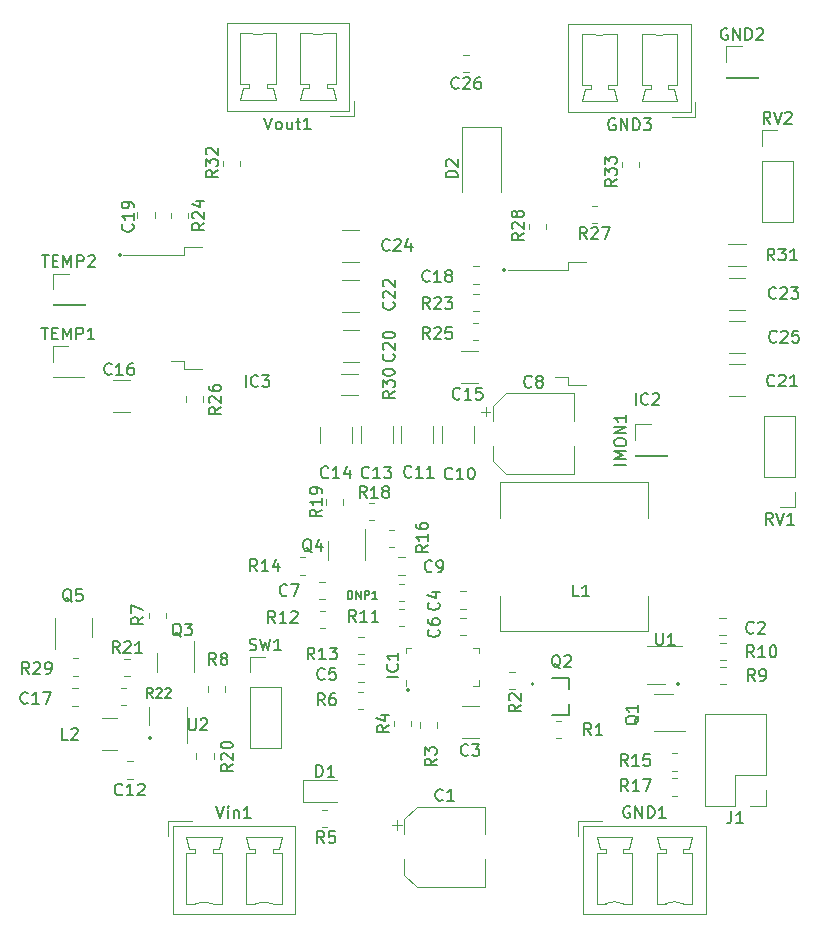
<source format=gbr>
%TF.GenerationSoftware,KiCad,Pcbnew,7.0.9*%
%TF.CreationDate,2024-02-29T12:22:54+05:30*%
%TF.ProjectId,RPS2,52505332-2e6b-4696-9361-645f70636258,rev?*%
%TF.SameCoordinates,Original*%
%TF.FileFunction,Legend,Top*%
%TF.FilePolarity,Positive*%
%FSLAX46Y46*%
G04 Gerber Fmt 4.6, Leading zero omitted, Abs format (unit mm)*
G04 Created by KiCad (PCBNEW 7.0.9) date 2024-02-29 12:22:54*
%MOMM*%
%LPD*%
G01*
G04 APERTURE LIST*
%ADD10C,0.150000*%
%ADD11C,0.120000*%
%ADD12C,0.127000*%
%ADD13C,0.200000*%
G04 APERTURE END LIST*
D10*
X118430874Y-96838961D02*
X118526112Y-96934200D01*
X118526112Y-96934200D02*
X118430874Y-97029438D01*
X118430874Y-97029438D02*
X118335636Y-96934200D01*
X118335636Y-96934200D02*
X118430874Y-96838961D01*
X118430874Y-96838961D02*
X118430874Y-97029438D01*
X103698874Y-61786961D02*
X103794112Y-61882200D01*
X103794112Y-61882200D02*
X103698874Y-61977438D01*
X103698874Y-61977438D02*
X103603636Y-61882200D01*
X103603636Y-61882200D02*
X103698874Y-61786961D01*
X103698874Y-61786961D02*
X103698874Y-61977438D01*
X95570874Y-97346961D02*
X95666112Y-97442200D01*
X95666112Y-97442200D02*
X95570874Y-97537438D01*
X95570874Y-97537438D02*
X95475636Y-97442200D01*
X95475636Y-97442200D02*
X95570874Y-97346961D01*
X95570874Y-97346961D02*
X95570874Y-97537438D01*
X71186874Y-60516961D02*
X71282112Y-60612200D01*
X71282112Y-60612200D02*
X71186874Y-60707438D01*
X71186874Y-60707438D02*
X71091636Y-60612200D01*
X71091636Y-60612200D02*
X71186874Y-60516961D01*
X71186874Y-60516961D02*
X71186874Y-60707438D01*
X73726874Y-101410961D02*
X73822112Y-101506200D01*
X73822112Y-101506200D02*
X73726874Y-101601438D01*
X73726874Y-101601438D02*
X73631636Y-101506200D01*
X73631636Y-101506200D02*
X73726874Y-101410961D01*
X73726874Y-101410961D02*
X73726874Y-101601438D01*
X93927819Y-100480666D02*
X93451628Y-100813999D01*
X93927819Y-101052094D02*
X92927819Y-101052094D01*
X92927819Y-101052094D02*
X92927819Y-100671142D01*
X92927819Y-100671142D02*
X92975438Y-100575904D01*
X92975438Y-100575904D02*
X93023057Y-100528285D01*
X93023057Y-100528285D02*
X93118295Y-100480666D01*
X93118295Y-100480666D02*
X93261152Y-100480666D01*
X93261152Y-100480666D02*
X93356390Y-100528285D01*
X93356390Y-100528285D02*
X93404009Y-100575904D01*
X93404009Y-100575904D02*
X93451628Y-100671142D01*
X93451628Y-100671142D02*
X93451628Y-101052094D01*
X93261152Y-99623523D02*
X93927819Y-99623523D01*
X92880200Y-99861618D02*
X93594485Y-100099713D01*
X93594485Y-100099713D02*
X93594485Y-99480666D01*
X108483161Y-95633657D02*
X108387923Y-95586038D01*
X108387923Y-95586038D02*
X108292685Y-95490800D01*
X108292685Y-95490800D02*
X108149828Y-95347942D01*
X108149828Y-95347942D02*
X108054590Y-95300323D01*
X108054590Y-95300323D02*
X107959352Y-95300323D01*
X108006971Y-95538419D02*
X107911733Y-95490800D01*
X107911733Y-95490800D02*
X107816495Y-95395561D01*
X107816495Y-95395561D02*
X107768876Y-95205085D01*
X107768876Y-95205085D02*
X107768876Y-94871752D01*
X107768876Y-94871752D02*
X107816495Y-94681276D01*
X107816495Y-94681276D02*
X107911733Y-94586038D01*
X107911733Y-94586038D02*
X108006971Y-94538419D01*
X108006971Y-94538419D02*
X108197447Y-94538419D01*
X108197447Y-94538419D02*
X108292685Y-94586038D01*
X108292685Y-94586038D02*
X108387923Y-94681276D01*
X108387923Y-94681276D02*
X108435542Y-94871752D01*
X108435542Y-94871752D02*
X108435542Y-95205085D01*
X108435542Y-95205085D02*
X108387923Y-95395561D01*
X108387923Y-95395561D02*
X108292685Y-95490800D01*
X108292685Y-95490800D02*
X108197447Y-95538419D01*
X108197447Y-95538419D02*
X108006971Y-95538419D01*
X108816495Y-94633657D02*
X108864114Y-94586038D01*
X108864114Y-94586038D02*
X108959352Y-94538419D01*
X108959352Y-94538419D02*
X109197447Y-94538419D01*
X109197447Y-94538419D02*
X109292685Y-94586038D01*
X109292685Y-94586038D02*
X109340304Y-94633657D01*
X109340304Y-94633657D02*
X109387923Y-94728895D01*
X109387923Y-94728895D02*
X109387923Y-94824133D01*
X109387923Y-94824133D02*
X109340304Y-94966990D01*
X109340304Y-94966990D02*
X108768876Y-95538419D01*
X108768876Y-95538419D02*
X109387923Y-95538419D01*
X67113161Y-90034257D02*
X67017923Y-89986638D01*
X67017923Y-89986638D02*
X66922685Y-89891400D01*
X66922685Y-89891400D02*
X66779828Y-89748542D01*
X66779828Y-89748542D02*
X66684590Y-89700923D01*
X66684590Y-89700923D02*
X66589352Y-89700923D01*
X66636971Y-89939019D02*
X66541733Y-89891400D01*
X66541733Y-89891400D02*
X66446495Y-89796161D01*
X66446495Y-89796161D02*
X66398876Y-89605685D01*
X66398876Y-89605685D02*
X66398876Y-89272352D01*
X66398876Y-89272352D02*
X66446495Y-89081876D01*
X66446495Y-89081876D02*
X66541733Y-88986638D01*
X66541733Y-88986638D02*
X66636971Y-88939019D01*
X66636971Y-88939019D02*
X66827447Y-88939019D01*
X66827447Y-88939019D02*
X66922685Y-88986638D01*
X66922685Y-88986638D02*
X67017923Y-89081876D01*
X67017923Y-89081876D02*
X67065542Y-89272352D01*
X67065542Y-89272352D02*
X67065542Y-89605685D01*
X67065542Y-89605685D02*
X67017923Y-89796161D01*
X67017923Y-89796161D02*
X66922685Y-89891400D01*
X66922685Y-89891400D02*
X66827447Y-89939019D01*
X66827447Y-89939019D02*
X66636971Y-89939019D01*
X67970304Y-88939019D02*
X67494114Y-88939019D01*
X67494114Y-88939019D02*
X67446495Y-89415209D01*
X67446495Y-89415209D02*
X67494114Y-89367590D01*
X67494114Y-89367590D02*
X67589352Y-89319971D01*
X67589352Y-89319971D02*
X67827447Y-89319971D01*
X67827447Y-89319971D02*
X67922685Y-89367590D01*
X67922685Y-89367590D02*
X67970304Y-89415209D01*
X67970304Y-89415209D02*
X68017923Y-89510447D01*
X68017923Y-89510447D02*
X68017923Y-89748542D01*
X68017923Y-89748542D02*
X67970304Y-89843780D01*
X67970304Y-89843780D02*
X67922685Y-89891400D01*
X67922685Y-89891400D02*
X67827447Y-89939019D01*
X67827447Y-89939019D02*
X67589352Y-89939019D01*
X67589352Y-89939019D02*
X67494114Y-89891400D01*
X67494114Y-89891400D02*
X67446495Y-89843780D01*
X99768819Y-54078094D02*
X98768819Y-54078094D01*
X98768819Y-54078094D02*
X98768819Y-53839999D01*
X98768819Y-53839999D02*
X98816438Y-53697142D01*
X98816438Y-53697142D02*
X98911676Y-53601904D01*
X98911676Y-53601904D02*
X99006914Y-53554285D01*
X99006914Y-53554285D02*
X99197390Y-53506666D01*
X99197390Y-53506666D02*
X99340247Y-53506666D01*
X99340247Y-53506666D02*
X99530723Y-53554285D01*
X99530723Y-53554285D02*
X99625961Y-53601904D01*
X99625961Y-53601904D02*
X99721200Y-53697142D01*
X99721200Y-53697142D02*
X99768819Y-53839999D01*
X99768819Y-53839999D02*
X99768819Y-54078094D01*
X98864057Y-53125713D02*
X98816438Y-53078094D01*
X98816438Y-53078094D02*
X98768819Y-52982856D01*
X98768819Y-52982856D02*
X98768819Y-52744761D01*
X98768819Y-52744761D02*
X98816438Y-52649523D01*
X98816438Y-52649523D02*
X98864057Y-52601904D01*
X98864057Y-52601904D02*
X98959295Y-52554285D01*
X98959295Y-52554285D02*
X99054533Y-52554285D01*
X99054533Y-52554285D02*
X99197390Y-52601904D01*
X99197390Y-52601904D02*
X99768819Y-53173332D01*
X99768819Y-53173332D02*
X99768819Y-52554285D01*
X63376342Y-98555980D02*
X63328723Y-98603600D01*
X63328723Y-98603600D02*
X63185866Y-98651219D01*
X63185866Y-98651219D02*
X63090628Y-98651219D01*
X63090628Y-98651219D02*
X62947771Y-98603600D01*
X62947771Y-98603600D02*
X62852533Y-98508361D01*
X62852533Y-98508361D02*
X62804914Y-98413123D01*
X62804914Y-98413123D02*
X62757295Y-98222647D01*
X62757295Y-98222647D02*
X62757295Y-98079790D01*
X62757295Y-98079790D02*
X62804914Y-97889314D01*
X62804914Y-97889314D02*
X62852533Y-97794076D01*
X62852533Y-97794076D02*
X62947771Y-97698838D01*
X62947771Y-97698838D02*
X63090628Y-97651219D01*
X63090628Y-97651219D02*
X63185866Y-97651219D01*
X63185866Y-97651219D02*
X63328723Y-97698838D01*
X63328723Y-97698838D02*
X63376342Y-97746457D01*
X64328723Y-98651219D02*
X63757295Y-98651219D01*
X64043009Y-98651219D02*
X64043009Y-97651219D01*
X64043009Y-97651219D02*
X63947771Y-97794076D01*
X63947771Y-97794076D02*
X63852533Y-97889314D01*
X63852533Y-97889314D02*
X63757295Y-97936933D01*
X64662057Y-97651219D02*
X65328723Y-97651219D01*
X65328723Y-97651219D02*
X64900152Y-98651219D01*
X70477142Y-70717580D02*
X70429523Y-70765200D01*
X70429523Y-70765200D02*
X70286666Y-70812819D01*
X70286666Y-70812819D02*
X70191428Y-70812819D01*
X70191428Y-70812819D02*
X70048571Y-70765200D01*
X70048571Y-70765200D02*
X69953333Y-70669961D01*
X69953333Y-70669961D02*
X69905714Y-70574723D01*
X69905714Y-70574723D02*
X69858095Y-70384247D01*
X69858095Y-70384247D02*
X69858095Y-70241390D01*
X69858095Y-70241390D02*
X69905714Y-70050914D01*
X69905714Y-70050914D02*
X69953333Y-69955676D01*
X69953333Y-69955676D02*
X70048571Y-69860438D01*
X70048571Y-69860438D02*
X70191428Y-69812819D01*
X70191428Y-69812819D02*
X70286666Y-69812819D01*
X70286666Y-69812819D02*
X70429523Y-69860438D01*
X70429523Y-69860438D02*
X70477142Y-69908057D01*
X71429523Y-70812819D02*
X70858095Y-70812819D01*
X71143809Y-70812819D02*
X71143809Y-69812819D01*
X71143809Y-69812819D02*
X71048571Y-69955676D01*
X71048571Y-69955676D02*
X70953333Y-70050914D01*
X70953333Y-70050914D02*
X70858095Y-70098533D01*
X72286666Y-69812819D02*
X72096190Y-69812819D01*
X72096190Y-69812819D02*
X72000952Y-69860438D01*
X72000952Y-69860438D02*
X71953333Y-69908057D01*
X71953333Y-69908057D02*
X71858095Y-70050914D01*
X71858095Y-70050914D02*
X71810476Y-70241390D01*
X71810476Y-70241390D02*
X71810476Y-70622342D01*
X71810476Y-70622342D02*
X71858095Y-70717580D01*
X71858095Y-70717580D02*
X71905714Y-70765200D01*
X71905714Y-70765200D02*
X72000952Y-70812819D01*
X72000952Y-70812819D02*
X72191428Y-70812819D01*
X72191428Y-70812819D02*
X72286666Y-70765200D01*
X72286666Y-70765200D02*
X72334285Y-70717580D01*
X72334285Y-70717580D02*
X72381904Y-70622342D01*
X72381904Y-70622342D02*
X72381904Y-70384247D01*
X72381904Y-70384247D02*
X72334285Y-70289009D01*
X72334285Y-70289009D02*
X72286666Y-70241390D01*
X72286666Y-70241390D02*
X72191428Y-70193771D01*
X72191428Y-70193771D02*
X72000952Y-70193771D01*
X72000952Y-70193771D02*
X71905714Y-70241390D01*
X71905714Y-70241390D02*
X71858095Y-70289009D01*
X71858095Y-70289009D02*
X71810476Y-70384247D01*
X99306142Y-79556780D02*
X99258523Y-79604400D01*
X99258523Y-79604400D02*
X99115666Y-79652019D01*
X99115666Y-79652019D02*
X99020428Y-79652019D01*
X99020428Y-79652019D02*
X98877571Y-79604400D01*
X98877571Y-79604400D02*
X98782333Y-79509161D01*
X98782333Y-79509161D02*
X98734714Y-79413923D01*
X98734714Y-79413923D02*
X98687095Y-79223447D01*
X98687095Y-79223447D02*
X98687095Y-79080590D01*
X98687095Y-79080590D02*
X98734714Y-78890114D01*
X98734714Y-78890114D02*
X98782333Y-78794876D01*
X98782333Y-78794876D02*
X98877571Y-78699638D01*
X98877571Y-78699638D02*
X99020428Y-78652019D01*
X99020428Y-78652019D02*
X99115666Y-78652019D01*
X99115666Y-78652019D02*
X99258523Y-78699638D01*
X99258523Y-78699638D02*
X99306142Y-78747257D01*
X100258523Y-79652019D02*
X99687095Y-79652019D01*
X99972809Y-79652019D02*
X99972809Y-78652019D01*
X99972809Y-78652019D02*
X99877571Y-78794876D01*
X99877571Y-78794876D02*
X99782333Y-78890114D01*
X99782333Y-78890114D02*
X99687095Y-78937733D01*
X100877571Y-78652019D02*
X100972809Y-78652019D01*
X100972809Y-78652019D02*
X101068047Y-78699638D01*
X101068047Y-78699638D02*
X101115666Y-78747257D01*
X101115666Y-78747257D02*
X101163285Y-78842495D01*
X101163285Y-78842495D02*
X101210904Y-79032971D01*
X101210904Y-79032971D02*
X101210904Y-79271066D01*
X101210904Y-79271066D02*
X101163285Y-79461542D01*
X101163285Y-79461542D02*
X101115666Y-79556780D01*
X101115666Y-79556780D02*
X101068047Y-79604400D01*
X101068047Y-79604400D02*
X100972809Y-79652019D01*
X100972809Y-79652019D02*
X100877571Y-79652019D01*
X100877571Y-79652019D02*
X100782333Y-79604400D01*
X100782333Y-79604400D02*
X100734714Y-79556780D01*
X100734714Y-79556780D02*
X100687095Y-79461542D01*
X100687095Y-79461542D02*
X100639476Y-79271066D01*
X100639476Y-79271066D02*
X100639476Y-79032971D01*
X100639476Y-79032971D02*
X100687095Y-78842495D01*
X100687095Y-78842495D02*
X100734714Y-78747257D01*
X100734714Y-78747257D02*
X100782333Y-78699638D01*
X100782333Y-78699638D02*
X100877571Y-78652019D01*
X114043619Y-78422237D02*
X113043619Y-78422237D01*
X114043619Y-77946047D02*
X113043619Y-77946047D01*
X113043619Y-77946047D02*
X113757904Y-77612714D01*
X113757904Y-77612714D02*
X113043619Y-77279381D01*
X113043619Y-77279381D02*
X114043619Y-77279381D01*
X113043619Y-76612714D02*
X113043619Y-76422238D01*
X113043619Y-76422238D02*
X113091238Y-76327000D01*
X113091238Y-76327000D02*
X113186476Y-76231762D01*
X113186476Y-76231762D02*
X113376952Y-76184143D01*
X113376952Y-76184143D02*
X113710285Y-76184143D01*
X113710285Y-76184143D02*
X113900761Y-76231762D01*
X113900761Y-76231762D02*
X113996000Y-76327000D01*
X113996000Y-76327000D02*
X114043619Y-76422238D01*
X114043619Y-76422238D02*
X114043619Y-76612714D01*
X114043619Y-76612714D02*
X113996000Y-76707952D01*
X113996000Y-76707952D02*
X113900761Y-76803190D01*
X113900761Y-76803190D02*
X113710285Y-76850809D01*
X113710285Y-76850809D02*
X113376952Y-76850809D01*
X113376952Y-76850809D02*
X113186476Y-76803190D01*
X113186476Y-76803190D02*
X113091238Y-76707952D01*
X113091238Y-76707952D02*
X113043619Y-76612714D01*
X114043619Y-75755571D02*
X113043619Y-75755571D01*
X113043619Y-75755571D02*
X114043619Y-75184143D01*
X114043619Y-75184143D02*
X113043619Y-75184143D01*
X114043619Y-74184143D02*
X114043619Y-74755571D01*
X114043619Y-74469857D02*
X113043619Y-74469857D01*
X113043619Y-74469857D02*
X113186476Y-74565095D01*
X113186476Y-74565095D02*
X113281714Y-74660333D01*
X113281714Y-74660333D02*
X113329333Y-74755571D01*
X83420200Y-49023019D02*
X83753533Y-50023019D01*
X83753533Y-50023019D02*
X84086866Y-49023019D01*
X84563057Y-50023019D02*
X84467819Y-49975400D01*
X84467819Y-49975400D02*
X84420200Y-49927780D01*
X84420200Y-49927780D02*
X84372581Y-49832542D01*
X84372581Y-49832542D02*
X84372581Y-49546828D01*
X84372581Y-49546828D02*
X84420200Y-49451590D01*
X84420200Y-49451590D02*
X84467819Y-49403971D01*
X84467819Y-49403971D02*
X84563057Y-49356352D01*
X84563057Y-49356352D02*
X84705914Y-49356352D01*
X84705914Y-49356352D02*
X84801152Y-49403971D01*
X84801152Y-49403971D02*
X84848771Y-49451590D01*
X84848771Y-49451590D02*
X84896390Y-49546828D01*
X84896390Y-49546828D02*
X84896390Y-49832542D01*
X84896390Y-49832542D02*
X84848771Y-49927780D01*
X84848771Y-49927780D02*
X84801152Y-49975400D01*
X84801152Y-49975400D02*
X84705914Y-50023019D01*
X84705914Y-50023019D02*
X84563057Y-50023019D01*
X85753533Y-49356352D02*
X85753533Y-50023019D01*
X85324962Y-49356352D02*
X85324962Y-49880161D01*
X85324962Y-49880161D02*
X85372581Y-49975400D01*
X85372581Y-49975400D02*
X85467819Y-50023019D01*
X85467819Y-50023019D02*
X85610676Y-50023019D01*
X85610676Y-50023019D02*
X85705914Y-49975400D01*
X85705914Y-49975400D02*
X85753533Y-49927780D01*
X86086867Y-49356352D02*
X86467819Y-49356352D01*
X86229724Y-49023019D02*
X86229724Y-49880161D01*
X86229724Y-49880161D02*
X86277343Y-49975400D01*
X86277343Y-49975400D02*
X86372581Y-50023019D01*
X86372581Y-50023019D02*
X86467819Y-50023019D01*
X87324962Y-50023019D02*
X86753534Y-50023019D01*
X87039248Y-50023019D02*
X87039248Y-49023019D01*
X87039248Y-49023019D02*
X86944010Y-49165876D01*
X86944010Y-49165876D02*
X86848772Y-49261114D01*
X86848772Y-49261114D02*
X86753534Y-49308733D01*
X71377342Y-106306580D02*
X71329723Y-106354200D01*
X71329723Y-106354200D02*
X71186866Y-106401819D01*
X71186866Y-106401819D02*
X71091628Y-106401819D01*
X71091628Y-106401819D02*
X70948771Y-106354200D01*
X70948771Y-106354200D02*
X70853533Y-106258961D01*
X70853533Y-106258961D02*
X70805914Y-106163723D01*
X70805914Y-106163723D02*
X70758295Y-105973247D01*
X70758295Y-105973247D02*
X70758295Y-105830390D01*
X70758295Y-105830390D02*
X70805914Y-105639914D01*
X70805914Y-105639914D02*
X70853533Y-105544676D01*
X70853533Y-105544676D02*
X70948771Y-105449438D01*
X70948771Y-105449438D02*
X71091628Y-105401819D01*
X71091628Y-105401819D02*
X71186866Y-105401819D01*
X71186866Y-105401819D02*
X71329723Y-105449438D01*
X71329723Y-105449438D02*
X71377342Y-105497057D01*
X72329723Y-106401819D02*
X71758295Y-106401819D01*
X72044009Y-106401819D02*
X72044009Y-105401819D01*
X72044009Y-105401819D02*
X71948771Y-105544676D01*
X71948771Y-105544676D02*
X71853533Y-105639914D01*
X71853533Y-105639914D02*
X71758295Y-105687533D01*
X72710676Y-105497057D02*
X72758295Y-105449438D01*
X72758295Y-105449438D02*
X72853533Y-105401819D01*
X72853533Y-105401819D02*
X73091628Y-105401819D01*
X73091628Y-105401819D02*
X73186866Y-105449438D01*
X73186866Y-105449438D02*
X73234485Y-105497057D01*
X73234485Y-105497057D02*
X73282104Y-105592295D01*
X73282104Y-105592295D02*
X73282104Y-105687533D01*
X73282104Y-105687533D02*
X73234485Y-105830390D01*
X73234485Y-105830390D02*
X72663057Y-106401819D01*
X72663057Y-106401819D02*
X73282104Y-106401819D01*
X97401142Y-67764819D02*
X97067809Y-67288628D01*
X96829714Y-67764819D02*
X96829714Y-66764819D01*
X96829714Y-66764819D02*
X97210666Y-66764819D01*
X97210666Y-66764819D02*
X97305904Y-66812438D01*
X97305904Y-66812438D02*
X97353523Y-66860057D01*
X97353523Y-66860057D02*
X97401142Y-66955295D01*
X97401142Y-66955295D02*
X97401142Y-67098152D01*
X97401142Y-67098152D02*
X97353523Y-67193390D01*
X97353523Y-67193390D02*
X97305904Y-67241009D01*
X97305904Y-67241009D02*
X97210666Y-67288628D01*
X97210666Y-67288628D02*
X96829714Y-67288628D01*
X97782095Y-66860057D02*
X97829714Y-66812438D01*
X97829714Y-66812438D02*
X97924952Y-66764819D01*
X97924952Y-66764819D02*
X98163047Y-66764819D01*
X98163047Y-66764819D02*
X98258285Y-66812438D01*
X98258285Y-66812438D02*
X98305904Y-66860057D01*
X98305904Y-66860057D02*
X98353523Y-66955295D01*
X98353523Y-66955295D02*
X98353523Y-67050533D01*
X98353523Y-67050533D02*
X98305904Y-67193390D01*
X98305904Y-67193390D02*
X97734476Y-67764819D01*
X97734476Y-67764819D02*
X98353523Y-67764819D01*
X99258285Y-66764819D02*
X98782095Y-66764819D01*
X98782095Y-66764819D02*
X98734476Y-67241009D01*
X98734476Y-67241009D02*
X98782095Y-67193390D01*
X98782095Y-67193390D02*
X98877333Y-67145771D01*
X98877333Y-67145771D02*
X99115428Y-67145771D01*
X99115428Y-67145771D02*
X99210666Y-67193390D01*
X99210666Y-67193390D02*
X99258285Y-67241009D01*
X99258285Y-67241009D02*
X99305904Y-67336247D01*
X99305904Y-67336247D02*
X99305904Y-67574342D01*
X99305904Y-67574342D02*
X99258285Y-67669580D01*
X99258285Y-67669580D02*
X99210666Y-67717200D01*
X99210666Y-67717200D02*
X99115428Y-67764819D01*
X99115428Y-67764819D02*
X98877333Y-67764819D01*
X98877333Y-67764819D02*
X98782095Y-67717200D01*
X98782095Y-67717200D02*
X98734476Y-67669580D01*
X99860942Y-46495480D02*
X99813323Y-46543100D01*
X99813323Y-46543100D02*
X99670466Y-46590719D01*
X99670466Y-46590719D02*
X99575228Y-46590719D01*
X99575228Y-46590719D02*
X99432371Y-46543100D01*
X99432371Y-46543100D02*
X99337133Y-46447861D01*
X99337133Y-46447861D02*
X99289514Y-46352623D01*
X99289514Y-46352623D02*
X99241895Y-46162147D01*
X99241895Y-46162147D02*
X99241895Y-46019290D01*
X99241895Y-46019290D02*
X99289514Y-45828814D01*
X99289514Y-45828814D02*
X99337133Y-45733576D01*
X99337133Y-45733576D02*
X99432371Y-45638338D01*
X99432371Y-45638338D02*
X99575228Y-45590719D01*
X99575228Y-45590719D02*
X99670466Y-45590719D01*
X99670466Y-45590719D02*
X99813323Y-45638338D01*
X99813323Y-45638338D02*
X99860942Y-45685957D01*
X100241895Y-45685957D02*
X100289514Y-45638338D01*
X100289514Y-45638338D02*
X100384752Y-45590719D01*
X100384752Y-45590719D02*
X100622847Y-45590719D01*
X100622847Y-45590719D02*
X100718085Y-45638338D01*
X100718085Y-45638338D02*
X100765704Y-45685957D01*
X100765704Y-45685957D02*
X100813323Y-45781195D01*
X100813323Y-45781195D02*
X100813323Y-45876433D01*
X100813323Y-45876433D02*
X100765704Y-46019290D01*
X100765704Y-46019290D02*
X100194276Y-46590719D01*
X100194276Y-46590719D02*
X100813323Y-46590719D01*
X101670466Y-45590719D02*
X101479990Y-45590719D01*
X101479990Y-45590719D02*
X101384752Y-45638338D01*
X101384752Y-45638338D02*
X101337133Y-45685957D01*
X101337133Y-45685957D02*
X101241895Y-45828814D01*
X101241895Y-45828814D02*
X101194276Y-46019290D01*
X101194276Y-46019290D02*
X101194276Y-46400242D01*
X101194276Y-46400242D02*
X101241895Y-46495480D01*
X101241895Y-46495480D02*
X101289514Y-46543100D01*
X101289514Y-46543100D02*
X101384752Y-46590719D01*
X101384752Y-46590719D02*
X101575228Y-46590719D01*
X101575228Y-46590719D02*
X101670466Y-46543100D01*
X101670466Y-46543100D02*
X101718085Y-46495480D01*
X101718085Y-46495480D02*
X101765704Y-46400242D01*
X101765704Y-46400242D02*
X101765704Y-46162147D01*
X101765704Y-46162147D02*
X101718085Y-46066909D01*
X101718085Y-46066909D02*
X101670466Y-46019290D01*
X101670466Y-46019290D02*
X101575228Y-45971671D01*
X101575228Y-45971671D02*
X101384752Y-45971671D01*
X101384752Y-45971671D02*
X101289514Y-46019290D01*
X101289514Y-46019290D02*
X101241895Y-46066909D01*
X101241895Y-46066909D02*
X101194276Y-46162147D01*
X126455561Y-83480619D02*
X126122228Y-83004428D01*
X125884133Y-83480619D02*
X125884133Y-82480619D01*
X125884133Y-82480619D02*
X126265085Y-82480619D01*
X126265085Y-82480619D02*
X126360323Y-82528238D01*
X126360323Y-82528238D02*
X126407942Y-82575857D01*
X126407942Y-82575857D02*
X126455561Y-82671095D01*
X126455561Y-82671095D02*
X126455561Y-82813952D01*
X126455561Y-82813952D02*
X126407942Y-82909190D01*
X126407942Y-82909190D02*
X126360323Y-82956809D01*
X126360323Y-82956809D02*
X126265085Y-83004428D01*
X126265085Y-83004428D02*
X125884133Y-83004428D01*
X126741276Y-82480619D02*
X127074609Y-83480619D01*
X127074609Y-83480619D02*
X127407942Y-82480619D01*
X128265085Y-83480619D02*
X127693657Y-83480619D01*
X127979371Y-83480619D02*
X127979371Y-82480619D01*
X127979371Y-82480619D02*
X127884133Y-82623476D01*
X127884133Y-82623476D02*
X127788895Y-82718714D01*
X127788895Y-82718714D02*
X127693657Y-82766333D01*
X88504733Y-96523980D02*
X88457114Y-96571600D01*
X88457114Y-96571600D02*
X88314257Y-96619219D01*
X88314257Y-96619219D02*
X88219019Y-96619219D01*
X88219019Y-96619219D02*
X88076162Y-96571600D01*
X88076162Y-96571600D02*
X87980924Y-96476361D01*
X87980924Y-96476361D02*
X87933305Y-96381123D01*
X87933305Y-96381123D02*
X87885686Y-96190647D01*
X87885686Y-96190647D02*
X87885686Y-96047790D01*
X87885686Y-96047790D02*
X87933305Y-95857314D01*
X87933305Y-95857314D02*
X87980924Y-95762076D01*
X87980924Y-95762076D02*
X88076162Y-95666838D01*
X88076162Y-95666838D02*
X88219019Y-95619219D01*
X88219019Y-95619219D02*
X88314257Y-95619219D01*
X88314257Y-95619219D02*
X88457114Y-95666838D01*
X88457114Y-95666838D02*
X88504733Y-95714457D01*
X89409495Y-95619219D02*
X88933305Y-95619219D01*
X88933305Y-95619219D02*
X88885686Y-96095409D01*
X88885686Y-96095409D02*
X88933305Y-96047790D01*
X88933305Y-96047790D02*
X89028543Y-96000171D01*
X89028543Y-96000171D02*
X89266638Y-96000171D01*
X89266638Y-96000171D02*
X89361876Y-96047790D01*
X89361876Y-96047790D02*
X89409495Y-96095409D01*
X89409495Y-96095409D02*
X89457114Y-96190647D01*
X89457114Y-96190647D02*
X89457114Y-96428742D01*
X89457114Y-96428742D02*
X89409495Y-96523980D01*
X89409495Y-96523980D02*
X89361876Y-96571600D01*
X89361876Y-96571600D02*
X89266638Y-96619219D01*
X89266638Y-96619219D02*
X89028543Y-96619219D01*
X89028543Y-96619219D02*
X88933305Y-96571600D01*
X88933305Y-96571600D02*
X88885686Y-96523980D01*
X71148742Y-94359619D02*
X70815409Y-93883428D01*
X70577314Y-94359619D02*
X70577314Y-93359619D01*
X70577314Y-93359619D02*
X70958266Y-93359619D01*
X70958266Y-93359619D02*
X71053504Y-93407238D01*
X71053504Y-93407238D02*
X71101123Y-93454857D01*
X71101123Y-93454857D02*
X71148742Y-93550095D01*
X71148742Y-93550095D02*
X71148742Y-93692952D01*
X71148742Y-93692952D02*
X71101123Y-93788190D01*
X71101123Y-93788190D02*
X71053504Y-93835809D01*
X71053504Y-93835809D02*
X70958266Y-93883428D01*
X70958266Y-93883428D02*
X70577314Y-93883428D01*
X71529695Y-93454857D02*
X71577314Y-93407238D01*
X71577314Y-93407238D02*
X71672552Y-93359619D01*
X71672552Y-93359619D02*
X71910647Y-93359619D01*
X71910647Y-93359619D02*
X72005885Y-93407238D01*
X72005885Y-93407238D02*
X72053504Y-93454857D01*
X72053504Y-93454857D02*
X72101123Y-93550095D01*
X72101123Y-93550095D02*
X72101123Y-93645333D01*
X72101123Y-93645333D02*
X72053504Y-93788190D01*
X72053504Y-93788190D02*
X71482076Y-94359619D01*
X71482076Y-94359619D02*
X72101123Y-94359619D01*
X73053504Y-94359619D02*
X72482076Y-94359619D01*
X72767790Y-94359619D02*
X72767790Y-93359619D01*
X72767790Y-93359619D02*
X72672552Y-93502476D01*
X72672552Y-93502476D02*
X72577314Y-93597714D01*
X72577314Y-93597714D02*
X72482076Y-93645333D01*
X73161819Y-91317866D02*
X72685628Y-91651199D01*
X73161819Y-91889294D02*
X72161819Y-91889294D01*
X72161819Y-91889294D02*
X72161819Y-91508342D01*
X72161819Y-91508342D02*
X72209438Y-91413104D01*
X72209438Y-91413104D02*
X72257057Y-91365485D01*
X72257057Y-91365485D02*
X72352295Y-91317866D01*
X72352295Y-91317866D02*
X72495152Y-91317866D01*
X72495152Y-91317866D02*
X72590390Y-91365485D01*
X72590390Y-91365485D02*
X72638009Y-91413104D01*
X72638009Y-91413104D02*
X72685628Y-91508342D01*
X72685628Y-91508342D02*
X72685628Y-91889294D01*
X72161819Y-90984532D02*
X72161819Y-90317866D01*
X72161819Y-90317866D02*
X73161819Y-90746437D01*
X64541686Y-66797019D02*
X65113114Y-66797019D01*
X64827400Y-67797019D02*
X64827400Y-66797019D01*
X65446448Y-67273209D02*
X65779781Y-67273209D01*
X65922638Y-67797019D02*
X65446448Y-67797019D01*
X65446448Y-67797019D02*
X65446448Y-66797019D01*
X65446448Y-66797019D02*
X65922638Y-66797019D01*
X66351210Y-67797019D02*
X66351210Y-66797019D01*
X66351210Y-66797019D02*
X66684543Y-67511304D01*
X66684543Y-67511304D02*
X67017876Y-66797019D01*
X67017876Y-66797019D02*
X67017876Y-67797019D01*
X67494067Y-67797019D02*
X67494067Y-66797019D01*
X67494067Y-66797019D02*
X67875019Y-66797019D01*
X67875019Y-66797019D02*
X67970257Y-66844638D01*
X67970257Y-66844638D02*
X68017876Y-66892257D01*
X68017876Y-66892257D02*
X68065495Y-66987495D01*
X68065495Y-66987495D02*
X68065495Y-67130352D01*
X68065495Y-67130352D02*
X68017876Y-67225590D01*
X68017876Y-67225590D02*
X67970257Y-67273209D01*
X67970257Y-67273209D02*
X67875019Y-67320828D01*
X67875019Y-67320828D02*
X67494067Y-67320828D01*
X69017876Y-67797019D02*
X68446448Y-67797019D01*
X68732162Y-67797019D02*
X68732162Y-66797019D01*
X68732162Y-66797019D02*
X68636924Y-66939876D01*
X68636924Y-66939876D02*
X68541686Y-67035114D01*
X68541686Y-67035114D02*
X68446448Y-67082733D01*
X110043933Y-89558019D02*
X109567743Y-89558019D01*
X109567743Y-89558019D02*
X109567743Y-88558019D01*
X110901076Y-89558019D02*
X110329648Y-89558019D01*
X110615362Y-89558019D02*
X110615362Y-88558019D01*
X110615362Y-88558019D02*
X110520124Y-88700876D01*
X110520124Y-88700876D02*
X110424886Y-88796114D01*
X110424886Y-88796114D02*
X110329648Y-88843733D01*
X80718819Y-103766857D02*
X80242628Y-104100190D01*
X80718819Y-104338285D02*
X79718819Y-104338285D01*
X79718819Y-104338285D02*
X79718819Y-103957333D01*
X79718819Y-103957333D02*
X79766438Y-103862095D01*
X79766438Y-103862095D02*
X79814057Y-103814476D01*
X79814057Y-103814476D02*
X79909295Y-103766857D01*
X79909295Y-103766857D02*
X80052152Y-103766857D01*
X80052152Y-103766857D02*
X80147390Y-103814476D01*
X80147390Y-103814476D02*
X80195009Y-103862095D01*
X80195009Y-103862095D02*
X80242628Y-103957333D01*
X80242628Y-103957333D02*
X80242628Y-104338285D01*
X79814057Y-103385904D02*
X79766438Y-103338285D01*
X79766438Y-103338285D02*
X79718819Y-103243047D01*
X79718819Y-103243047D02*
X79718819Y-103004952D01*
X79718819Y-103004952D02*
X79766438Y-102909714D01*
X79766438Y-102909714D02*
X79814057Y-102862095D01*
X79814057Y-102862095D02*
X79909295Y-102814476D01*
X79909295Y-102814476D02*
X80004533Y-102814476D01*
X80004533Y-102814476D02*
X80147390Y-102862095D01*
X80147390Y-102862095D02*
X80718819Y-103433523D01*
X80718819Y-103433523D02*
X80718819Y-102814476D01*
X79718819Y-102195428D02*
X79718819Y-102100190D01*
X79718819Y-102100190D02*
X79766438Y-102004952D01*
X79766438Y-102004952D02*
X79814057Y-101957333D01*
X79814057Y-101957333D02*
X79909295Y-101909714D01*
X79909295Y-101909714D02*
X80099771Y-101862095D01*
X80099771Y-101862095D02*
X80337866Y-101862095D01*
X80337866Y-101862095D02*
X80528342Y-101909714D01*
X80528342Y-101909714D02*
X80623580Y-101957333D01*
X80623580Y-101957333D02*
X80671200Y-102004952D01*
X80671200Y-102004952D02*
X80718819Y-102100190D01*
X80718819Y-102100190D02*
X80718819Y-102195428D01*
X80718819Y-102195428D02*
X80671200Y-102290666D01*
X80671200Y-102290666D02*
X80623580Y-102338285D01*
X80623580Y-102338285D02*
X80528342Y-102385904D01*
X80528342Y-102385904D02*
X80337866Y-102433523D01*
X80337866Y-102433523D02*
X80099771Y-102433523D01*
X80099771Y-102433523D02*
X79909295Y-102385904D01*
X79909295Y-102385904D02*
X79814057Y-102338285D01*
X79814057Y-102338285D02*
X79766438Y-102290666D01*
X79766438Y-102290666D02*
X79718819Y-102195428D01*
X98512333Y-106778980D02*
X98464714Y-106826600D01*
X98464714Y-106826600D02*
X98321857Y-106874219D01*
X98321857Y-106874219D02*
X98226619Y-106874219D01*
X98226619Y-106874219D02*
X98083762Y-106826600D01*
X98083762Y-106826600D02*
X97988524Y-106731361D01*
X97988524Y-106731361D02*
X97940905Y-106636123D01*
X97940905Y-106636123D02*
X97893286Y-106445647D01*
X97893286Y-106445647D02*
X97893286Y-106302790D01*
X97893286Y-106302790D02*
X97940905Y-106112314D01*
X97940905Y-106112314D02*
X97988524Y-106017076D01*
X97988524Y-106017076D02*
X98083762Y-105921838D01*
X98083762Y-105921838D02*
X98226619Y-105874219D01*
X98226619Y-105874219D02*
X98321857Y-105874219D01*
X98321857Y-105874219D02*
X98464714Y-105921838D01*
X98464714Y-105921838D02*
X98512333Y-105969457D01*
X99464714Y-106874219D02*
X98893286Y-106874219D01*
X99179000Y-106874219D02*
X99179000Y-105874219D01*
X99179000Y-105874219D02*
X99083762Y-106017076D01*
X99083762Y-106017076D02*
X98988524Y-106112314D01*
X98988524Y-106112314D02*
X98893286Y-106159933D01*
X76369961Y-92955257D02*
X76274723Y-92907638D01*
X76274723Y-92907638D02*
X76179485Y-92812400D01*
X76179485Y-92812400D02*
X76036628Y-92669542D01*
X76036628Y-92669542D02*
X75941390Y-92621923D01*
X75941390Y-92621923D02*
X75846152Y-92621923D01*
X75893771Y-92860019D02*
X75798533Y-92812400D01*
X75798533Y-92812400D02*
X75703295Y-92717161D01*
X75703295Y-92717161D02*
X75655676Y-92526685D01*
X75655676Y-92526685D02*
X75655676Y-92193352D01*
X75655676Y-92193352D02*
X75703295Y-92002876D01*
X75703295Y-92002876D02*
X75798533Y-91907638D01*
X75798533Y-91907638D02*
X75893771Y-91860019D01*
X75893771Y-91860019D02*
X76084247Y-91860019D01*
X76084247Y-91860019D02*
X76179485Y-91907638D01*
X76179485Y-91907638D02*
X76274723Y-92002876D01*
X76274723Y-92002876D02*
X76322342Y-92193352D01*
X76322342Y-92193352D02*
X76322342Y-92526685D01*
X76322342Y-92526685D02*
X76274723Y-92717161D01*
X76274723Y-92717161D02*
X76179485Y-92812400D01*
X76179485Y-92812400D02*
X76084247Y-92860019D01*
X76084247Y-92860019D02*
X75893771Y-92860019D01*
X76655676Y-91860019D02*
X77274723Y-91860019D01*
X77274723Y-91860019D02*
X76941390Y-92240971D01*
X76941390Y-92240971D02*
X77084247Y-92240971D01*
X77084247Y-92240971D02*
X77179485Y-92288590D01*
X77179485Y-92288590D02*
X77227104Y-92336209D01*
X77227104Y-92336209D02*
X77274723Y-92431447D01*
X77274723Y-92431447D02*
X77274723Y-92669542D01*
X77274723Y-92669542D02*
X77227104Y-92764780D01*
X77227104Y-92764780D02*
X77179485Y-92812400D01*
X77179485Y-92812400D02*
X77084247Y-92860019D01*
X77084247Y-92860019D02*
X76798533Y-92860019D01*
X76798533Y-92860019D02*
X76703295Y-92812400D01*
X76703295Y-92812400D02*
X76655676Y-92764780D01*
X94339580Y-64650857D02*
X94387200Y-64698476D01*
X94387200Y-64698476D02*
X94434819Y-64841333D01*
X94434819Y-64841333D02*
X94434819Y-64936571D01*
X94434819Y-64936571D02*
X94387200Y-65079428D01*
X94387200Y-65079428D02*
X94291961Y-65174666D01*
X94291961Y-65174666D02*
X94196723Y-65222285D01*
X94196723Y-65222285D02*
X94006247Y-65269904D01*
X94006247Y-65269904D02*
X93863390Y-65269904D01*
X93863390Y-65269904D02*
X93672914Y-65222285D01*
X93672914Y-65222285D02*
X93577676Y-65174666D01*
X93577676Y-65174666D02*
X93482438Y-65079428D01*
X93482438Y-65079428D02*
X93434819Y-64936571D01*
X93434819Y-64936571D02*
X93434819Y-64841333D01*
X93434819Y-64841333D02*
X93482438Y-64698476D01*
X93482438Y-64698476D02*
X93530057Y-64650857D01*
X93530057Y-64269904D02*
X93482438Y-64222285D01*
X93482438Y-64222285D02*
X93434819Y-64127047D01*
X93434819Y-64127047D02*
X93434819Y-63888952D01*
X93434819Y-63888952D02*
X93482438Y-63793714D01*
X93482438Y-63793714D02*
X93530057Y-63746095D01*
X93530057Y-63746095D02*
X93625295Y-63698476D01*
X93625295Y-63698476D02*
X93720533Y-63698476D01*
X93720533Y-63698476D02*
X93863390Y-63746095D01*
X93863390Y-63746095D02*
X94434819Y-64317523D01*
X94434819Y-64317523D02*
X94434819Y-63698476D01*
X93530057Y-63317523D02*
X93482438Y-63269904D01*
X93482438Y-63269904D02*
X93434819Y-63174666D01*
X93434819Y-63174666D02*
X93434819Y-62936571D01*
X93434819Y-62936571D02*
X93482438Y-62841333D01*
X93482438Y-62841333D02*
X93530057Y-62793714D01*
X93530057Y-62793714D02*
X93625295Y-62746095D01*
X93625295Y-62746095D02*
X93720533Y-62746095D01*
X93720533Y-62746095D02*
X93863390Y-62793714D01*
X93863390Y-62793714D02*
X94434819Y-63365142D01*
X94434819Y-63365142D02*
X94434819Y-62746095D01*
X99978842Y-72800380D02*
X99931223Y-72848000D01*
X99931223Y-72848000D02*
X99788366Y-72895619D01*
X99788366Y-72895619D02*
X99693128Y-72895619D01*
X99693128Y-72895619D02*
X99550271Y-72848000D01*
X99550271Y-72848000D02*
X99455033Y-72752761D01*
X99455033Y-72752761D02*
X99407414Y-72657523D01*
X99407414Y-72657523D02*
X99359795Y-72467047D01*
X99359795Y-72467047D02*
X99359795Y-72324190D01*
X99359795Y-72324190D02*
X99407414Y-72133714D01*
X99407414Y-72133714D02*
X99455033Y-72038476D01*
X99455033Y-72038476D02*
X99550271Y-71943238D01*
X99550271Y-71943238D02*
X99693128Y-71895619D01*
X99693128Y-71895619D02*
X99788366Y-71895619D01*
X99788366Y-71895619D02*
X99931223Y-71943238D01*
X99931223Y-71943238D02*
X99978842Y-71990857D01*
X100931223Y-72895619D02*
X100359795Y-72895619D01*
X100645509Y-72895619D02*
X100645509Y-71895619D01*
X100645509Y-71895619D02*
X100550271Y-72038476D01*
X100550271Y-72038476D02*
X100455033Y-72133714D01*
X100455033Y-72133714D02*
X100359795Y-72181333D01*
X101835985Y-71895619D02*
X101359795Y-71895619D01*
X101359795Y-71895619D02*
X101312176Y-72371809D01*
X101312176Y-72371809D02*
X101359795Y-72324190D01*
X101359795Y-72324190D02*
X101455033Y-72276571D01*
X101455033Y-72276571D02*
X101693128Y-72276571D01*
X101693128Y-72276571D02*
X101788366Y-72324190D01*
X101788366Y-72324190D02*
X101835985Y-72371809D01*
X101835985Y-72371809D02*
X101883604Y-72467047D01*
X101883604Y-72467047D02*
X101883604Y-72705142D01*
X101883604Y-72705142D02*
X101835985Y-72800380D01*
X101835985Y-72800380D02*
X101788366Y-72848000D01*
X101788366Y-72848000D02*
X101693128Y-72895619D01*
X101693128Y-72895619D02*
X101455033Y-72895619D01*
X101455033Y-72895619D02*
X101359795Y-72848000D01*
X101359795Y-72848000D02*
X101312176Y-72800380D01*
X73944314Y-98126895D02*
X73677647Y-97745942D01*
X73487171Y-98126895D02*
X73487171Y-97326895D01*
X73487171Y-97326895D02*
X73791933Y-97326895D01*
X73791933Y-97326895D02*
X73868123Y-97364990D01*
X73868123Y-97364990D02*
X73906218Y-97403085D01*
X73906218Y-97403085D02*
X73944314Y-97479276D01*
X73944314Y-97479276D02*
X73944314Y-97593561D01*
X73944314Y-97593561D02*
X73906218Y-97669752D01*
X73906218Y-97669752D02*
X73868123Y-97707847D01*
X73868123Y-97707847D02*
X73791933Y-97745942D01*
X73791933Y-97745942D02*
X73487171Y-97745942D01*
X74249075Y-97403085D02*
X74287171Y-97364990D01*
X74287171Y-97364990D02*
X74363361Y-97326895D01*
X74363361Y-97326895D02*
X74553837Y-97326895D01*
X74553837Y-97326895D02*
X74630028Y-97364990D01*
X74630028Y-97364990D02*
X74668123Y-97403085D01*
X74668123Y-97403085D02*
X74706218Y-97479276D01*
X74706218Y-97479276D02*
X74706218Y-97555466D01*
X74706218Y-97555466D02*
X74668123Y-97669752D01*
X74668123Y-97669752D02*
X74210980Y-98126895D01*
X74210980Y-98126895D02*
X74706218Y-98126895D01*
X75010980Y-97403085D02*
X75049076Y-97364990D01*
X75049076Y-97364990D02*
X75125266Y-97326895D01*
X75125266Y-97326895D02*
X75315742Y-97326895D01*
X75315742Y-97326895D02*
X75391933Y-97364990D01*
X75391933Y-97364990D02*
X75430028Y-97403085D01*
X75430028Y-97403085D02*
X75468123Y-97479276D01*
X75468123Y-97479276D02*
X75468123Y-97555466D01*
X75468123Y-97555466D02*
X75430028Y-97669752D01*
X75430028Y-97669752D02*
X74972885Y-98126895D01*
X74972885Y-98126895D02*
X75468123Y-98126895D01*
X115104057Y-99663238D02*
X115056438Y-99758476D01*
X115056438Y-99758476D02*
X114961200Y-99853714D01*
X114961200Y-99853714D02*
X114818342Y-99996571D01*
X114818342Y-99996571D02*
X114770723Y-100091809D01*
X114770723Y-100091809D02*
X114770723Y-100187047D01*
X115008819Y-100139428D02*
X114961200Y-100234666D01*
X114961200Y-100234666D02*
X114865961Y-100329904D01*
X114865961Y-100329904D02*
X114675485Y-100377523D01*
X114675485Y-100377523D02*
X114342152Y-100377523D01*
X114342152Y-100377523D02*
X114151676Y-100329904D01*
X114151676Y-100329904D02*
X114056438Y-100234666D01*
X114056438Y-100234666D02*
X114008819Y-100139428D01*
X114008819Y-100139428D02*
X114008819Y-99948952D01*
X114008819Y-99948952D02*
X114056438Y-99853714D01*
X114056438Y-99853714D02*
X114151676Y-99758476D01*
X114151676Y-99758476D02*
X114342152Y-99710857D01*
X114342152Y-99710857D02*
X114675485Y-99710857D01*
X114675485Y-99710857D02*
X114865961Y-99758476D01*
X114865961Y-99758476D02*
X114961200Y-99853714D01*
X114961200Y-99853714D02*
X115008819Y-99948952D01*
X115008819Y-99948952D02*
X115008819Y-100139428D01*
X115008819Y-98758476D02*
X115008819Y-99329904D01*
X115008819Y-99044190D02*
X114008819Y-99044190D01*
X114008819Y-99044190D02*
X114151676Y-99139428D01*
X114151676Y-99139428D02*
X114246914Y-99234666D01*
X114246914Y-99234666D02*
X114294533Y-99329904D01*
X79348200Y-107341219D02*
X79681533Y-108341219D01*
X79681533Y-108341219D02*
X80014866Y-107341219D01*
X80348200Y-108341219D02*
X80348200Y-107674552D01*
X80348200Y-107341219D02*
X80300581Y-107388838D01*
X80300581Y-107388838D02*
X80348200Y-107436457D01*
X80348200Y-107436457D02*
X80395819Y-107388838D01*
X80395819Y-107388838D02*
X80348200Y-107341219D01*
X80348200Y-107341219D02*
X80348200Y-107436457D01*
X80824390Y-107674552D02*
X80824390Y-108341219D01*
X80824390Y-107769790D02*
X80872009Y-107722171D01*
X80872009Y-107722171D02*
X80967247Y-107674552D01*
X80967247Y-107674552D02*
X81110104Y-107674552D01*
X81110104Y-107674552D02*
X81205342Y-107722171D01*
X81205342Y-107722171D02*
X81252961Y-107817409D01*
X81252961Y-107817409D02*
X81252961Y-108341219D01*
X82252961Y-108341219D02*
X81681533Y-108341219D01*
X81967247Y-108341219D02*
X81967247Y-107341219D01*
X81967247Y-107341219D02*
X81872009Y-107484076D01*
X81872009Y-107484076D02*
X81776771Y-107579314D01*
X81776771Y-107579314D02*
X81681533Y-107626933D01*
X126725042Y-64265980D02*
X126677423Y-64313600D01*
X126677423Y-64313600D02*
X126534566Y-64361219D01*
X126534566Y-64361219D02*
X126439328Y-64361219D01*
X126439328Y-64361219D02*
X126296471Y-64313600D01*
X126296471Y-64313600D02*
X126201233Y-64218361D01*
X126201233Y-64218361D02*
X126153614Y-64123123D01*
X126153614Y-64123123D02*
X126105995Y-63932647D01*
X126105995Y-63932647D02*
X126105995Y-63789790D01*
X126105995Y-63789790D02*
X126153614Y-63599314D01*
X126153614Y-63599314D02*
X126201233Y-63504076D01*
X126201233Y-63504076D02*
X126296471Y-63408838D01*
X126296471Y-63408838D02*
X126439328Y-63361219D01*
X126439328Y-63361219D02*
X126534566Y-63361219D01*
X126534566Y-63361219D02*
X126677423Y-63408838D01*
X126677423Y-63408838D02*
X126725042Y-63456457D01*
X127105995Y-63456457D02*
X127153614Y-63408838D01*
X127153614Y-63408838D02*
X127248852Y-63361219D01*
X127248852Y-63361219D02*
X127486947Y-63361219D01*
X127486947Y-63361219D02*
X127582185Y-63408838D01*
X127582185Y-63408838D02*
X127629804Y-63456457D01*
X127629804Y-63456457D02*
X127677423Y-63551695D01*
X127677423Y-63551695D02*
X127677423Y-63646933D01*
X127677423Y-63646933D02*
X127629804Y-63789790D01*
X127629804Y-63789790D02*
X127058376Y-64361219D01*
X127058376Y-64361219D02*
X127677423Y-64361219D01*
X128010757Y-63361219D02*
X128629804Y-63361219D01*
X128629804Y-63361219D02*
X128296471Y-63742171D01*
X128296471Y-63742171D02*
X128439328Y-63742171D01*
X128439328Y-63742171D02*
X128534566Y-63789790D01*
X128534566Y-63789790D02*
X128582185Y-63837409D01*
X128582185Y-63837409D02*
X128629804Y-63932647D01*
X128629804Y-63932647D02*
X128629804Y-64170742D01*
X128629804Y-64170742D02*
X128582185Y-64265980D01*
X128582185Y-64265980D02*
X128534566Y-64313600D01*
X128534566Y-64313600D02*
X128439328Y-64361219D01*
X128439328Y-64361219D02*
X128153614Y-64361219D01*
X128153614Y-64361219D02*
X128058376Y-64313600D01*
X128058376Y-64313600D02*
X128010757Y-64265980D01*
X72241580Y-58046857D02*
X72289200Y-58094476D01*
X72289200Y-58094476D02*
X72336819Y-58237333D01*
X72336819Y-58237333D02*
X72336819Y-58332571D01*
X72336819Y-58332571D02*
X72289200Y-58475428D01*
X72289200Y-58475428D02*
X72193961Y-58570666D01*
X72193961Y-58570666D02*
X72098723Y-58618285D01*
X72098723Y-58618285D02*
X71908247Y-58665904D01*
X71908247Y-58665904D02*
X71765390Y-58665904D01*
X71765390Y-58665904D02*
X71574914Y-58618285D01*
X71574914Y-58618285D02*
X71479676Y-58570666D01*
X71479676Y-58570666D02*
X71384438Y-58475428D01*
X71384438Y-58475428D02*
X71336819Y-58332571D01*
X71336819Y-58332571D02*
X71336819Y-58237333D01*
X71336819Y-58237333D02*
X71384438Y-58094476D01*
X71384438Y-58094476D02*
X71432057Y-58046857D01*
X72336819Y-57094476D02*
X72336819Y-57665904D01*
X72336819Y-57380190D02*
X71336819Y-57380190D01*
X71336819Y-57380190D02*
X71479676Y-57475428D01*
X71479676Y-57475428D02*
X71574914Y-57570666D01*
X71574914Y-57570666D02*
X71622533Y-57665904D01*
X72336819Y-56618285D02*
X72336819Y-56427809D01*
X72336819Y-56427809D02*
X72289200Y-56332571D01*
X72289200Y-56332571D02*
X72241580Y-56284952D01*
X72241580Y-56284952D02*
X72098723Y-56189714D01*
X72098723Y-56189714D02*
X71908247Y-56142095D01*
X71908247Y-56142095D02*
X71527295Y-56142095D01*
X71527295Y-56142095D02*
X71432057Y-56189714D01*
X71432057Y-56189714D02*
X71384438Y-56237333D01*
X71384438Y-56237333D02*
X71336819Y-56332571D01*
X71336819Y-56332571D02*
X71336819Y-56523047D01*
X71336819Y-56523047D02*
X71384438Y-56618285D01*
X71384438Y-56618285D02*
X71432057Y-56665904D01*
X71432057Y-56665904D02*
X71527295Y-56713523D01*
X71527295Y-56713523D02*
X71765390Y-56713523D01*
X71765390Y-56713523D02*
X71860628Y-56665904D01*
X71860628Y-56665904D02*
X71908247Y-56618285D01*
X71908247Y-56618285D02*
X71955866Y-56523047D01*
X71955866Y-56523047D02*
X71955866Y-56332571D01*
X71955866Y-56332571D02*
X71908247Y-56237333D01*
X71908247Y-56237333D02*
X71860628Y-56189714D01*
X71860628Y-56189714D02*
X71765390Y-56142095D01*
X114175342Y-103921819D02*
X113842009Y-103445628D01*
X113603914Y-103921819D02*
X113603914Y-102921819D01*
X113603914Y-102921819D02*
X113984866Y-102921819D01*
X113984866Y-102921819D02*
X114080104Y-102969438D01*
X114080104Y-102969438D02*
X114127723Y-103017057D01*
X114127723Y-103017057D02*
X114175342Y-103112295D01*
X114175342Y-103112295D02*
X114175342Y-103255152D01*
X114175342Y-103255152D02*
X114127723Y-103350390D01*
X114127723Y-103350390D02*
X114080104Y-103398009D01*
X114080104Y-103398009D02*
X113984866Y-103445628D01*
X113984866Y-103445628D02*
X113603914Y-103445628D01*
X115127723Y-103921819D02*
X114556295Y-103921819D01*
X114842009Y-103921819D02*
X114842009Y-102921819D01*
X114842009Y-102921819D02*
X114746771Y-103064676D01*
X114746771Y-103064676D02*
X114651533Y-103159914D01*
X114651533Y-103159914D02*
X114556295Y-103207533D01*
X116032485Y-102921819D02*
X115556295Y-102921819D01*
X115556295Y-102921819D02*
X115508676Y-103398009D01*
X115508676Y-103398009D02*
X115556295Y-103350390D01*
X115556295Y-103350390D02*
X115651533Y-103302771D01*
X115651533Y-103302771D02*
X115889628Y-103302771D01*
X115889628Y-103302771D02*
X115984866Y-103350390D01*
X115984866Y-103350390D02*
X116032485Y-103398009D01*
X116032485Y-103398009D02*
X116080104Y-103493247D01*
X116080104Y-103493247D02*
X116080104Y-103731342D01*
X116080104Y-103731342D02*
X116032485Y-103826580D01*
X116032485Y-103826580D02*
X115984866Y-103874200D01*
X115984866Y-103874200D02*
X115889628Y-103921819D01*
X115889628Y-103921819D02*
X115651533Y-103921819D01*
X115651533Y-103921819D02*
X115556295Y-103874200D01*
X115556295Y-103874200D02*
X115508676Y-103826580D01*
X88262619Y-82202257D02*
X87786428Y-82535590D01*
X88262619Y-82773685D02*
X87262619Y-82773685D01*
X87262619Y-82773685D02*
X87262619Y-82392733D01*
X87262619Y-82392733D02*
X87310238Y-82297495D01*
X87310238Y-82297495D02*
X87357857Y-82249876D01*
X87357857Y-82249876D02*
X87453095Y-82202257D01*
X87453095Y-82202257D02*
X87595952Y-82202257D01*
X87595952Y-82202257D02*
X87691190Y-82249876D01*
X87691190Y-82249876D02*
X87738809Y-82297495D01*
X87738809Y-82297495D02*
X87786428Y-82392733D01*
X87786428Y-82392733D02*
X87786428Y-82773685D01*
X88262619Y-81249876D02*
X88262619Y-81821304D01*
X88262619Y-81535590D02*
X87262619Y-81535590D01*
X87262619Y-81535590D02*
X87405476Y-81630828D01*
X87405476Y-81630828D02*
X87500714Y-81726066D01*
X87500714Y-81726066D02*
X87548333Y-81821304D01*
X88262619Y-80773685D02*
X88262619Y-80583209D01*
X88262619Y-80583209D02*
X88215000Y-80487971D01*
X88215000Y-80487971D02*
X88167380Y-80440352D01*
X88167380Y-80440352D02*
X88024523Y-80345114D01*
X88024523Y-80345114D02*
X87834047Y-80297495D01*
X87834047Y-80297495D02*
X87453095Y-80297495D01*
X87453095Y-80297495D02*
X87357857Y-80345114D01*
X87357857Y-80345114D02*
X87310238Y-80392733D01*
X87310238Y-80392733D02*
X87262619Y-80487971D01*
X87262619Y-80487971D02*
X87262619Y-80678447D01*
X87262619Y-80678447D02*
X87310238Y-80773685D01*
X87310238Y-80773685D02*
X87357857Y-80821304D01*
X87357857Y-80821304D02*
X87453095Y-80868923D01*
X87453095Y-80868923D02*
X87691190Y-80868923D01*
X87691190Y-80868923D02*
X87786428Y-80821304D01*
X87786428Y-80821304D02*
X87834047Y-80773685D01*
X87834047Y-80773685D02*
X87881666Y-80678447D01*
X87881666Y-80678447D02*
X87881666Y-80487971D01*
X87881666Y-80487971D02*
X87834047Y-80392733D01*
X87834047Y-80392733D02*
X87786428Y-80345114D01*
X87786428Y-80345114D02*
X87691190Y-80297495D01*
X84320142Y-91793219D02*
X83986809Y-91317028D01*
X83748714Y-91793219D02*
X83748714Y-90793219D01*
X83748714Y-90793219D02*
X84129666Y-90793219D01*
X84129666Y-90793219D02*
X84224904Y-90840838D01*
X84224904Y-90840838D02*
X84272523Y-90888457D01*
X84272523Y-90888457D02*
X84320142Y-90983695D01*
X84320142Y-90983695D02*
X84320142Y-91126552D01*
X84320142Y-91126552D02*
X84272523Y-91221790D01*
X84272523Y-91221790D02*
X84224904Y-91269409D01*
X84224904Y-91269409D02*
X84129666Y-91317028D01*
X84129666Y-91317028D02*
X83748714Y-91317028D01*
X85272523Y-91793219D02*
X84701095Y-91793219D01*
X84986809Y-91793219D02*
X84986809Y-90793219D01*
X84986809Y-90793219D02*
X84891571Y-90936076D01*
X84891571Y-90936076D02*
X84796333Y-91031314D01*
X84796333Y-91031314D02*
X84701095Y-91078933D01*
X85653476Y-90888457D02*
X85701095Y-90840838D01*
X85701095Y-90840838D02*
X85796333Y-90793219D01*
X85796333Y-90793219D02*
X86034428Y-90793219D01*
X86034428Y-90793219D02*
X86129666Y-90840838D01*
X86129666Y-90840838D02*
X86177285Y-90888457D01*
X86177285Y-90888457D02*
X86224904Y-90983695D01*
X86224904Y-90983695D02*
X86224904Y-91078933D01*
X86224904Y-91078933D02*
X86177285Y-91221790D01*
X86177285Y-91221790D02*
X85605857Y-91793219D01*
X85605857Y-91793219D02*
X86224904Y-91793219D01*
X126252361Y-49534419D02*
X125919028Y-49058228D01*
X125680933Y-49534419D02*
X125680933Y-48534419D01*
X125680933Y-48534419D02*
X126061885Y-48534419D01*
X126061885Y-48534419D02*
X126157123Y-48582038D01*
X126157123Y-48582038D02*
X126204742Y-48629657D01*
X126204742Y-48629657D02*
X126252361Y-48724895D01*
X126252361Y-48724895D02*
X126252361Y-48867752D01*
X126252361Y-48867752D02*
X126204742Y-48962990D01*
X126204742Y-48962990D02*
X126157123Y-49010609D01*
X126157123Y-49010609D02*
X126061885Y-49058228D01*
X126061885Y-49058228D02*
X125680933Y-49058228D01*
X126538076Y-48534419D02*
X126871409Y-49534419D01*
X126871409Y-49534419D02*
X127204742Y-48534419D01*
X127490457Y-48629657D02*
X127538076Y-48582038D01*
X127538076Y-48582038D02*
X127633314Y-48534419D01*
X127633314Y-48534419D02*
X127871409Y-48534419D01*
X127871409Y-48534419D02*
X127966647Y-48582038D01*
X127966647Y-48582038D02*
X128014266Y-48629657D01*
X128014266Y-48629657D02*
X128061885Y-48724895D01*
X128061885Y-48724895D02*
X128061885Y-48820133D01*
X128061885Y-48820133D02*
X128014266Y-48962990D01*
X128014266Y-48962990D02*
X127442838Y-49534419D01*
X127442838Y-49534419D02*
X128061885Y-49534419D01*
X126598042Y-71682780D02*
X126550423Y-71730400D01*
X126550423Y-71730400D02*
X126407566Y-71778019D01*
X126407566Y-71778019D02*
X126312328Y-71778019D01*
X126312328Y-71778019D02*
X126169471Y-71730400D01*
X126169471Y-71730400D02*
X126074233Y-71635161D01*
X126074233Y-71635161D02*
X126026614Y-71539923D01*
X126026614Y-71539923D02*
X125978995Y-71349447D01*
X125978995Y-71349447D02*
X125978995Y-71206590D01*
X125978995Y-71206590D02*
X126026614Y-71016114D01*
X126026614Y-71016114D02*
X126074233Y-70920876D01*
X126074233Y-70920876D02*
X126169471Y-70825638D01*
X126169471Y-70825638D02*
X126312328Y-70778019D01*
X126312328Y-70778019D02*
X126407566Y-70778019D01*
X126407566Y-70778019D02*
X126550423Y-70825638D01*
X126550423Y-70825638D02*
X126598042Y-70873257D01*
X126978995Y-70873257D02*
X127026614Y-70825638D01*
X127026614Y-70825638D02*
X127121852Y-70778019D01*
X127121852Y-70778019D02*
X127359947Y-70778019D01*
X127359947Y-70778019D02*
X127455185Y-70825638D01*
X127455185Y-70825638D02*
X127502804Y-70873257D01*
X127502804Y-70873257D02*
X127550423Y-70968495D01*
X127550423Y-70968495D02*
X127550423Y-71063733D01*
X127550423Y-71063733D02*
X127502804Y-71206590D01*
X127502804Y-71206590D02*
X126931376Y-71778019D01*
X126931376Y-71778019D02*
X127550423Y-71778019D01*
X128502804Y-71778019D02*
X127931376Y-71778019D01*
X128217090Y-71778019D02*
X128217090Y-70778019D01*
X128217090Y-70778019D02*
X128121852Y-70920876D01*
X128121852Y-70920876D02*
X128026614Y-71016114D01*
X128026614Y-71016114D02*
X127931376Y-71063733D01*
X105356819Y-58808857D02*
X104880628Y-59142190D01*
X105356819Y-59380285D02*
X104356819Y-59380285D01*
X104356819Y-59380285D02*
X104356819Y-58999333D01*
X104356819Y-58999333D02*
X104404438Y-58904095D01*
X104404438Y-58904095D02*
X104452057Y-58856476D01*
X104452057Y-58856476D02*
X104547295Y-58808857D01*
X104547295Y-58808857D02*
X104690152Y-58808857D01*
X104690152Y-58808857D02*
X104785390Y-58856476D01*
X104785390Y-58856476D02*
X104833009Y-58904095D01*
X104833009Y-58904095D02*
X104880628Y-58999333D01*
X104880628Y-58999333D02*
X104880628Y-59380285D01*
X104452057Y-58427904D02*
X104404438Y-58380285D01*
X104404438Y-58380285D02*
X104356819Y-58285047D01*
X104356819Y-58285047D02*
X104356819Y-58046952D01*
X104356819Y-58046952D02*
X104404438Y-57951714D01*
X104404438Y-57951714D02*
X104452057Y-57904095D01*
X104452057Y-57904095D02*
X104547295Y-57856476D01*
X104547295Y-57856476D02*
X104642533Y-57856476D01*
X104642533Y-57856476D02*
X104785390Y-57904095D01*
X104785390Y-57904095D02*
X105356819Y-58475523D01*
X105356819Y-58475523D02*
X105356819Y-57856476D01*
X104785390Y-57285047D02*
X104737771Y-57380285D01*
X104737771Y-57380285D02*
X104690152Y-57427904D01*
X104690152Y-57427904D02*
X104594914Y-57475523D01*
X104594914Y-57475523D02*
X104547295Y-57475523D01*
X104547295Y-57475523D02*
X104452057Y-57427904D01*
X104452057Y-57427904D02*
X104404438Y-57380285D01*
X104404438Y-57380285D02*
X104356819Y-57285047D01*
X104356819Y-57285047D02*
X104356819Y-57094571D01*
X104356819Y-57094571D02*
X104404438Y-56999333D01*
X104404438Y-56999333D02*
X104452057Y-56951714D01*
X104452057Y-56951714D02*
X104547295Y-56904095D01*
X104547295Y-56904095D02*
X104594914Y-56904095D01*
X104594914Y-56904095D02*
X104690152Y-56951714D01*
X104690152Y-56951714D02*
X104737771Y-56999333D01*
X104737771Y-56999333D02*
X104785390Y-57094571D01*
X104785390Y-57094571D02*
X104785390Y-57285047D01*
X104785390Y-57285047D02*
X104833009Y-57380285D01*
X104833009Y-57380285D02*
X104880628Y-57427904D01*
X104880628Y-57427904D02*
X104975866Y-57475523D01*
X104975866Y-57475523D02*
X105166342Y-57475523D01*
X105166342Y-57475523D02*
X105261580Y-57427904D01*
X105261580Y-57427904D02*
X105309200Y-57380285D01*
X105309200Y-57380285D02*
X105356819Y-57285047D01*
X105356819Y-57285047D02*
X105356819Y-57094571D01*
X105356819Y-57094571D02*
X105309200Y-56999333D01*
X105309200Y-56999333D02*
X105261580Y-56951714D01*
X105261580Y-56951714D02*
X105166342Y-56904095D01*
X105166342Y-56904095D02*
X104975866Y-56904095D01*
X104975866Y-56904095D02*
X104880628Y-56951714D01*
X104880628Y-56951714D02*
X104833009Y-56999333D01*
X104833009Y-56999333D02*
X104785390Y-57094571D01*
X114847810Y-73352819D02*
X114847810Y-72352819D01*
X115895428Y-73257580D02*
X115847809Y-73305200D01*
X115847809Y-73305200D02*
X115704952Y-73352819D01*
X115704952Y-73352819D02*
X115609714Y-73352819D01*
X115609714Y-73352819D02*
X115466857Y-73305200D01*
X115466857Y-73305200D02*
X115371619Y-73209961D01*
X115371619Y-73209961D02*
X115324000Y-73114723D01*
X115324000Y-73114723D02*
X115276381Y-72924247D01*
X115276381Y-72924247D02*
X115276381Y-72781390D01*
X115276381Y-72781390D02*
X115324000Y-72590914D01*
X115324000Y-72590914D02*
X115371619Y-72495676D01*
X115371619Y-72495676D02*
X115466857Y-72400438D01*
X115466857Y-72400438D02*
X115609714Y-72352819D01*
X115609714Y-72352819D02*
X115704952Y-72352819D01*
X115704952Y-72352819D02*
X115847809Y-72400438D01*
X115847809Y-72400438D02*
X115895428Y-72448057D01*
X116276381Y-72448057D02*
X116324000Y-72400438D01*
X116324000Y-72400438D02*
X116419238Y-72352819D01*
X116419238Y-72352819D02*
X116657333Y-72352819D01*
X116657333Y-72352819D02*
X116752571Y-72400438D01*
X116752571Y-72400438D02*
X116800190Y-72448057D01*
X116800190Y-72448057D02*
X116847809Y-72543295D01*
X116847809Y-72543295D02*
X116847809Y-72638533D01*
X116847809Y-72638533D02*
X116800190Y-72781390D01*
X116800190Y-72781390D02*
X116228762Y-73352819D01*
X116228762Y-73352819D02*
X116847809Y-73352819D01*
X90460666Y-89774833D02*
X90460666Y-89074833D01*
X90460666Y-89074833D02*
X90627333Y-89074833D01*
X90627333Y-89074833D02*
X90727333Y-89108166D01*
X90727333Y-89108166D02*
X90794000Y-89174833D01*
X90794000Y-89174833D02*
X90827333Y-89241500D01*
X90827333Y-89241500D02*
X90860666Y-89374833D01*
X90860666Y-89374833D02*
X90860666Y-89474833D01*
X90860666Y-89474833D02*
X90827333Y-89608166D01*
X90827333Y-89608166D02*
X90794000Y-89674833D01*
X90794000Y-89674833D02*
X90727333Y-89741500D01*
X90727333Y-89741500D02*
X90627333Y-89774833D01*
X90627333Y-89774833D02*
X90460666Y-89774833D01*
X91160666Y-89774833D02*
X91160666Y-89074833D01*
X91160666Y-89074833D02*
X91560666Y-89774833D01*
X91560666Y-89774833D02*
X91560666Y-89074833D01*
X91893999Y-89774833D02*
X91893999Y-89074833D01*
X91893999Y-89074833D02*
X92160666Y-89074833D01*
X92160666Y-89074833D02*
X92227333Y-89108166D01*
X92227333Y-89108166D02*
X92260666Y-89141500D01*
X92260666Y-89141500D02*
X92293999Y-89208166D01*
X92293999Y-89208166D02*
X92293999Y-89308166D01*
X92293999Y-89308166D02*
X92260666Y-89374833D01*
X92260666Y-89374833D02*
X92227333Y-89408166D01*
X92227333Y-89408166D02*
X92160666Y-89441500D01*
X92160666Y-89441500D02*
X91893999Y-89441500D01*
X92960666Y-89774833D02*
X92560666Y-89774833D01*
X92760666Y-89774833D02*
X92760666Y-89074833D01*
X92760666Y-89074833D02*
X92693999Y-89174833D01*
X92693999Y-89174833D02*
X92627333Y-89241500D01*
X92627333Y-89241500D02*
X92560666Y-89274833D01*
X95851742Y-79404380D02*
X95804123Y-79452000D01*
X95804123Y-79452000D02*
X95661266Y-79499619D01*
X95661266Y-79499619D02*
X95566028Y-79499619D01*
X95566028Y-79499619D02*
X95423171Y-79452000D01*
X95423171Y-79452000D02*
X95327933Y-79356761D01*
X95327933Y-79356761D02*
X95280314Y-79261523D01*
X95280314Y-79261523D02*
X95232695Y-79071047D01*
X95232695Y-79071047D02*
X95232695Y-78928190D01*
X95232695Y-78928190D02*
X95280314Y-78737714D01*
X95280314Y-78737714D02*
X95327933Y-78642476D01*
X95327933Y-78642476D02*
X95423171Y-78547238D01*
X95423171Y-78547238D02*
X95566028Y-78499619D01*
X95566028Y-78499619D02*
X95661266Y-78499619D01*
X95661266Y-78499619D02*
X95804123Y-78547238D01*
X95804123Y-78547238D02*
X95851742Y-78594857D01*
X96804123Y-79499619D02*
X96232695Y-79499619D01*
X96518409Y-79499619D02*
X96518409Y-78499619D01*
X96518409Y-78499619D02*
X96423171Y-78642476D01*
X96423171Y-78642476D02*
X96327933Y-78737714D01*
X96327933Y-78737714D02*
X96232695Y-78785333D01*
X97756504Y-79499619D02*
X97185076Y-79499619D01*
X97470790Y-79499619D02*
X97470790Y-78499619D01*
X97470790Y-78499619D02*
X97375552Y-78642476D01*
X97375552Y-78642476D02*
X97280314Y-78737714D01*
X97280314Y-78737714D02*
X97185076Y-78785333D01*
X78320019Y-57929457D02*
X77843828Y-58262790D01*
X78320019Y-58500885D02*
X77320019Y-58500885D01*
X77320019Y-58500885D02*
X77320019Y-58119933D01*
X77320019Y-58119933D02*
X77367638Y-58024695D01*
X77367638Y-58024695D02*
X77415257Y-57977076D01*
X77415257Y-57977076D02*
X77510495Y-57929457D01*
X77510495Y-57929457D02*
X77653352Y-57929457D01*
X77653352Y-57929457D02*
X77748590Y-57977076D01*
X77748590Y-57977076D02*
X77796209Y-58024695D01*
X77796209Y-58024695D02*
X77843828Y-58119933D01*
X77843828Y-58119933D02*
X77843828Y-58500885D01*
X77415257Y-57548504D02*
X77367638Y-57500885D01*
X77367638Y-57500885D02*
X77320019Y-57405647D01*
X77320019Y-57405647D02*
X77320019Y-57167552D01*
X77320019Y-57167552D02*
X77367638Y-57072314D01*
X77367638Y-57072314D02*
X77415257Y-57024695D01*
X77415257Y-57024695D02*
X77510495Y-56977076D01*
X77510495Y-56977076D02*
X77605733Y-56977076D01*
X77605733Y-56977076D02*
X77748590Y-57024695D01*
X77748590Y-57024695D02*
X78320019Y-57596123D01*
X78320019Y-57596123D02*
X78320019Y-56977076D01*
X77653352Y-56119933D02*
X78320019Y-56119933D01*
X77272400Y-56358028D02*
X77986685Y-56596123D01*
X77986685Y-56596123D02*
X77986685Y-55977076D01*
X82156467Y-94078800D02*
X82299324Y-94126419D01*
X82299324Y-94126419D02*
X82537419Y-94126419D01*
X82537419Y-94126419D02*
X82632657Y-94078800D01*
X82632657Y-94078800D02*
X82680276Y-94031180D01*
X82680276Y-94031180D02*
X82727895Y-93935942D01*
X82727895Y-93935942D02*
X82727895Y-93840704D01*
X82727895Y-93840704D02*
X82680276Y-93745466D01*
X82680276Y-93745466D02*
X82632657Y-93697847D01*
X82632657Y-93697847D02*
X82537419Y-93650228D01*
X82537419Y-93650228D02*
X82346943Y-93602609D01*
X82346943Y-93602609D02*
X82251705Y-93554990D01*
X82251705Y-93554990D02*
X82204086Y-93507371D01*
X82204086Y-93507371D02*
X82156467Y-93412133D01*
X82156467Y-93412133D02*
X82156467Y-93316895D01*
X82156467Y-93316895D02*
X82204086Y-93221657D01*
X82204086Y-93221657D02*
X82251705Y-93174038D01*
X82251705Y-93174038D02*
X82346943Y-93126419D01*
X82346943Y-93126419D02*
X82585038Y-93126419D01*
X82585038Y-93126419D02*
X82727895Y-93174038D01*
X83061229Y-93126419D02*
X83299324Y-94126419D01*
X83299324Y-94126419D02*
X83489800Y-93412133D01*
X83489800Y-93412133D02*
X83680276Y-94126419D01*
X83680276Y-94126419D02*
X83918372Y-93126419D01*
X84823133Y-94126419D02*
X84251705Y-94126419D01*
X84537419Y-94126419D02*
X84537419Y-93126419D01*
X84537419Y-93126419D02*
X84442181Y-93269276D01*
X84442181Y-93269276D02*
X84346943Y-93364514D01*
X84346943Y-93364514D02*
X84251705Y-93412133D01*
X126598042Y-61110019D02*
X126264709Y-60633828D01*
X126026614Y-61110019D02*
X126026614Y-60110019D01*
X126026614Y-60110019D02*
X126407566Y-60110019D01*
X126407566Y-60110019D02*
X126502804Y-60157638D01*
X126502804Y-60157638D02*
X126550423Y-60205257D01*
X126550423Y-60205257D02*
X126598042Y-60300495D01*
X126598042Y-60300495D02*
X126598042Y-60443352D01*
X126598042Y-60443352D02*
X126550423Y-60538590D01*
X126550423Y-60538590D02*
X126502804Y-60586209D01*
X126502804Y-60586209D02*
X126407566Y-60633828D01*
X126407566Y-60633828D02*
X126026614Y-60633828D01*
X126931376Y-60110019D02*
X127550423Y-60110019D01*
X127550423Y-60110019D02*
X127217090Y-60490971D01*
X127217090Y-60490971D02*
X127359947Y-60490971D01*
X127359947Y-60490971D02*
X127455185Y-60538590D01*
X127455185Y-60538590D02*
X127502804Y-60586209D01*
X127502804Y-60586209D02*
X127550423Y-60681447D01*
X127550423Y-60681447D02*
X127550423Y-60919542D01*
X127550423Y-60919542D02*
X127502804Y-61014780D01*
X127502804Y-61014780D02*
X127455185Y-61062400D01*
X127455185Y-61062400D02*
X127359947Y-61110019D01*
X127359947Y-61110019D02*
X127074233Y-61110019D01*
X127074233Y-61110019D02*
X126978995Y-61062400D01*
X126978995Y-61062400D02*
X126931376Y-61014780D01*
X128502804Y-61110019D02*
X127931376Y-61110019D01*
X128217090Y-61110019D02*
X128217090Y-60110019D01*
X128217090Y-60110019D02*
X128121852Y-60252876D01*
X128121852Y-60252876D02*
X128026614Y-60348114D01*
X128026614Y-60348114D02*
X127931376Y-60395733D01*
X114200742Y-106055419D02*
X113867409Y-105579228D01*
X113629314Y-106055419D02*
X113629314Y-105055419D01*
X113629314Y-105055419D02*
X114010266Y-105055419D01*
X114010266Y-105055419D02*
X114105504Y-105103038D01*
X114105504Y-105103038D02*
X114153123Y-105150657D01*
X114153123Y-105150657D02*
X114200742Y-105245895D01*
X114200742Y-105245895D02*
X114200742Y-105388752D01*
X114200742Y-105388752D02*
X114153123Y-105483990D01*
X114153123Y-105483990D02*
X114105504Y-105531609D01*
X114105504Y-105531609D02*
X114010266Y-105579228D01*
X114010266Y-105579228D02*
X113629314Y-105579228D01*
X115153123Y-106055419D02*
X114581695Y-106055419D01*
X114867409Y-106055419D02*
X114867409Y-105055419D01*
X114867409Y-105055419D02*
X114772171Y-105198276D01*
X114772171Y-105198276D02*
X114676933Y-105293514D01*
X114676933Y-105293514D02*
X114581695Y-105341133D01*
X115486457Y-105055419D02*
X116153123Y-105055419D01*
X116153123Y-105055419D02*
X115724552Y-106055419D01*
X92270342Y-79480580D02*
X92222723Y-79528200D01*
X92222723Y-79528200D02*
X92079866Y-79575819D01*
X92079866Y-79575819D02*
X91984628Y-79575819D01*
X91984628Y-79575819D02*
X91841771Y-79528200D01*
X91841771Y-79528200D02*
X91746533Y-79432961D01*
X91746533Y-79432961D02*
X91698914Y-79337723D01*
X91698914Y-79337723D02*
X91651295Y-79147247D01*
X91651295Y-79147247D02*
X91651295Y-79004390D01*
X91651295Y-79004390D02*
X91698914Y-78813914D01*
X91698914Y-78813914D02*
X91746533Y-78718676D01*
X91746533Y-78718676D02*
X91841771Y-78623438D01*
X91841771Y-78623438D02*
X91984628Y-78575819D01*
X91984628Y-78575819D02*
X92079866Y-78575819D01*
X92079866Y-78575819D02*
X92222723Y-78623438D01*
X92222723Y-78623438D02*
X92270342Y-78671057D01*
X93222723Y-79575819D02*
X92651295Y-79575819D01*
X92937009Y-79575819D02*
X92937009Y-78575819D01*
X92937009Y-78575819D02*
X92841771Y-78718676D01*
X92841771Y-78718676D02*
X92746533Y-78813914D01*
X92746533Y-78813914D02*
X92651295Y-78861533D01*
X93556057Y-78575819D02*
X94175104Y-78575819D01*
X94175104Y-78575819D02*
X93841771Y-78956771D01*
X93841771Y-78956771D02*
X93984628Y-78956771D01*
X93984628Y-78956771D02*
X94079866Y-79004390D01*
X94079866Y-79004390D02*
X94127485Y-79052009D01*
X94127485Y-79052009D02*
X94175104Y-79147247D01*
X94175104Y-79147247D02*
X94175104Y-79385342D01*
X94175104Y-79385342D02*
X94127485Y-79480580D01*
X94127485Y-79480580D02*
X94079866Y-79528200D01*
X94079866Y-79528200D02*
X93984628Y-79575819D01*
X93984628Y-79575819D02*
X93698914Y-79575819D01*
X93698914Y-79575819D02*
X93603676Y-79528200D01*
X93603676Y-79528200D02*
X93556057Y-79480580D01*
X124835933Y-92610180D02*
X124788314Y-92657800D01*
X124788314Y-92657800D02*
X124645457Y-92705419D01*
X124645457Y-92705419D02*
X124550219Y-92705419D01*
X124550219Y-92705419D02*
X124407362Y-92657800D01*
X124407362Y-92657800D02*
X124312124Y-92562561D01*
X124312124Y-92562561D02*
X124264505Y-92467323D01*
X124264505Y-92467323D02*
X124216886Y-92276847D01*
X124216886Y-92276847D02*
X124216886Y-92133990D01*
X124216886Y-92133990D02*
X124264505Y-91943514D01*
X124264505Y-91943514D02*
X124312124Y-91848276D01*
X124312124Y-91848276D02*
X124407362Y-91753038D01*
X124407362Y-91753038D02*
X124550219Y-91705419D01*
X124550219Y-91705419D02*
X124645457Y-91705419D01*
X124645457Y-91705419D02*
X124788314Y-91753038D01*
X124788314Y-91753038D02*
X124835933Y-91800657D01*
X125216886Y-91800657D02*
X125264505Y-91753038D01*
X125264505Y-91753038D02*
X125359743Y-91705419D01*
X125359743Y-91705419D02*
X125597838Y-91705419D01*
X125597838Y-91705419D02*
X125693076Y-91753038D01*
X125693076Y-91753038D02*
X125740695Y-91800657D01*
X125740695Y-91800657D02*
X125788314Y-91895895D01*
X125788314Y-91895895D02*
X125788314Y-91991133D01*
X125788314Y-91991133D02*
X125740695Y-92133990D01*
X125740695Y-92133990D02*
X125169267Y-92705419D01*
X125169267Y-92705419D02*
X125788314Y-92705419D01*
X91152742Y-91717019D02*
X90819409Y-91240828D01*
X90581314Y-91717019D02*
X90581314Y-90717019D01*
X90581314Y-90717019D02*
X90962266Y-90717019D01*
X90962266Y-90717019D02*
X91057504Y-90764638D01*
X91057504Y-90764638D02*
X91105123Y-90812257D01*
X91105123Y-90812257D02*
X91152742Y-90907495D01*
X91152742Y-90907495D02*
X91152742Y-91050352D01*
X91152742Y-91050352D02*
X91105123Y-91145590D01*
X91105123Y-91145590D02*
X91057504Y-91193209D01*
X91057504Y-91193209D02*
X90962266Y-91240828D01*
X90962266Y-91240828D02*
X90581314Y-91240828D01*
X92105123Y-91717019D02*
X91533695Y-91717019D01*
X91819409Y-91717019D02*
X91819409Y-90717019D01*
X91819409Y-90717019D02*
X91724171Y-90859876D01*
X91724171Y-90859876D02*
X91628933Y-90955114D01*
X91628933Y-90955114D02*
X91533695Y-91002733D01*
X93057504Y-91717019D02*
X92486076Y-91717019D01*
X92771790Y-91717019D02*
X92771790Y-90717019D01*
X92771790Y-90717019D02*
X92676552Y-90859876D01*
X92676552Y-90859876D02*
X92581314Y-90955114D01*
X92581314Y-90955114D02*
X92486076Y-91002733D01*
X94339580Y-69045057D02*
X94387200Y-69092676D01*
X94387200Y-69092676D02*
X94434819Y-69235533D01*
X94434819Y-69235533D02*
X94434819Y-69330771D01*
X94434819Y-69330771D02*
X94387200Y-69473628D01*
X94387200Y-69473628D02*
X94291961Y-69568866D01*
X94291961Y-69568866D02*
X94196723Y-69616485D01*
X94196723Y-69616485D02*
X94006247Y-69664104D01*
X94006247Y-69664104D02*
X93863390Y-69664104D01*
X93863390Y-69664104D02*
X93672914Y-69616485D01*
X93672914Y-69616485D02*
X93577676Y-69568866D01*
X93577676Y-69568866D02*
X93482438Y-69473628D01*
X93482438Y-69473628D02*
X93434819Y-69330771D01*
X93434819Y-69330771D02*
X93434819Y-69235533D01*
X93434819Y-69235533D02*
X93482438Y-69092676D01*
X93482438Y-69092676D02*
X93530057Y-69045057D01*
X93530057Y-68664104D02*
X93482438Y-68616485D01*
X93482438Y-68616485D02*
X93434819Y-68521247D01*
X93434819Y-68521247D02*
X93434819Y-68283152D01*
X93434819Y-68283152D02*
X93482438Y-68187914D01*
X93482438Y-68187914D02*
X93530057Y-68140295D01*
X93530057Y-68140295D02*
X93625295Y-68092676D01*
X93625295Y-68092676D02*
X93720533Y-68092676D01*
X93720533Y-68092676D02*
X93863390Y-68140295D01*
X93863390Y-68140295D02*
X94434819Y-68711723D01*
X94434819Y-68711723D02*
X94434819Y-68092676D01*
X93434819Y-67473628D02*
X93434819Y-67378390D01*
X93434819Y-67378390D02*
X93482438Y-67283152D01*
X93482438Y-67283152D02*
X93530057Y-67235533D01*
X93530057Y-67235533D02*
X93625295Y-67187914D01*
X93625295Y-67187914D02*
X93815771Y-67140295D01*
X93815771Y-67140295D02*
X94053866Y-67140295D01*
X94053866Y-67140295D02*
X94244342Y-67187914D01*
X94244342Y-67187914D02*
X94339580Y-67235533D01*
X94339580Y-67235533D02*
X94387200Y-67283152D01*
X94387200Y-67283152D02*
X94434819Y-67378390D01*
X94434819Y-67378390D02*
X94434819Y-67473628D01*
X94434819Y-67473628D02*
X94387200Y-67568866D01*
X94387200Y-67568866D02*
X94339580Y-67616485D01*
X94339580Y-67616485D02*
X94244342Y-67664104D01*
X94244342Y-67664104D02*
X94053866Y-67711723D01*
X94053866Y-67711723D02*
X93815771Y-67711723D01*
X93815771Y-67711723D02*
X93625295Y-67664104D01*
X93625295Y-67664104D02*
X93530057Y-67616485D01*
X93530057Y-67616485D02*
X93482438Y-67568866D01*
X93482438Y-67568866D02*
X93434819Y-67473628D01*
X97401142Y-65224819D02*
X97067809Y-64748628D01*
X96829714Y-65224819D02*
X96829714Y-64224819D01*
X96829714Y-64224819D02*
X97210666Y-64224819D01*
X97210666Y-64224819D02*
X97305904Y-64272438D01*
X97305904Y-64272438D02*
X97353523Y-64320057D01*
X97353523Y-64320057D02*
X97401142Y-64415295D01*
X97401142Y-64415295D02*
X97401142Y-64558152D01*
X97401142Y-64558152D02*
X97353523Y-64653390D01*
X97353523Y-64653390D02*
X97305904Y-64701009D01*
X97305904Y-64701009D02*
X97210666Y-64748628D01*
X97210666Y-64748628D02*
X96829714Y-64748628D01*
X97782095Y-64320057D02*
X97829714Y-64272438D01*
X97829714Y-64272438D02*
X97924952Y-64224819D01*
X97924952Y-64224819D02*
X98163047Y-64224819D01*
X98163047Y-64224819D02*
X98258285Y-64272438D01*
X98258285Y-64272438D02*
X98305904Y-64320057D01*
X98305904Y-64320057D02*
X98353523Y-64415295D01*
X98353523Y-64415295D02*
X98353523Y-64510533D01*
X98353523Y-64510533D02*
X98305904Y-64653390D01*
X98305904Y-64653390D02*
X97734476Y-65224819D01*
X97734476Y-65224819D02*
X98353523Y-65224819D01*
X98686857Y-64224819D02*
X99305904Y-64224819D01*
X99305904Y-64224819D02*
X98972571Y-64605771D01*
X98972571Y-64605771D02*
X99115428Y-64605771D01*
X99115428Y-64605771D02*
X99210666Y-64653390D01*
X99210666Y-64653390D02*
X99258285Y-64701009D01*
X99258285Y-64701009D02*
X99305904Y-64796247D01*
X99305904Y-64796247D02*
X99305904Y-65034342D01*
X99305904Y-65034342D02*
X99258285Y-65129580D01*
X99258285Y-65129580D02*
X99210666Y-65177200D01*
X99210666Y-65177200D02*
X99115428Y-65224819D01*
X99115428Y-65224819D02*
X98829714Y-65224819D01*
X98829714Y-65224819D02*
X98734476Y-65177200D01*
X98734476Y-65177200D02*
X98686857Y-65129580D01*
X87647542Y-94892019D02*
X87314209Y-94415828D01*
X87076114Y-94892019D02*
X87076114Y-93892019D01*
X87076114Y-93892019D02*
X87457066Y-93892019D01*
X87457066Y-93892019D02*
X87552304Y-93939638D01*
X87552304Y-93939638D02*
X87599923Y-93987257D01*
X87599923Y-93987257D02*
X87647542Y-94082495D01*
X87647542Y-94082495D02*
X87647542Y-94225352D01*
X87647542Y-94225352D02*
X87599923Y-94320590D01*
X87599923Y-94320590D02*
X87552304Y-94368209D01*
X87552304Y-94368209D02*
X87457066Y-94415828D01*
X87457066Y-94415828D02*
X87076114Y-94415828D01*
X88599923Y-94892019D02*
X88028495Y-94892019D01*
X88314209Y-94892019D02*
X88314209Y-93892019D01*
X88314209Y-93892019D02*
X88218971Y-94034876D01*
X88218971Y-94034876D02*
X88123733Y-94130114D01*
X88123733Y-94130114D02*
X88028495Y-94177733D01*
X88933257Y-93892019D02*
X89552304Y-93892019D01*
X89552304Y-93892019D02*
X89218971Y-94272971D01*
X89218971Y-94272971D02*
X89361828Y-94272971D01*
X89361828Y-94272971D02*
X89457066Y-94320590D01*
X89457066Y-94320590D02*
X89504685Y-94368209D01*
X89504685Y-94368209D02*
X89552304Y-94463447D01*
X89552304Y-94463447D02*
X89552304Y-94701542D01*
X89552304Y-94701542D02*
X89504685Y-94796780D01*
X89504685Y-94796780D02*
X89457066Y-94844400D01*
X89457066Y-94844400D02*
X89361828Y-94892019D01*
X89361828Y-94892019D02*
X89076114Y-94892019D01*
X89076114Y-94892019D02*
X88980876Y-94844400D01*
X88980876Y-94844400D02*
X88933257Y-94796780D01*
X94434819Y-72194657D02*
X93958628Y-72527990D01*
X94434819Y-72766085D02*
X93434819Y-72766085D01*
X93434819Y-72766085D02*
X93434819Y-72385133D01*
X93434819Y-72385133D02*
X93482438Y-72289895D01*
X93482438Y-72289895D02*
X93530057Y-72242276D01*
X93530057Y-72242276D02*
X93625295Y-72194657D01*
X93625295Y-72194657D02*
X93768152Y-72194657D01*
X93768152Y-72194657D02*
X93863390Y-72242276D01*
X93863390Y-72242276D02*
X93911009Y-72289895D01*
X93911009Y-72289895D02*
X93958628Y-72385133D01*
X93958628Y-72385133D02*
X93958628Y-72766085D01*
X93434819Y-71861323D02*
X93434819Y-71242276D01*
X93434819Y-71242276D02*
X93815771Y-71575609D01*
X93815771Y-71575609D02*
X93815771Y-71432752D01*
X93815771Y-71432752D02*
X93863390Y-71337514D01*
X93863390Y-71337514D02*
X93911009Y-71289895D01*
X93911009Y-71289895D02*
X94006247Y-71242276D01*
X94006247Y-71242276D02*
X94244342Y-71242276D01*
X94244342Y-71242276D02*
X94339580Y-71289895D01*
X94339580Y-71289895D02*
X94387200Y-71337514D01*
X94387200Y-71337514D02*
X94434819Y-71432752D01*
X94434819Y-71432752D02*
X94434819Y-71718466D01*
X94434819Y-71718466D02*
X94387200Y-71813704D01*
X94387200Y-71813704D02*
X94339580Y-71861323D01*
X93434819Y-70623228D02*
X93434819Y-70527990D01*
X93434819Y-70527990D02*
X93482438Y-70432752D01*
X93482438Y-70432752D02*
X93530057Y-70385133D01*
X93530057Y-70385133D02*
X93625295Y-70337514D01*
X93625295Y-70337514D02*
X93815771Y-70289895D01*
X93815771Y-70289895D02*
X94053866Y-70289895D01*
X94053866Y-70289895D02*
X94244342Y-70337514D01*
X94244342Y-70337514D02*
X94339580Y-70385133D01*
X94339580Y-70385133D02*
X94387200Y-70432752D01*
X94387200Y-70432752D02*
X94434819Y-70527990D01*
X94434819Y-70527990D02*
X94434819Y-70623228D01*
X94434819Y-70623228D02*
X94387200Y-70718466D01*
X94387200Y-70718466D02*
X94339580Y-70766085D01*
X94339580Y-70766085D02*
X94244342Y-70813704D01*
X94244342Y-70813704D02*
X94053866Y-70861323D01*
X94053866Y-70861323D02*
X93815771Y-70861323D01*
X93815771Y-70861323D02*
X93625295Y-70813704D01*
X93625295Y-70813704D02*
X93530057Y-70766085D01*
X93530057Y-70766085D02*
X93482438Y-70718466D01*
X93482438Y-70718466D02*
X93434819Y-70623228D01*
X92067142Y-81226819D02*
X91733809Y-80750628D01*
X91495714Y-81226819D02*
X91495714Y-80226819D01*
X91495714Y-80226819D02*
X91876666Y-80226819D01*
X91876666Y-80226819D02*
X91971904Y-80274438D01*
X91971904Y-80274438D02*
X92019523Y-80322057D01*
X92019523Y-80322057D02*
X92067142Y-80417295D01*
X92067142Y-80417295D02*
X92067142Y-80560152D01*
X92067142Y-80560152D02*
X92019523Y-80655390D01*
X92019523Y-80655390D02*
X91971904Y-80703009D01*
X91971904Y-80703009D02*
X91876666Y-80750628D01*
X91876666Y-80750628D02*
X91495714Y-80750628D01*
X93019523Y-81226819D02*
X92448095Y-81226819D01*
X92733809Y-81226819D02*
X92733809Y-80226819D01*
X92733809Y-80226819D02*
X92638571Y-80369676D01*
X92638571Y-80369676D02*
X92543333Y-80464914D01*
X92543333Y-80464914D02*
X92448095Y-80512533D01*
X93590952Y-80655390D02*
X93495714Y-80607771D01*
X93495714Y-80607771D02*
X93448095Y-80560152D01*
X93448095Y-80560152D02*
X93400476Y-80464914D01*
X93400476Y-80464914D02*
X93400476Y-80417295D01*
X93400476Y-80417295D02*
X93448095Y-80322057D01*
X93448095Y-80322057D02*
X93495714Y-80274438D01*
X93495714Y-80274438D02*
X93590952Y-80226819D01*
X93590952Y-80226819D02*
X93781428Y-80226819D01*
X93781428Y-80226819D02*
X93876666Y-80274438D01*
X93876666Y-80274438D02*
X93924285Y-80322057D01*
X93924285Y-80322057D02*
X93971904Y-80417295D01*
X93971904Y-80417295D02*
X93971904Y-80464914D01*
X93971904Y-80464914D02*
X93924285Y-80560152D01*
X93924285Y-80560152D02*
X93876666Y-80607771D01*
X93876666Y-80607771D02*
X93781428Y-80655390D01*
X93781428Y-80655390D02*
X93590952Y-80655390D01*
X93590952Y-80655390D02*
X93495714Y-80703009D01*
X93495714Y-80703009D02*
X93448095Y-80750628D01*
X93448095Y-80750628D02*
X93400476Y-80845866D01*
X93400476Y-80845866D02*
X93400476Y-81036342D01*
X93400476Y-81036342D02*
X93448095Y-81131580D01*
X93448095Y-81131580D02*
X93495714Y-81179200D01*
X93495714Y-81179200D02*
X93590952Y-81226819D01*
X93590952Y-81226819D02*
X93781428Y-81226819D01*
X93781428Y-81226819D02*
X93876666Y-81179200D01*
X93876666Y-81179200D02*
X93924285Y-81131580D01*
X93924285Y-81131580D02*
X93971904Y-81036342D01*
X93971904Y-81036342D02*
X93971904Y-80845866D01*
X93971904Y-80845866D02*
X93924285Y-80750628D01*
X93924285Y-80750628D02*
X93876666Y-80703009D01*
X93876666Y-80703009D02*
X93781428Y-80655390D01*
X98149580Y-92368666D02*
X98197200Y-92416285D01*
X98197200Y-92416285D02*
X98244819Y-92559142D01*
X98244819Y-92559142D02*
X98244819Y-92654380D01*
X98244819Y-92654380D02*
X98197200Y-92797237D01*
X98197200Y-92797237D02*
X98101961Y-92892475D01*
X98101961Y-92892475D02*
X98006723Y-92940094D01*
X98006723Y-92940094D02*
X97816247Y-92987713D01*
X97816247Y-92987713D02*
X97673390Y-92987713D01*
X97673390Y-92987713D02*
X97482914Y-92940094D01*
X97482914Y-92940094D02*
X97387676Y-92892475D01*
X97387676Y-92892475D02*
X97292438Y-92797237D01*
X97292438Y-92797237D02*
X97244819Y-92654380D01*
X97244819Y-92654380D02*
X97244819Y-92559142D01*
X97244819Y-92559142D02*
X97292438Y-92416285D01*
X97292438Y-92416285D02*
X97340057Y-92368666D01*
X97244819Y-91511523D02*
X97244819Y-91701999D01*
X97244819Y-91701999D02*
X97292438Y-91797237D01*
X97292438Y-91797237D02*
X97340057Y-91844856D01*
X97340057Y-91844856D02*
X97482914Y-91940094D01*
X97482914Y-91940094D02*
X97673390Y-91987713D01*
X97673390Y-91987713D02*
X98054342Y-91987713D01*
X98054342Y-91987713D02*
X98149580Y-91940094D01*
X98149580Y-91940094D02*
X98197200Y-91892475D01*
X98197200Y-91892475D02*
X98244819Y-91797237D01*
X98244819Y-91797237D02*
X98244819Y-91606761D01*
X98244819Y-91606761D02*
X98197200Y-91511523D01*
X98197200Y-91511523D02*
X98149580Y-91463904D01*
X98149580Y-91463904D02*
X98054342Y-91416285D01*
X98054342Y-91416285D02*
X97816247Y-91416285D01*
X97816247Y-91416285D02*
X97721009Y-91463904D01*
X97721009Y-91463904D02*
X97673390Y-91511523D01*
X97673390Y-91511523D02*
X97625771Y-91606761D01*
X97625771Y-91606761D02*
X97625771Y-91797237D01*
X97625771Y-91797237D02*
X97673390Y-91892475D01*
X97673390Y-91892475D02*
X97721009Y-91940094D01*
X97721009Y-91940094D02*
X97816247Y-91987713D01*
X116586095Y-92672819D02*
X116586095Y-93482342D01*
X116586095Y-93482342D02*
X116633714Y-93577580D01*
X116633714Y-93577580D02*
X116681333Y-93625200D01*
X116681333Y-93625200D02*
X116776571Y-93672819D01*
X116776571Y-93672819D02*
X116967047Y-93672819D01*
X116967047Y-93672819D02*
X117062285Y-93625200D01*
X117062285Y-93625200D02*
X117109904Y-93577580D01*
X117109904Y-93577580D02*
X117157523Y-93482342D01*
X117157523Y-93482342D02*
X117157523Y-92672819D01*
X118157523Y-93672819D02*
X117586095Y-93672819D01*
X117871809Y-93672819D02*
X117871809Y-92672819D01*
X117871809Y-92672819D02*
X117776571Y-92815676D01*
X117776571Y-92815676D02*
X117681333Y-92910914D01*
X117681333Y-92910914D02*
X117586095Y-92958533D01*
X110697642Y-59305619D02*
X110364309Y-58829428D01*
X110126214Y-59305619D02*
X110126214Y-58305619D01*
X110126214Y-58305619D02*
X110507166Y-58305619D01*
X110507166Y-58305619D02*
X110602404Y-58353238D01*
X110602404Y-58353238D02*
X110650023Y-58400857D01*
X110650023Y-58400857D02*
X110697642Y-58496095D01*
X110697642Y-58496095D02*
X110697642Y-58638952D01*
X110697642Y-58638952D02*
X110650023Y-58734190D01*
X110650023Y-58734190D02*
X110602404Y-58781809D01*
X110602404Y-58781809D02*
X110507166Y-58829428D01*
X110507166Y-58829428D02*
X110126214Y-58829428D01*
X111078595Y-58400857D02*
X111126214Y-58353238D01*
X111126214Y-58353238D02*
X111221452Y-58305619D01*
X111221452Y-58305619D02*
X111459547Y-58305619D01*
X111459547Y-58305619D02*
X111554785Y-58353238D01*
X111554785Y-58353238D02*
X111602404Y-58400857D01*
X111602404Y-58400857D02*
X111650023Y-58496095D01*
X111650023Y-58496095D02*
X111650023Y-58591333D01*
X111650023Y-58591333D02*
X111602404Y-58734190D01*
X111602404Y-58734190D02*
X111030976Y-59305619D01*
X111030976Y-59305619D02*
X111650023Y-59305619D01*
X111983357Y-58305619D02*
X112650023Y-58305619D01*
X112650023Y-58305619D02*
X112221452Y-59305619D01*
X77024095Y-99886419D02*
X77024095Y-100695942D01*
X77024095Y-100695942D02*
X77071714Y-100791180D01*
X77071714Y-100791180D02*
X77119333Y-100838800D01*
X77119333Y-100838800D02*
X77214571Y-100886419D01*
X77214571Y-100886419D02*
X77405047Y-100886419D01*
X77405047Y-100886419D02*
X77500285Y-100838800D01*
X77500285Y-100838800D02*
X77547904Y-100791180D01*
X77547904Y-100791180D02*
X77595523Y-100695942D01*
X77595523Y-100695942D02*
X77595523Y-99886419D01*
X78024095Y-99981657D02*
X78071714Y-99934038D01*
X78071714Y-99934038D02*
X78166952Y-99886419D01*
X78166952Y-99886419D02*
X78405047Y-99886419D01*
X78405047Y-99886419D02*
X78500285Y-99934038D01*
X78500285Y-99934038D02*
X78547904Y-99981657D01*
X78547904Y-99981657D02*
X78595523Y-100076895D01*
X78595523Y-100076895D02*
X78595523Y-100172133D01*
X78595523Y-100172133D02*
X78547904Y-100314990D01*
X78547904Y-100314990D02*
X77976476Y-100886419D01*
X77976476Y-100886419D02*
X78595523Y-100886419D01*
X85329733Y-89437380D02*
X85282114Y-89485000D01*
X85282114Y-89485000D02*
X85139257Y-89532619D01*
X85139257Y-89532619D02*
X85044019Y-89532619D01*
X85044019Y-89532619D02*
X84901162Y-89485000D01*
X84901162Y-89485000D02*
X84805924Y-89389761D01*
X84805924Y-89389761D02*
X84758305Y-89294523D01*
X84758305Y-89294523D02*
X84710686Y-89104047D01*
X84710686Y-89104047D02*
X84710686Y-88961190D01*
X84710686Y-88961190D02*
X84758305Y-88770714D01*
X84758305Y-88770714D02*
X84805924Y-88675476D01*
X84805924Y-88675476D02*
X84901162Y-88580238D01*
X84901162Y-88580238D02*
X85044019Y-88532619D01*
X85044019Y-88532619D02*
X85139257Y-88532619D01*
X85139257Y-88532619D02*
X85282114Y-88580238D01*
X85282114Y-88580238D02*
X85329733Y-88627857D01*
X85663067Y-88532619D02*
X86329733Y-88532619D01*
X86329733Y-88532619D02*
X85901162Y-89532619D01*
X124867742Y-94712019D02*
X124534409Y-94235828D01*
X124296314Y-94712019D02*
X124296314Y-93712019D01*
X124296314Y-93712019D02*
X124677266Y-93712019D01*
X124677266Y-93712019D02*
X124772504Y-93759638D01*
X124772504Y-93759638D02*
X124820123Y-93807257D01*
X124820123Y-93807257D02*
X124867742Y-93902495D01*
X124867742Y-93902495D02*
X124867742Y-94045352D01*
X124867742Y-94045352D02*
X124820123Y-94140590D01*
X124820123Y-94140590D02*
X124772504Y-94188209D01*
X124772504Y-94188209D02*
X124677266Y-94235828D01*
X124677266Y-94235828D02*
X124296314Y-94235828D01*
X125820123Y-94712019D02*
X125248695Y-94712019D01*
X125534409Y-94712019D02*
X125534409Y-93712019D01*
X125534409Y-93712019D02*
X125439171Y-93854876D01*
X125439171Y-93854876D02*
X125343933Y-93950114D01*
X125343933Y-93950114D02*
X125248695Y-93997733D01*
X126439171Y-93712019D02*
X126534409Y-93712019D01*
X126534409Y-93712019D02*
X126629647Y-93759638D01*
X126629647Y-93759638D02*
X126677266Y-93807257D01*
X126677266Y-93807257D02*
X126724885Y-93902495D01*
X126724885Y-93902495D02*
X126772504Y-94092971D01*
X126772504Y-94092971D02*
X126772504Y-94331066D01*
X126772504Y-94331066D02*
X126724885Y-94521542D01*
X126724885Y-94521542D02*
X126677266Y-94616780D01*
X126677266Y-94616780D02*
X126629647Y-94664400D01*
X126629647Y-94664400D02*
X126534409Y-94712019D01*
X126534409Y-94712019D02*
X126439171Y-94712019D01*
X126439171Y-94712019D02*
X126343933Y-94664400D01*
X126343933Y-94664400D02*
X126296314Y-94616780D01*
X126296314Y-94616780D02*
X126248695Y-94521542D01*
X126248695Y-94521542D02*
X126201076Y-94331066D01*
X126201076Y-94331066D02*
X126201076Y-94092971D01*
X126201076Y-94092971D02*
X126248695Y-93902495D01*
X126248695Y-93902495D02*
X126296314Y-93807257D01*
X126296314Y-93807257D02*
X126343933Y-93759638D01*
X126343933Y-93759638D02*
X126439171Y-93712019D01*
X88479333Y-110436819D02*
X88146000Y-109960628D01*
X87907905Y-110436819D02*
X87907905Y-109436819D01*
X87907905Y-109436819D02*
X88288857Y-109436819D01*
X88288857Y-109436819D02*
X88384095Y-109484438D01*
X88384095Y-109484438D02*
X88431714Y-109532057D01*
X88431714Y-109532057D02*
X88479333Y-109627295D01*
X88479333Y-109627295D02*
X88479333Y-109770152D01*
X88479333Y-109770152D02*
X88431714Y-109865390D01*
X88431714Y-109865390D02*
X88384095Y-109913009D01*
X88384095Y-109913009D02*
X88288857Y-109960628D01*
X88288857Y-109960628D02*
X87907905Y-109960628D01*
X89384095Y-109436819D02*
X88907905Y-109436819D01*
X88907905Y-109436819D02*
X88860286Y-109913009D01*
X88860286Y-109913009D02*
X88907905Y-109865390D01*
X88907905Y-109865390D02*
X89003143Y-109817771D01*
X89003143Y-109817771D02*
X89241238Y-109817771D01*
X89241238Y-109817771D02*
X89336476Y-109865390D01*
X89336476Y-109865390D02*
X89384095Y-109913009D01*
X89384095Y-109913009D02*
X89431714Y-110008247D01*
X89431714Y-110008247D02*
X89431714Y-110246342D01*
X89431714Y-110246342D02*
X89384095Y-110341580D01*
X89384095Y-110341580D02*
X89336476Y-110389200D01*
X89336476Y-110389200D02*
X89241238Y-110436819D01*
X89241238Y-110436819D02*
X89003143Y-110436819D01*
X89003143Y-110436819D02*
X88907905Y-110389200D01*
X88907905Y-110389200D02*
X88860286Y-110341580D01*
X98149580Y-90082666D02*
X98197200Y-90130285D01*
X98197200Y-90130285D02*
X98244819Y-90273142D01*
X98244819Y-90273142D02*
X98244819Y-90368380D01*
X98244819Y-90368380D02*
X98197200Y-90511237D01*
X98197200Y-90511237D02*
X98101961Y-90606475D01*
X98101961Y-90606475D02*
X98006723Y-90654094D01*
X98006723Y-90654094D02*
X97816247Y-90701713D01*
X97816247Y-90701713D02*
X97673390Y-90701713D01*
X97673390Y-90701713D02*
X97482914Y-90654094D01*
X97482914Y-90654094D02*
X97387676Y-90606475D01*
X97387676Y-90606475D02*
X97292438Y-90511237D01*
X97292438Y-90511237D02*
X97244819Y-90368380D01*
X97244819Y-90368380D02*
X97244819Y-90273142D01*
X97244819Y-90273142D02*
X97292438Y-90130285D01*
X97292438Y-90130285D02*
X97340057Y-90082666D01*
X97578152Y-89225523D02*
X98244819Y-89225523D01*
X97197200Y-89463618D02*
X97911485Y-89701713D01*
X97911485Y-89701713D02*
X97911485Y-89082666D01*
X100671333Y-102975580D02*
X100623714Y-103023200D01*
X100623714Y-103023200D02*
X100480857Y-103070819D01*
X100480857Y-103070819D02*
X100385619Y-103070819D01*
X100385619Y-103070819D02*
X100242762Y-103023200D01*
X100242762Y-103023200D02*
X100147524Y-102927961D01*
X100147524Y-102927961D02*
X100099905Y-102832723D01*
X100099905Y-102832723D02*
X100052286Y-102642247D01*
X100052286Y-102642247D02*
X100052286Y-102499390D01*
X100052286Y-102499390D02*
X100099905Y-102308914D01*
X100099905Y-102308914D02*
X100147524Y-102213676D01*
X100147524Y-102213676D02*
X100242762Y-102118438D01*
X100242762Y-102118438D02*
X100385619Y-102070819D01*
X100385619Y-102070819D02*
X100480857Y-102070819D01*
X100480857Y-102070819D02*
X100623714Y-102118438D01*
X100623714Y-102118438D02*
X100671333Y-102166057D01*
X101004667Y-102070819D02*
X101623714Y-102070819D01*
X101623714Y-102070819D02*
X101290381Y-102451771D01*
X101290381Y-102451771D02*
X101433238Y-102451771D01*
X101433238Y-102451771D02*
X101528476Y-102499390D01*
X101528476Y-102499390D02*
X101576095Y-102547009D01*
X101576095Y-102547009D02*
X101623714Y-102642247D01*
X101623714Y-102642247D02*
X101623714Y-102880342D01*
X101623714Y-102880342D02*
X101576095Y-102975580D01*
X101576095Y-102975580D02*
X101528476Y-103023200D01*
X101528476Y-103023200D02*
X101433238Y-103070819D01*
X101433238Y-103070819D02*
X101147524Y-103070819D01*
X101147524Y-103070819D02*
X101052286Y-103023200D01*
X101052286Y-103023200D02*
X101004667Y-102975580D01*
X126775842Y-67974380D02*
X126728223Y-68022000D01*
X126728223Y-68022000D02*
X126585366Y-68069619D01*
X126585366Y-68069619D02*
X126490128Y-68069619D01*
X126490128Y-68069619D02*
X126347271Y-68022000D01*
X126347271Y-68022000D02*
X126252033Y-67926761D01*
X126252033Y-67926761D02*
X126204414Y-67831523D01*
X126204414Y-67831523D02*
X126156795Y-67641047D01*
X126156795Y-67641047D02*
X126156795Y-67498190D01*
X126156795Y-67498190D02*
X126204414Y-67307714D01*
X126204414Y-67307714D02*
X126252033Y-67212476D01*
X126252033Y-67212476D02*
X126347271Y-67117238D01*
X126347271Y-67117238D02*
X126490128Y-67069619D01*
X126490128Y-67069619D02*
X126585366Y-67069619D01*
X126585366Y-67069619D02*
X126728223Y-67117238D01*
X126728223Y-67117238D02*
X126775842Y-67164857D01*
X127156795Y-67164857D02*
X127204414Y-67117238D01*
X127204414Y-67117238D02*
X127299652Y-67069619D01*
X127299652Y-67069619D02*
X127537747Y-67069619D01*
X127537747Y-67069619D02*
X127632985Y-67117238D01*
X127632985Y-67117238D02*
X127680604Y-67164857D01*
X127680604Y-67164857D02*
X127728223Y-67260095D01*
X127728223Y-67260095D02*
X127728223Y-67355333D01*
X127728223Y-67355333D02*
X127680604Y-67498190D01*
X127680604Y-67498190D02*
X127109176Y-68069619D01*
X127109176Y-68069619D02*
X127728223Y-68069619D01*
X128632985Y-67069619D02*
X128156795Y-67069619D01*
X128156795Y-67069619D02*
X128109176Y-67545809D01*
X128109176Y-67545809D02*
X128156795Y-67498190D01*
X128156795Y-67498190D02*
X128252033Y-67450571D01*
X128252033Y-67450571D02*
X128490128Y-67450571D01*
X128490128Y-67450571D02*
X128585366Y-67498190D01*
X128585366Y-67498190D02*
X128632985Y-67545809D01*
X128632985Y-67545809D02*
X128680604Y-67641047D01*
X128680604Y-67641047D02*
X128680604Y-67879142D01*
X128680604Y-67879142D02*
X128632985Y-67974380D01*
X128632985Y-67974380D02*
X128585366Y-68022000D01*
X128585366Y-68022000D02*
X128490128Y-68069619D01*
X128490128Y-68069619D02*
X128252033Y-68069619D01*
X128252033Y-68069619D02*
X128156795Y-68022000D01*
X128156795Y-68022000D02*
X128109176Y-67974380D01*
X81827810Y-71828819D02*
X81827810Y-70828819D01*
X82875428Y-71733580D02*
X82827809Y-71781200D01*
X82827809Y-71781200D02*
X82684952Y-71828819D01*
X82684952Y-71828819D02*
X82589714Y-71828819D01*
X82589714Y-71828819D02*
X82446857Y-71781200D01*
X82446857Y-71781200D02*
X82351619Y-71685961D01*
X82351619Y-71685961D02*
X82304000Y-71590723D01*
X82304000Y-71590723D02*
X82256381Y-71400247D01*
X82256381Y-71400247D02*
X82256381Y-71257390D01*
X82256381Y-71257390D02*
X82304000Y-71066914D01*
X82304000Y-71066914D02*
X82351619Y-70971676D01*
X82351619Y-70971676D02*
X82446857Y-70876438D01*
X82446857Y-70876438D02*
X82589714Y-70828819D01*
X82589714Y-70828819D02*
X82684952Y-70828819D01*
X82684952Y-70828819D02*
X82827809Y-70876438D01*
X82827809Y-70876438D02*
X82875428Y-70924057D01*
X83208762Y-70828819D02*
X83827809Y-70828819D01*
X83827809Y-70828819D02*
X83494476Y-71209771D01*
X83494476Y-71209771D02*
X83637333Y-71209771D01*
X83637333Y-71209771D02*
X83732571Y-71257390D01*
X83732571Y-71257390D02*
X83780190Y-71305009D01*
X83780190Y-71305009D02*
X83827809Y-71400247D01*
X83827809Y-71400247D02*
X83827809Y-71638342D01*
X83827809Y-71638342D02*
X83780190Y-71733580D01*
X83780190Y-71733580D02*
X83732571Y-71781200D01*
X83732571Y-71781200D02*
X83637333Y-71828819D01*
X83637333Y-71828819D02*
X83351619Y-71828819D01*
X83351619Y-71828819D02*
X83256381Y-71781200D01*
X83256381Y-71781200D02*
X83208762Y-71733580D01*
X122948066Y-107751419D02*
X122948066Y-108465704D01*
X122948066Y-108465704D02*
X122900447Y-108608561D01*
X122900447Y-108608561D02*
X122805209Y-108703800D01*
X122805209Y-108703800D02*
X122662352Y-108751419D01*
X122662352Y-108751419D02*
X122567114Y-108751419D01*
X123948066Y-108751419D02*
X123376638Y-108751419D01*
X123662352Y-108751419D02*
X123662352Y-107751419D01*
X123662352Y-107751419D02*
X123567114Y-107894276D01*
X123567114Y-107894276D02*
X123471876Y-107989514D01*
X123471876Y-107989514D02*
X123376638Y-108037133D01*
X94765019Y-96353189D02*
X93765019Y-96353189D01*
X94669780Y-95305571D02*
X94717400Y-95353190D01*
X94717400Y-95353190D02*
X94765019Y-95496047D01*
X94765019Y-95496047D02*
X94765019Y-95591285D01*
X94765019Y-95591285D02*
X94717400Y-95734142D01*
X94717400Y-95734142D02*
X94622161Y-95829380D01*
X94622161Y-95829380D02*
X94526923Y-95876999D01*
X94526923Y-95876999D02*
X94336447Y-95924618D01*
X94336447Y-95924618D02*
X94193590Y-95924618D01*
X94193590Y-95924618D02*
X94003114Y-95876999D01*
X94003114Y-95876999D02*
X93907876Y-95829380D01*
X93907876Y-95829380D02*
X93812638Y-95734142D01*
X93812638Y-95734142D02*
X93765019Y-95591285D01*
X93765019Y-95591285D02*
X93765019Y-95496047D01*
X93765019Y-95496047D02*
X93812638Y-95353190D01*
X93812638Y-95353190D02*
X93860257Y-95305571D01*
X94765019Y-94353190D02*
X94765019Y-94924618D01*
X94765019Y-94638904D02*
X93765019Y-94638904D01*
X93765019Y-94638904D02*
X93907876Y-94734142D01*
X93907876Y-94734142D02*
X94003114Y-94829380D01*
X94003114Y-94829380D02*
X94050733Y-94924618D01*
X105102819Y-98718666D02*
X104626628Y-99051999D01*
X105102819Y-99290094D02*
X104102819Y-99290094D01*
X104102819Y-99290094D02*
X104102819Y-98909142D01*
X104102819Y-98909142D02*
X104150438Y-98813904D01*
X104150438Y-98813904D02*
X104198057Y-98766285D01*
X104198057Y-98766285D02*
X104293295Y-98718666D01*
X104293295Y-98718666D02*
X104436152Y-98718666D01*
X104436152Y-98718666D02*
X104531390Y-98766285D01*
X104531390Y-98766285D02*
X104579009Y-98813904D01*
X104579009Y-98813904D02*
X104626628Y-98909142D01*
X104626628Y-98909142D02*
X104626628Y-99290094D01*
X104198057Y-98337713D02*
X104150438Y-98290094D01*
X104150438Y-98290094D02*
X104102819Y-98194856D01*
X104102819Y-98194856D02*
X104102819Y-97956761D01*
X104102819Y-97956761D02*
X104150438Y-97861523D01*
X104150438Y-97861523D02*
X104198057Y-97813904D01*
X104198057Y-97813904D02*
X104293295Y-97766285D01*
X104293295Y-97766285D02*
X104388533Y-97766285D01*
X104388533Y-97766285D02*
X104531390Y-97813904D01*
X104531390Y-97813904D02*
X105102819Y-98385332D01*
X105102819Y-98385332D02*
X105102819Y-97766285D01*
X88504733Y-98778219D02*
X88171400Y-98302028D01*
X87933305Y-98778219D02*
X87933305Y-97778219D01*
X87933305Y-97778219D02*
X88314257Y-97778219D01*
X88314257Y-97778219D02*
X88409495Y-97825838D01*
X88409495Y-97825838D02*
X88457114Y-97873457D01*
X88457114Y-97873457D02*
X88504733Y-97968695D01*
X88504733Y-97968695D02*
X88504733Y-98111552D01*
X88504733Y-98111552D02*
X88457114Y-98206790D01*
X88457114Y-98206790D02*
X88409495Y-98254409D01*
X88409495Y-98254409D02*
X88314257Y-98302028D01*
X88314257Y-98302028D02*
X87933305Y-98302028D01*
X89361876Y-97778219D02*
X89171400Y-97778219D01*
X89171400Y-97778219D02*
X89076162Y-97825838D01*
X89076162Y-97825838D02*
X89028543Y-97873457D01*
X89028543Y-97873457D02*
X88933305Y-98016314D01*
X88933305Y-98016314D02*
X88885686Y-98206790D01*
X88885686Y-98206790D02*
X88885686Y-98587742D01*
X88885686Y-98587742D02*
X88933305Y-98682980D01*
X88933305Y-98682980D02*
X88980924Y-98730600D01*
X88980924Y-98730600D02*
X89076162Y-98778219D01*
X89076162Y-98778219D02*
X89266638Y-98778219D01*
X89266638Y-98778219D02*
X89361876Y-98730600D01*
X89361876Y-98730600D02*
X89409495Y-98682980D01*
X89409495Y-98682980D02*
X89457114Y-98587742D01*
X89457114Y-98587742D02*
X89457114Y-98349647D01*
X89457114Y-98349647D02*
X89409495Y-98254409D01*
X89409495Y-98254409D02*
X89361876Y-98206790D01*
X89361876Y-98206790D02*
X89266638Y-98159171D01*
X89266638Y-98159171D02*
X89076162Y-98159171D01*
X89076162Y-98159171D02*
X88980924Y-98206790D01*
X88980924Y-98206790D02*
X88933305Y-98254409D01*
X88933305Y-98254409D02*
X88885686Y-98349647D01*
X82796142Y-87424419D02*
X82462809Y-86948228D01*
X82224714Y-87424419D02*
X82224714Y-86424419D01*
X82224714Y-86424419D02*
X82605666Y-86424419D01*
X82605666Y-86424419D02*
X82700904Y-86472038D01*
X82700904Y-86472038D02*
X82748523Y-86519657D01*
X82748523Y-86519657D02*
X82796142Y-86614895D01*
X82796142Y-86614895D02*
X82796142Y-86757752D01*
X82796142Y-86757752D02*
X82748523Y-86852990D01*
X82748523Y-86852990D02*
X82700904Y-86900609D01*
X82700904Y-86900609D02*
X82605666Y-86948228D01*
X82605666Y-86948228D02*
X82224714Y-86948228D01*
X83748523Y-87424419D02*
X83177095Y-87424419D01*
X83462809Y-87424419D02*
X83462809Y-86424419D01*
X83462809Y-86424419D02*
X83367571Y-86567276D01*
X83367571Y-86567276D02*
X83272333Y-86662514D01*
X83272333Y-86662514D02*
X83177095Y-86710133D01*
X84605666Y-86757752D02*
X84605666Y-87424419D01*
X84367571Y-86376800D02*
X84129476Y-87091085D01*
X84129476Y-87091085D02*
X84748523Y-87091085D01*
X88815942Y-79455180D02*
X88768323Y-79502800D01*
X88768323Y-79502800D02*
X88625466Y-79550419D01*
X88625466Y-79550419D02*
X88530228Y-79550419D01*
X88530228Y-79550419D02*
X88387371Y-79502800D01*
X88387371Y-79502800D02*
X88292133Y-79407561D01*
X88292133Y-79407561D02*
X88244514Y-79312323D01*
X88244514Y-79312323D02*
X88196895Y-79121847D01*
X88196895Y-79121847D02*
X88196895Y-78978990D01*
X88196895Y-78978990D02*
X88244514Y-78788514D01*
X88244514Y-78788514D02*
X88292133Y-78693276D01*
X88292133Y-78693276D02*
X88387371Y-78598038D01*
X88387371Y-78598038D02*
X88530228Y-78550419D01*
X88530228Y-78550419D02*
X88625466Y-78550419D01*
X88625466Y-78550419D02*
X88768323Y-78598038D01*
X88768323Y-78598038D02*
X88815942Y-78645657D01*
X89768323Y-79550419D02*
X89196895Y-79550419D01*
X89482609Y-79550419D02*
X89482609Y-78550419D01*
X89482609Y-78550419D02*
X89387371Y-78693276D01*
X89387371Y-78693276D02*
X89292133Y-78788514D01*
X89292133Y-78788514D02*
X89196895Y-78836133D01*
X90625466Y-78883752D02*
X90625466Y-79550419D01*
X90387371Y-78502800D02*
X90149276Y-79217085D01*
X90149276Y-79217085D02*
X90768323Y-79217085D01*
X97990819Y-103290666D02*
X97514628Y-103623999D01*
X97990819Y-103862094D02*
X96990819Y-103862094D01*
X96990819Y-103862094D02*
X96990819Y-103481142D01*
X96990819Y-103481142D02*
X97038438Y-103385904D01*
X97038438Y-103385904D02*
X97086057Y-103338285D01*
X97086057Y-103338285D02*
X97181295Y-103290666D01*
X97181295Y-103290666D02*
X97324152Y-103290666D01*
X97324152Y-103290666D02*
X97419390Y-103338285D01*
X97419390Y-103338285D02*
X97467009Y-103385904D01*
X97467009Y-103385904D02*
X97514628Y-103481142D01*
X97514628Y-103481142D02*
X97514628Y-103862094D01*
X96990819Y-102957332D02*
X96990819Y-102338285D01*
X96990819Y-102338285D02*
X97371771Y-102671618D01*
X97371771Y-102671618D02*
X97371771Y-102528761D01*
X97371771Y-102528761D02*
X97419390Y-102433523D01*
X97419390Y-102433523D02*
X97467009Y-102385904D01*
X97467009Y-102385904D02*
X97562247Y-102338285D01*
X97562247Y-102338285D02*
X97800342Y-102338285D01*
X97800342Y-102338285D02*
X97895580Y-102385904D01*
X97895580Y-102385904D02*
X97943200Y-102433523D01*
X97943200Y-102433523D02*
X97990819Y-102528761D01*
X97990819Y-102528761D02*
X97990819Y-102814475D01*
X97990819Y-102814475D02*
X97943200Y-102909713D01*
X97943200Y-102909713D02*
X97895580Y-102957332D01*
X79702819Y-73540857D02*
X79226628Y-73874190D01*
X79702819Y-74112285D02*
X78702819Y-74112285D01*
X78702819Y-74112285D02*
X78702819Y-73731333D01*
X78702819Y-73731333D02*
X78750438Y-73636095D01*
X78750438Y-73636095D02*
X78798057Y-73588476D01*
X78798057Y-73588476D02*
X78893295Y-73540857D01*
X78893295Y-73540857D02*
X79036152Y-73540857D01*
X79036152Y-73540857D02*
X79131390Y-73588476D01*
X79131390Y-73588476D02*
X79179009Y-73636095D01*
X79179009Y-73636095D02*
X79226628Y-73731333D01*
X79226628Y-73731333D02*
X79226628Y-74112285D01*
X78798057Y-73159904D02*
X78750438Y-73112285D01*
X78750438Y-73112285D02*
X78702819Y-73017047D01*
X78702819Y-73017047D02*
X78702819Y-72778952D01*
X78702819Y-72778952D02*
X78750438Y-72683714D01*
X78750438Y-72683714D02*
X78798057Y-72636095D01*
X78798057Y-72636095D02*
X78893295Y-72588476D01*
X78893295Y-72588476D02*
X78988533Y-72588476D01*
X78988533Y-72588476D02*
X79131390Y-72636095D01*
X79131390Y-72636095D02*
X79702819Y-73207523D01*
X79702819Y-73207523D02*
X79702819Y-72588476D01*
X78702819Y-71731333D02*
X78702819Y-71921809D01*
X78702819Y-71921809D02*
X78750438Y-72017047D01*
X78750438Y-72017047D02*
X78798057Y-72064666D01*
X78798057Y-72064666D02*
X78940914Y-72159904D01*
X78940914Y-72159904D02*
X79131390Y-72207523D01*
X79131390Y-72207523D02*
X79512342Y-72207523D01*
X79512342Y-72207523D02*
X79607580Y-72159904D01*
X79607580Y-72159904D02*
X79655200Y-72112285D01*
X79655200Y-72112285D02*
X79702819Y-72017047D01*
X79702819Y-72017047D02*
X79702819Y-71826571D01*
X79702819Y-71826571D02*
X79655200Y-71731333D01*
X79655200Y-71731333D02*
X79607580Y-71683714D01*
X79607580Y-71683714D02*
X79512342Y-71636095D01*
X79512342Y-71636095D02*
X79274247Y-71636095D01*
X79274247Y-71636095D02*
X79179009Y-71683714D01*
X79179009Y-71683714D02*
X79131390Y-71731333D01*
X79131390Y-71731333D02*
X79083771Y-71826571D01*
X79083771Y-71826571D02*
X79083771Y-72017047D01*
X79083771Y-72017047D02*
X79131390Y-72112285D01*
X79131390Y-72112285D02*
X79179009Y-72159904D01*
X79179009Y-72159904D02*
X79274247Y-72207523D01*
X97401142Y-62843580D02*
X97353523Y-62891200D01*
X97353523Y-62891200D02*
X97210666Y-62938819D01*
X97210666Y-62938819D02*
X97115428Y-62938819D01*
X97115428Y-62938819D02*
X96972571Y-62891200D01*
X96972571Y-62891200D02*
X96877333Y-62795961D01*
X96877333Y-62795961D02*
X96829714Y-62700723D01*
X96829714Y-62700723D02*
X96782095Y-62510247D01*
X96782095Y-62510247D02*
X96782095Y-62367390D01*
X96782095Y-62367390D02*
X96829714Y-62176914D01*
X96829714Y-62176914D02*
X96877333Y-62081676D01*
X96877333Y-62081676D02*
X96972571Y-61986438D01*
X96972571Y-61986438D02*
X97115428Y-61938819D01*
X97115428Y-61938819D02*
X97210666Y-61938819D01*
X97210666Y-61938819D02*
X97353523Y-61986438D01*
X97353523Y-61986438D02*
X97401142Y-62034057D01*
X98353523Y-62938819D02*
X97782095Y-62938819D01*
X98067809Y-62938819D02*
X98067809Y-61938819D01*
X98067809Y-61938819D02*
X97972571Y-62081676D01*
X97972571Y-62081676D02*
X97877333Y-62176914D01*
X97877333Y-62176914D02*
X97782095Y-62224533D01*
X98924952Y-62367390D02*
X98829714Y-62319771D01*
X98829714Y-62319771D02*
X98782095Y-62272152D01*
X98782095Y-62272152D02*
X98734476Y-62176914D01*
X98734476Y-62176914D02*
X98734476Y-62129295D01*
X98734476Y-62129295D02*
X98782095Y-62034057D01*
X98782095Y-62034057D02*
X98829714Y-61986438D01*
X98829714Y-61986438D02*
X98924952Y-61938819D01*
X98924952Y-61938819D02*
X99115428Y-61938819D01*
X99115428Y-61938819D02*
X99210666Y-61986438D01*
X99210666Y-61986438D02*
X99258285Y-62034057D01*
X99258285Y-62034057D02*
X99305904Y-62129295D01*
X99305904Y-62129295D02*
X99305904Y-62176914D01*
X99305904Y-62176914D02*
X99258285Y-62272152D01*
X99258285Y-62272152D02*
X99210666Y-62319771D01*
X99210666Y-62319771D02*
X99115428Y-62367390D01*
X99115428Y-62367390D02*
X98924952Y-62367390D01*
X98924952Y-62367390D02*
X98829714Y-62415009D01*
X98829714Y-62415009D02*
X98782095Y-62462628D01*
X98782095Y-62462628D02*
X98734476Y-62557866D01*
X98734476Y-62557866D02*
X98734476Y-62748342D01*
X98734476Y-62748342D02*
X98782095Y-62843580D01*
X98782095Y-62843580D02*
X98829714Y-62891200D01*
X98829714Y-62891200D02*
X98924952Y-62938819D01*
X98924952Y-62938819D02*
X99115428Y-62938819D01*
X99115428Y-62938819D02*
X99210666Y-62891200D01*
X99210666Y-62891200D02*
X99258285Y-62843580D01*
X99258285Y-62843580D02*
X99305904Y-62748342D01*
X99305904Y-62748342D02*
X99305904Y-62557866D01*
X99305904Y-62557866D02*
X99258285Y-62462628D01*
X99258285Y-62462628D02*
X99210666Y-62415009D01*
X99210666Y-62415009D02*
X99115428Y-62367390D01*
X124937533Y-96718619D02*
X124604200Y-96242428D01*
X124366105Y-96718619D02*
X124366105Y-95718619D01*
X124366105Y-95718619D02*
X124747057Y-95718619D01*
X124747057Y-95718619D02*
X124842295Y-95766238D01*
X124842295Y-95766238D02*
X124889914Y-95813857D01*
X124889914Y-95813857D02*
X124937533Y-95909095D01*
X124937533Y-95909095D02*
X124937533Y-96051952D01*
X124937533Y-96051952D02*
X124889914Y-96147190D01*
X124889914Y-96147190D02*
X124842295Y-96194809D01*
X124842295Y-96194809D02*
X124747057Y-96242428D01*
X124747057Y-96242428D02*
X124366105Y-96242428D01*
X125413724Y-96718619D02*
X125604200Y-96718619D01*
X125604200Y-96718619D02*
X125699438Y-96671000D01*
X125699438Y-96671000D02*
X125747057Y-96623380D01*
X125747057Y-96623380D02*
X125842295Y-96480523D01*
X125842295Y-96480523D02*
X125889914Y-96290047D01*
X125889914Y-96290047D02*
X125889914Y-95909095D01*
X125889914Y-95909095D02*
X125842295Y-95813857D01*
X125842295Y-95813857D02*
X125794676Y-95766238D01*
X125794676Y-95766238D02*
X125699438Y-95718619D01*
X125699438Y-95718619D02*
X125508962Y-95718619D01*
X125508962Y-95718619D02*
X125413724Y-95766238D01*
X125413724Y-95766238D02*
X125366105Y-95813857D01*
X125366105Y-95813857D02*
X125318486Y-95909095D01*
X125318486Y-95909095D02*
X125318486Y-96147190D01*
X125318486Y-96147190D02*
X125366105Y-96242428D01*
X125366105Y-96242428D02*
X125413724Y-96290047D01*
X125413724Y-96290047D02*
X125508962Y-96337666D01*
X125508962Y-96337666D02*
X125699438Y-96337666D01*
X125699438Y-96337666D02*
X125794676Y-96290047D01*
X125794676Y-96290047D02*
X125842295Y-96242428D01*
X125842295Y-96242428D02*
X125889914Y-96147190D01*
X106030733Y-71777780D02*
X105983114Y-71825400D01*
X105983114Y-71825400D02*
X105840257Y-71873019D01*
X105840257Y-71873019D02*
X105745019Y-71873019D01*
X105745019Y-71873019D02*
X105602162Y-71825400D01*
X105602162Y-71825400D02*
X105506924Y-71730161D01*
X105506924Y-71730161D02*
X105459305Y-71634923D01*
X105459305Y-71634923D02*
X105411686Y-71444447D01*
X105411686Y-71444447D02*
X105411686Y-71301590D01*
X105411686Y-71301590D02*
X105459305Y-71111114D01*
X105459305Y-71111114D02*
X105506924Y-71015876D01*
X105506924Y-71015876D02*
X105602162Y-70920638D01*
X105602162Y-70920638D02*
X105745019Y-70873019D01*
X105745019Y-70873019D02*
X105840257Y-70873019D01*
X105840257Y-70873019D02*
X105983114Y-70920638D01*
X105983114Y-70920638D02*
X106030733Y-70968257D01*
X106602162Y-71301590D02*
X106506924Y-71253971D01*
X106506924Y-71253971D02*
X106459305Y-71206352D01*
X106459305Y-71206352D02*
X106411686Y-71111114D01*
X106411686Y-71111114D02*
X106411686Y-71063495D01*
X106411686Y-71063495D02*
X106459305Y-70968257D01*
X106459305Y-70968257D02*
X106506924Y-70920638D01*
X106506924Y-70920638D02*
X106602162Y-70873019D01*
X106602162Y-70873019D02*
X106792638Y-70873019D01*
X106792638Y-70873019D02*
X106887876Y-70920638D01*
X106887876Y-70920638D02*
X106935495Y-70968257D01*
X106935495Y-70968257D02*
X106983114Y-71063495D01*
X106983114Y-71063495D02*
X106983114Y-71111114D01*
X106983114Y-71111114D02*
X106935495Y-71206352D01*
X106935495Y-71206352D02*
X106887876Y-71253971D01*
X106887876Y-71253971D02*
X106792638Y-71301590D01*
X106792638Y-71301590D02*
X106602162Y-71301590D01*
X106602162Y-71301590D02*
X106506924Y-71349209D01*
X106506924Y-71349209D02*
X106459305Y-71396828D01*
X106459305Y-71396828D02*
X106411686Y-71492066D01*
X106411686Y-71492066D02*
X106411686Y-71682542D01*
X106411686Y-71682542D02*
X106459305Y-71777780D01*
X106459305Y-71777780D02*
X106506924Y-71825400D01*
X106506924Y-71825400D02*
X106602162Y-71873019D01*
X106602162Y-71873019D02*
X106792638Y-71873019D01*
X106792638Y-71873019D02*
X106887876Y-71825400D01*
X106887876Y-71825400D02*
X106935495Y-71777780D01*
X106935495Y-71777780D02*
X106983114Y-71682542D01*
X106983114Y-71682542D02*
X106983114Y-71492066D01*
X106983114Y-71492066D02*
X106935495Y-71396828D01*
X106935495Y-71396828D02*
X106887876Y-71349209D01*
X106887876Y-71349209D02*
X106792638Y-71301590D01*
X122612304Y-41495438D02*
X122517066Y-41447819D01*
X122517066Y-41447819D02*
X122374209Y-41447819D01*
X122374209Y-41447819D02*
X122231352Y-41495438D01*
X122231352Y-41495438D02*
X122136114Y-41590676D01*
X122136114Y-41590676D02*
X122088495Y-41685914D01*
X122088495Y-41685914D02*
X122040876Y-41876390D01*
X122040876Y-41876390D02*
X122040876Y-42019247D01*
X122040876Y-42019247D02*
X122088495Y-42209723D01*
X122088495Y-42209723D02*
X122136114Y-42304961D01*
X122136114Y-42304961D02*
X122231352Y-42400200D01*
X122231352Y-42400200D02*
X122374209Y-42447819D01*
X122374209Y-42447819D02*
X122469447Y-42447819D01*
X122469447Y-42447819D02*
X122612304Y-42400200D01*
X122612304Y-42400200D02*
X122659923Y-42352580D01*
X122659923Y-42352580D02*
X122659923Y-42019247D01*
X122659923Y-42019247D02*
X122469447Y-42019247D01*
X123088495Y-42447819D02*
X123088495Y-41447819D01*
X123088495Y-41447819D02*
X123659923Y-42447819D01*
X123659923Y-42447819D02*
X123659923Y-41447819D01*
X124136114Y-42447819D02*
X124136114Y-41447819D01*
X124136114Y-41447819D02*
X124374209Y-41447819D01*
X124374209Y-41447819D02*
X124517066Y-41495438D01*
X124517066Y-41495438D02*
X124612304Y-41590676D01*
X124612304Y-41590676D02*
X124659923Y-41685914D01*
X124659923Y-41685914D02*
X124707542Y-41876390D01*
X124707542Y-41876390D02*
X124707542Y-42019247D01*
X124707542Y-42019247D02*
X124659923Y-42209723D01*
X124659923Y-42209723D02*
X124612304Y-42304961D01*
X124612304Y-42304961D02*
X124517066Y-42400200D01*
X124517066Y-42400200D02*
X124374209Y-42447819D01*
X124374209Y-42447819D02*
X124136114Y-42447819D01*
X125088495Y-41543057D02*
X125136114Y-41495438D01*
X125136114Y-41495438D02*
X125231352Y-41447819D01*
X125231352Y-41447819D02*
X125469447Y-41447819D01*
X125469447Y-41447819D02*
X125564685Y-41495438D01*
X125564685Y-41495438D02*
X125612304Y-41543057D01*
X125612304Y-41543057D02*
X125659923Y-41638295D01*
X125659923Y-41638295D02*
X125659923Y-41733533D01*
X125659923Y-41733533D02*
X125612304Y-41876390D01*
X125612304Y-41876390D02*
X125040876Y-42447819D01*
X125040876Y-42447819D02*
X125659923Y-42447819D01*
X63492142Y-96111219D02*
X63158809Y-95635028D01*
X62920714Y-96111219D02*
X62920714Y-95111219D01*
X62920714Y-95111219D02*
X63301666Y-95111219D01*
X63301666Y-95111219D02*
X63396904Y-95158838D01*
X63396904Y-95158838D02*
X63444523Y-95206457D01*
X63444523Y-95206457D02*
X63492142Y-95301695D01*
X63492142Y-95301695D02*
X63492142Y-95444552D01*
X63492142Y-95444552D02*
X63444523Y-95539790D01*
X63444523Y-95539790D02*
X63396904Y-95587409D01*
X63396904Y-95587409D02*
X63301666Y-95635028D01*
X63301666Y-95635028D02*
X62920714Y-95635028D01*
X63873095Y-95206457D02*
X63920714Y-95158838D01*
X63920714Y-95158838D02*
X64015952Y-95111219D01*
X64015952Y-95111219D02*
X64254047Y-95111219D01*
X64254047Y-95111219D02*
X64349285Y-95158838D01*
X64349285Y-95158838D02*
X64396904Y-95206457D01*
X64396904Y-95206457D02*
X64444523Y-95301695D01*
X64444523Y-95301695D02*
X64444523Y-95396933D01*
X64444523Y-95396933D02*
X64396904Y-95539790D01*
X64396904Y-95539790D02*
X63825476Y-96111219D01*
X63825476Y-96111219D02*
X64444523Y-96111219D01*
X64920714Y-96111219D02*
X65111190Y-96111219D01*
X65111190Y-96111219D02*
X65206428Y-96063600D01*
X65206428Y-96063600D02*
X65254047Y-96015980D01*
X65254047Y-96015980D02*
X65349285Y-95873123D01*
X65349285Y-95873123D02*
X65396904Y-95682647D01*
X65396904Y-95682647D02*
X65396904Y-95301695D01*
X65396904Y-95301695D02*
X65349285Y-95206457D01*
X65349285Y-95206457D02*
X65301666Y-95158838D01*
X65301666Y-95158838D02*
X65206428Y-95111219D01*
X65206428Y-95111219D02*
X65015952Y-95111219D01*
X65015952Y-95111219D02*
X64920714Y-95158838D01*
X64920714Y-95158838D02*
X64873095Y-95206457D01*
X64873095Y-95206457D02*
X64825476Y-95301695D01*
X64825476Y-95301695D02*
X64825476Y-95539790D01*
X64825476Y-95539790D02*
X64873095Y-95635028D01*
X64873095Y-95635028D02*
X64920714Y-95682647D01*
X64920714Y-95682647D02*
X65015952Y-95730266D01*
X65015952Y-95730266D02*
X65206428Y-95730266D01*
X65206428Y-95730266D02*
X65301666Y-95682647D01*
X65301666Y-95682647D02*
X65349285Y-95635028D01*
X65349285Y-95635028D02*
X65396904Y-95539790D01*
X87806305Y-104849819D02*
X87806305Y-103849819D01*
X87806305Y-103849819D02*
X88044400Y-103849819D01*
X88044400Y-103849819D02*
X88187257Y-103897438D01*
X88187257Y-103897438D02*
X88282495Y-103992676D01*
X88282495Y-103992676D02*
X88330114Y-104087914D01*
X88330114Y-104087914D02*
X88377733Y-104278390D01*
X88377733Y-104278390D02*
X88377733Y-104421247D01*
X88377733Y-104421247D02*
X88330114Y-104611723D01*
X88330114Y-104611723D02*
X88282495Y-104706961D01*
X88282495Y-104706961D02*
X88187257Y-104802200D01*
X88187257Y-104802200D02*
X88044400Y-104849819D01*
X88044400Y-104849819D02*
X87806305Y-104849819D01*
X89330114Y-104849819D02*
X88758686Y-104849819D01*
X89044400Y-104849819D02*
X89044400Y-103849819D01*
X89044400Y-103849819D02*
X88949162Y-103992676D01*
X88949162Y-103992676D02*
X88853924Y-104087914D01*
X88853924Y-104087914D02*
X88758686Y-104135533D01*
X64592486Y-60675619D02*
X65163914Y-60675619D01*
X64878200Y-61675619D02*
X64878200Y-60675619D01*
X65497248Y-61151809D02*
X65830581Y-61151809D01*
X65973438Y-61675619D02*
X65497248Y-61675619D01*
X65497248Y-61675619D02*
X65497248Y-60675619D01*
X65497248Y-60675619D02*
X65973438Y-60675619D01*
X66402010Y-61675619D02*
X66402010Y-60675619D01*
X66402010Y-60675619D02*
X66735343Y-61389904D01*
X66735343Y-61389904D02*
X67068676Y-60675619D01*
X67068676Y-60675619D02*
X67068676Y-61675619D01*
X67544867Y-61675619D02*
X67544867Y-60675619D01*
X67544867Y-60675619D02*
X67925819Y-60675619D01*
X67925819Y-60675619D02*
X68021057Y-60723238D01*
X68021057Y-60723238D02*
X68068676Y-60770857D01*
X68068676Y-60770857D02*
X68116295Y-60866095D01*
X68116295Y-60866095D02*
X68116295Y-61008952D01*
X68116295Y-61008952D02*
X68068676Y-61104190D01*
X68068676Y-61104190D02*
X68021057Y-61151809D01*
X68021057Y-61151809D02*
X67925819Y-61199428D01*
X67925819Y-61199428D02*
X67544867Y-61199428D01*
X68497248Y-60770857D02*
X68544867Y-60723238D01*
X68544867Y-60723238D02*
X68640105Y-60675619D01*
X68640105Y-60675619D02*
X68878200Y-60675619D01*
X68878200Y-60675619D02*
X68973438Y-60723238D01*
X68973438Y-60723238D02*
X69021057Y-60770857D01*
X69021057Y-60770857D02*
X69068676Y-60866095D01*
X69068676Y-60866095D02*
X69068676Y-60961333D01*
X69068676Y-60961333D02*
X69021057Y-61104190D01*
X69021057Y-61104190D02*
X68449629Y-61675619D01*
X68449629Y-61675619D02*
X69068676Y-61675619D01*
X114349404Y-107369338D02*
X114254166Y-107321719D01*
X114254166Y-107321719D02*
X114111309Y-107321719D01*
X114111309Y-107321719D02*
X113968452Y-107369338D01*
X113968452Y-107369338D02*
X113873214Y-107464576D01*
X113873214Y-107464576D02*
X113825595Y-107559814D01*
X113825595Y-107559814D02*
X113777976Y-107750290D01*
X113777976Y-107750290D02*
X113777976Y-107893147D01*
X113777976Y-107893147D02*
X113825595Y-108083623D01*
X113825595Y-108083623D02*
X113873214Y-108178861D01*
X113873214Y-108178861D02*
X113968452Y-108274100D01*
X113968452Y-108274100D02*
X114111309Y-108321719D01*
X114111309Y-108321719D02*
X114206547Y-108321719D01*
X114206547Y-108321719D02*
X114349404Y-108274100D01*
X114349404Y-108274100D02*
X114397023Y-108226480D01*
X114397023Y-108226480D02*
X114397023Y-107893147D01*
X114397023Y-107893147D02*
X114206547Y-107893147D01*
X114825595Y-108321719D02*
X114825595Y-107321719D01*
X114825595Y-107321719D02*
X115397023Y-108321719D01*
X115397023Y-108321719D02*
X115397023Y-107321719D01*
X115873214Y-108321719D02*
X115873214Y-107321719D01*
X115873214Y-107321719D02*
X116111309Y-107321719D01*
X116111309Y-107321719D02*
X116254166Y-107369338D01*
X116254166Y-107369338D02*
X116349404Y-107464576D01*
X116349404Y-107464576D02*
X116397023Y-107559814D01*
X116397023Y-107559814D02*
X116444642Y-107750290D01*
X116444642Y-107750290D02*
X116444642Y-107893147D01*
X116444642Y-107893147D02*
X116397023Y-108083623D01*
X116397023Y-108083623D02*
X116349404Y-108178861D01*
X116349404Y-108178861D02*
X116254166Y-108274100D01*
X116254166Y-108274100D02*
X116111309Y-108321719D01*
X116111309Y-108321719D02*
X115873214Y-108321719D01*
X117397023Y-108321719D02*
X116825595Y-108321719D01*
X117111309Y-108321719D02*
X117111309Y-107321719D01*
X117111309Y-107321719D02*
X117016071Y-107464576D01*
X117016071Y-107464576D02*
X116920833Y-107559814D01*
X116920833Y-107559814D02*
X116825595Y-107607433D01*
X97597933Y-87405380D02*
X97550314Y-87453000D01*
X97550314Y-87453000D02*
X97407457Y-87500619D01*
X97407457Y-87500619D02*
X97312219Y-87500619D01*
X97312219Y-87500619D02*
X97169362Y-87453000D01*
X97169362Y-87453000D02*
X97074124Y-87357761D01*
X97074124Y-87357761D02*
X97026505Y-87262523D01*
X97026505Y-87262523D02*
X96978886Y-87072047D01*
X96978886Y-87072047D02*
X96978886Y-86929190D01*
X96978886Y-86929190D02*
X97026505Y-86738714D01*
X97026505Y-86738714D02*
X97074124Y-86643476D01*
X97074124Y-86643476D02*
X97169362Y-86548238D01*
X97169362Y-86548238D02*
X97312219Y-86500619D01*
X97312219Y-86500619D02*
X97407457Y-86500619D01*
X97407457Y-86500619D02*
X97550314Y-86548238D01*
X97550314Y-86548238D02*
X97597933Y-86595857D01*
X98074124Y-87500619D02*
X98264600Y-87500619D01*
X98264600Y-87500619D02*
X98359838Y-87453000D01*
X98359838Y-87453000D02*
X98407457Y-87405380D01*
X98407457Y-87405380D02*
X98502695Y-87262523D01*
X98502695Y-87262523D02*
X98550314Y-87072047D01*
X98550314Y-87072047D02*
X98550314Y-86691095D01*
X98550314Y-86691095D02*
X98502695Y-86595857D01*
X98502695Y-86595857D02*
X98455076Y-86548238D01*
X98455076Y-86548238D02*
X98359838Y-86500619D01*
X98359838Y-86500619D02*
X98169362Y-86500619D01*
X98169362Y-86500619D02*
X98074124Y-86548238D01*
X98074124Y-86548238D02*
X98026505Y-86595857D01*
X98026505Y-86595857D02*
X97978886Y-86691095D01*
X97978886Y-86691095D02*
X97978886Y-86929190D01*
X97978886Y-86929190D02*
X98026505Y-87024428D01*
X98026505Y-87024428D02*
X98074124Y-87072047D01*
X98074124Y-87072047D02*
X98169362Y-87119666D01*
X98169362Y-87119666D02*
X98359838Y-87119666D01*
X98359838Y-87119666D02*
X98455076Y-87072047D01*
X98455076Y-87072047D02*
X98502695Y-87024428D01*
X98502695Y-87024428D02*
X98550314Y-86929190D01*
X66773533Y-101699219D02*
X66297343Y-101699219D01*
X66297343Y-101699219D02*
X66297343Y-100699219D01*
X67059248Y-100794457D02*
X67106867Y-100746838D01*
X67106867Y-100746838D02*
X67202105Y-100699219D01*
X67202105Y-100699219D02*
X67440200Y-100699219D01*
X67440200Y-100699219D02*
X67535438Y-100746838D01*
X67535438Y-100746838D02*
X67583057Y-100794457D01*
X67583057Y-100794457D02*
X67630676Y-100889695D01*
X67630676Y-100889695D02*
X67630676Y-100984933D01*
X67630676Y-100984933D02*
X67583057Y-101127790D01*
X67583057Y-101127790D02*
X67011629Y-101699219D01*
X67011629Y-101699219D02*
X67630676Y-101699219D01*
X87433161Y-85817857D02*
X87337923Y-85770238D01*
X87337923Y-85770238D02*
X87242685Y-85675000D01*
X87242685Y-85675000D02*
X87099828Y-85532142D01*
X87099828Y-85532142D02*
X87004590Y-85484523D01*
X87004590Y-85484523D02*
X86909352Y-85484523D01*
X86956971Y-85722619D02*
X86861733Y-85675000D01*
X86861733Y-85675000D02*
X86766495Y-85579761D01*
X86766495Y-85579761D02*
X86718876Y-85389285D01*
X86718876Y-85389285D02*
X86718876Y-85055952D01*
X86718876Y-85055952D02*
X86766495Y-84865476D01*
X86766495Y-84865476D02*
X86861733Y-84770238D01*
X86861733Y-84770238D02*
X86956971Y-84722619D01*
X86956971Y-84722619D02*
X87147447Y-84722619D01*
X87147447Y-84722619D02*
X87242685Y-84770238D01*
X87242685Y-84770238D02*
X87337923Y-84865476D01*
X87337923Y-84865476D02*
X87385542Y-85055952D01*
X87385542Y-85055952D02*
X87385542Y-85389285D01*
X87385542Y-85389285D02*
X87337923Y-85579761D01*
X87337923Y-85579761D02*
X87242685Y-85675000D01*
X87242685Y-85675000D02*
X87147447Y-85722619D01*
X87147447Y-85722619D02*
X86956971Y-85722619D01*
X88242685Y-85055952D02*
X88242685Y-85722619D01*
X88004590Y-84675000D02*
X87766495Y-85389285D01*
X87766495Y-85389285D02*
X88385542Y-85389285D01*
X79321133Y-95349219D02*
X78987800Y-94873028D01*
X78749705Y-95349219D02*
X78749705Y-94349219D01*
X78749705Y-94349219D02*
X79130657Y-94349219D01*
X79130657Y-94349219D02*
X79225895Y-94396838D01*
X79225895Y-94396838D02*
X79273514Y-94444457D01*
X79273514Y-94444457D02*
X79321133Y-94539695D01*
X79321133Y-94539695D02*
X79321133Y-94682552D01*
X79321133Y-94682552D02*
X79273514Y-94777790D01*
X79273514Y-94777790D02*
X79225895Y-94825409D01*
X79225895Y-94825409D02*
X79130657Y-94873028D01*
X79130657Y-94873028D02*
X78749705Y-94873028D01*
X79892562Y-94777790D02*
X79797324Y-94730171D01*
X79797324Y-94730171D02*
X79749705Y-94682552D01*
X79749705Y-94682552D02*
X79702086Y-94587314D01*
X79702086Y-94587314D02*
X79702086Y-94539695D01*
X79702086Y-94539695D02*
X79749705Y-94444457D01*
X79749705Y-94444457D02*
X79797324Y-94396838D01*
X79797324Y-94396838D02*
X79892562Y-94349219D01*
X79892562Y-94349219D02*
X80083038Y-94349219D01*
X80083038Y-94349219D02*
X80178276Y-94396838D01*
X80178276Y-94396838D02*
X80225895Y-94444457D01*
X80225895Y-94444457D02*
X80273514Y-94539695D01*
X80273514Y-94539695D02*
X80273514Y-94587314D01*
X80273514Y-94587314D02*
X80225895Y-94682552D01*
X80225895Y-94682552D02*
X80178276Y-94730171D01*
X80178276Y-94730171D02*
X80083038Y-94777790D01*
X80083038Y-94777790D02*
X79892562Y-94777790D01*
X79892562Y-94777790D02*
X79797324Y-94825409D01*
X79797324Y-94825409D02*
X79749705Y-94873028D01*
X79749705Y-94873028D02*
X79702086Y-94968266D01*
X79702086Y-94968266D02*
X79702086Y-95158742D01*
X79702086Y-95158742D02*
X79749705Y-95253980D01*
X79749705Y-95253980D02*
X79797324Y-95301600D01*
X79797324Y-95301600D02*
X79892562Y-95349219D01*
X79892562Y-95349219D02*
X80083038Y-95349219D01*
X80083038Y-95349219D02*
X80178276Y-95301600D01*
X80178276Y-95301600D02*
X80225895Y-95253980D01*
X80225895Y-95253980D02*
X80273514Y-95158742D01*
X80273514Y-95158742D02*
X80273514Y-94968266D01*
X80273514Y-94968266D02*
X80225895Y-94873028D01*
X80225895Y-94873028D02*
X80178276Y-94825409D01*
X80178276Y-94825409D02*
X80083038Y-94777790D01*
X97228819Y-85224857D02*
X96752628Y-85558190D01*
X97228819Y-85796285D02*
X96228819Y-85796285D01*
X96228819Y-85796285D02*
X96228819Y-85415333D01*
X96228819Y-85415333D02*
X96276438Y-85320095D01*
X96276438Y-85320095D02*
X96324057Y-85272476D01*
X96324057Y-85272476D02*
X96419295Y-85224857D01*
X96419295Y-85224857D02*
X96562152Y-85224857D01*
X96562152Y-85224857D02*
X96657390Y-85272476D01*
X96657390Y-85272476D02*
X96705009Y-85320095D01*
X96705009Y-85320095D02*
X96752628Y-85415333D01*
X96752628Y-85415333D02*
X96752628Y-85796285D01*
X97228819Y-84272476D02*
X97228819Y-84843904D01*
X97228819Y-84558190D02*
X96228819Y-84558190D01*
X96228819Y-84558190D02*
X96371676Y-84653428D01*
X96371676Y-84653428D02*
X96466914Y-84748666D01*
X96466914Y-84748666D02*
X96514533Y-84843904D01*
X96228819Y-83415333D02*
X96228819Y-83605809D01*
X96228819Y-83605809D02*
X96276438Y-83701047D01*
X96276438Y-83701047D02*
X96324057Y-83748666D01*
X96324057Y-83748666D02*
X96466914Y-83843904D01*
X96466914Y-83843904D02*
X96657390Y-83891523D01*
X96657390Y-83891523D02*
X97038342Y-83891523D01*
X97038342Y-83891523D02*
X97133580Y-83843904D01*
X97133580Y-83843904D02*
X97181200Y-83796285D01*
X97181200Y-83796285D02*
X97228819Y-83701047D01*
X97228819Y-83701047D02*
X97228819Y-83510571D01*
X97228819Y-83510571D02*
X97181200Y-83415333D01*
X97181200Y-83415333D02*
X97133580Y-83367714D01*
X97133580Y-83367714D02*
X97038342Y-83320095D01*
X97038342Y-83320095D02*
X96800247Y-83320095D01*
X96800247Y-83320095D02*
X96705009Y-83367714D01*
X96705009Y-83367714D02*
X96657390Y-83415333D01*
X96657390Y-83415333D02*
X96609771Y-83510571D01*
X96609771Y-83510571D02*
X96609771Y-83701047D01*
X96609771Y-83701047D02*
X96657390Y-83796285D01*
X96657390Y-83796285D02*
X96705009Y-83843904D01*
X96705009Y-83843904D02*
X96800247Y-83891523D01*
X113230819Y-54236857D02*
X112754628Y-54570190D01*
X113230819Y-54808285D02*
X112230819Y-54808285D01*
X112230819Y-54808285D02*
X112230819Y-54427333D01*
X112230819Y-54427333D02*
X112278438Y-54332095D01*
X112278438Y-54332095D02*
X112326057Y-54284476D01*
X112326057Y-54284476D02*
X112421295Y-54236857D01*
X112421295Y-54236857D02*
X112564152Y-54236857D01*
X112564152Y-54236857D02*
X112659390Y-54284476D01*
X112659390Y-54284476D02*
X112707009Y-54332095D01*
X112707009Y-54332095D02*
X112754628Y-54427333D01*
X112754628Y-54427333D02*
X112754628Y-54808285D01*
X112230819Y-53903523D02*
X112230819Y-53284476D01*
X112230819Y-53284476D02*
X112611771Y-53617809D01*
X112611771Y-53617809D02*
X112611771Y-53474952D01*
X112611771Y-53474952D02*
X112659390Y-53379714D01*
X112659390Y-53379714D02*
X112707009Y-53332095D01*
X112707009Y-53332095D02*
X112802247Y-53284476D01*
X112802247Y-53284476D02*
X113040342Y-53284476D01*
X113040342Y-53284476D02*
X113135580Y-53332095D01*
X113135580Y-53332095D02*
X113183200Y-53379714D01*
X113183200Y-53379714D02*
X113230819Y-53474952D01*
X113230819Y-53474952D02*
X113230819Y-53760666D01*
X113230819Y-53760666D02*
X113183200Y-53855904D01*
X113183200Y-53855904D02*
X113135580Y-53903523D01*
X112230819Y-52951142D02*
X112230819Y-52332095D01*
X112230819Y-52332095D02*
X112611771Y-52665428D01*
X112611771Y-52665428D02*
X112611771Y-52522571D01*
X112611771Y-52522571D02*
X112659390Y-52427333D01*
X112659390Y-52427333D02*
X112707009Y-52379714D01*
X112707009Y-52379714D02*
X112802247Y-52332095D01*
X112802247Y-52332095D02*
X113040342Y-52332095D01*
X113040342Y-52332095D02*
X113135580Y-52379714D01*
X113135580Y-52379714D02*
X113183200Y-52427333D01*
X113183200Y-52427333D02*
X113230819Y-52522571D01*
X113230819Y-52522571D02*
X113230819Y-52808285D01*
X113230819Y-52808285D02*
X113183200Y-52903523D01*
X113183200Y-52903523D02*
X113135580Y-52951142D01*
X94009842Y-60201980D02*
X93962223Y-60249600D01*
X93962223Y-60249600D02*
X93819366Y-60297219D01*
X93819366Y-60297219D02*
X93724128Y-60297219D01*
X93724128Y-60297219D02*
X93581271Y-60249600D01*
X93581271Y-60249600D02*
X93486033Y-60154361D01*
X93486033Y-60154361D02*
X93438414Y-60059123D01*
X93438414Y-60059123D02*
X93390795Y-59868647D01*
X93390795Y-59868647D02*
X93390795Y-59725790D01*
X93390795Y-59725790D02*
X93438414Y-59535314D01*
X93438414Y-59535314D02*
X93486033Y-59440076D01*
X93486033Y-59440076D02*
X93581271Y-59344838D01*
X93581271Y-59344838D02*
X93724128Y-59297219D01*
X93724128Y-59297219D02*
X93819366Y-59297219D01*
X93819366Y-59297219D02*
X93962223Y-59344838D01*
X93962223Y-59344838D02*
X94009842Y-59392457D01*
X94390795Y-59392457D02*
X94438414Y-59344838D01*
X94438414Y-59344838D02*
X94533652Y-59297219D01*
X94533652Y-59297219D02*
X94771747Y-59297219D01*
X94771747Y-59297219D02*
X94866985Y-59344838D01*
X94866985Y-59344838D02*
X94914604Y-59392457D01*
X94914604Y-59392457D02*
X94962223Y-59487695D01*
X94962223Y-59487695D02*
X94962223Y-59582933D01*
X94962223Y-59582933D02*
X94914604Y-59725790D01*
X94914604Y-59725790D02*
X94343176Y-60297219D01*
X94343176Y-60297219D02*
X94962223Y-60297219D01*
X95819366Y-59630552D02*
X95819366Y-60297219D01*
X95581271Y-59249600D02*
X95343176Y-59963885D01*
X95343176Y-59963885D02*
X95962223Y-59963885D01*
X111085333Y-101292819D02*
X110752000Y-100816628D01*
X110513905Y-101292819D02*
X110513905Y-100292819D01*
X110513905Y-100292819D02*
X110894857Y-100292819D01*
X110894857Y-100292819D02*
X110990095Y-100340438D01*
X110990095Y-100340438D02*
X111037714Y-100388057D01*
X111037714Y-100388057D02*
X111085333Y-100483295D01*
X111085333Y-100483295D02*
X111085333Y-100626152D01*
X111085333Y-100626152D02*
X111037714Y-100721390D01*
X111037714Y-100721390D02*
X110990095Y-100769009D01*
X110990095Y-100769009D02*
X110894857Y-100816628D01*
X110894857Y-100816628D02*
X110513905Y-100816628D01*
X112037714Y-101292819D02*
X111466286Y-101292819D01*
X111752000Y-101292819D02*
X111752000Y-100292819D01*
X111752000Y-100292819D02*
X111656762Y-100435676D01*
X111656762Y-100435676D02*
X111561524Y-100530914D01*
X111561524Y-100530914D02*
X111466286Y-100578533D01*
X79448819Y-53474857D02*
X78972628Y-53808190D01*
X79448819Y-54046285D02*
X78448819Y-54046285D01*
X78448819Y-54046285D02*
X78448819Y-53665333D01*
X78448819Y-53665333D02*
X78496438Y-53570095D01*
X78496438Y-53570095D02*
X78544057Y-53522476D01*
X78544057Y-53522476D02*
X78639295Y-53474857D01*
X78639295Y-53474857D02*
X78782152Y-53474857D01*
X78782152Y-53474857D02*
X78877390Y-53522476D01*
X78877390Y-53522476D02*
X78925009Y-53570095D01*
X78925009Y-53570095D02*
X78972628Y-53665333D01*
X78972628Y-53665333D02*
X78972628Y-54046285D01*
X78448819Y-53141523D02*
X78448819Y-52522476D01*
X78448819Y-52522476D02*
X78829771Y-52855809D01*
X78829771Y-52855809D02*
X78829771Y-52712952D01*
X78829771Y-52712952D02*
X78877390Y-52617714D01*
X78877390Y-52617714D02*
X78925009Y-52570095D01*
X78925009Y-52570095D02*
X79020247Y-52522476D01*
X79020247Y-52522476D02*
X79258342Y-52522476D01*
X79258342Y-52522476D02*
X79353580Y-52570095D01*
X79353580Y-52570095D02*
X79401200Y-52617714D01*
X79401200Y-52617714D02*
X79448819Y-52712952D01*
X79448819Y-52712952D02*
X79448819Y-52998666D01*
X79448819Y-52998666D02*
X79401200Y-53093904D01*
X79401200Y-53093904D02*
X79353580Y-53141523D01*
X78544057Y-52141523D02*
X78496438Y-52093904D01*
X78496438Y-52093904D02*
X78448819Y-51998666D01*
X78448819Y-51998666D02*
X78448819Y-51760571D01*
X78448819Y-51760571D02*
X78496438Y-51665333D01*
X78496438Y-51665333D02*
X78544057Y-51617714D01*
X78544057Y-51617714D02*
X78639295Y-51570095D01*
X78639295Y-51570095D02*
X78734533Y-51570095D01*
X78734533Y-51570095D02*
X78877390Y-51617714D01*
X78877390Y-51617714D02*
X79448819Y-52189142D01*
X79448819Y-52189142D02*
X79448819Y-51570095D01*
X113095204Y-49140938D02*
X112999966Y-49093319D01*
X112999966Y-49093319D02*
X112857109Y-49093319D01*
X112857109Y-49093319D02*
X112714252Y-49140938D01*
X112714252Y-49140938D02*
X112619014Y-49236176D01*
X112619014Y-49236176D02*
X112571395Y-49331414D01*
X112571395Y-49331414D02*
X112523776Y-49521890D01*
X112523776Y-49521890D02*
X112523776Y-49664747D01*
X112523776Y-49664747D02*
X112571395Y-49855223D01*
X112571395Y-49855223D02*
X112619014Y-49950461D01*
X112619014Y-49950461D02*
X112714252Y-50045700D01*
X112714252Y-50045700D02*
X112857109Y-50093319D01*
X112857109Y-50093319D02*
X112952347Y-50093319D01*
X112952347Y-50093319D02*
X113095204Y-50045700D01*
X113095204Y-50045700D02*
X113142823Y-49998080D01*
X113142823Y-49998080D02*
X113142823Y-49664747D01*
X113142823Y-49664747D02*
X112952347Y-49664747D01*
X113571395Y-50093319D02*
X113571395Y-49093319D01*
X113571395Y-49093319D02*
X114142823Y-50093319D01*
X114142823Y-50093319D02*
X114142823Y-49093319D01*
X114619014Y-50093319D02*
X114619014Y-49093319D01*
X114619014Y-49093319D02*
X114857109Y-49093319D01*
X114857109Y-49093319D02*
X114999966Y-49140938D01*
X114999966Y-49140938D02*
X115095204Y-49236176D01*
X115095204Y-49236176D02*
X115142823Y-49331414D01*
X115142823Y-49331414D02*
X115190442Y-49521890D01*
X115190442Y-49521890D02*
X115190442Y-49664747D01*
X115190442Y-49664747D02*
X115142823Y-49855223D01*
X115142823Y-49855223D02*
X115095204Y-49950461D01*
X115095204Y-49950461D02*
X114999966Y-50045700D01*
X114999966Y-50045700D02*
X114857109Y-50093319D01*
X114857109Y-50093319D02*
X114619014Y-50093319D01*
X115523776Y-49093319D02*
X116142823Y-49093319D01*
X116142823Y-49093319D02*
X115809490Y-49474271D01*
X115809490Y-49474271D02*
X115952347Y-49474271D01*
X115952347Y-49474271D02*
X116047585Y-49521890D01*
X116047585Y-49521890D02*
X116095204Y-49569509D01*
X116095204Y-49569509D02*
X116142823Y-49664747D01*
X116142823Y-49664747D02*
X116142823Y-49902842D01*
X116142823Y-49902842D02*
X116095204Y-49998080D01*
X116095204Y-49998080D02*
X116047585Y-50045700D01*
X116047585Y-50045700D02*
X115952347Y-50093319D01*
X115952347Y-50093319D02*
X115666633Y-50093319D01*
X115666633Y-50093319D02*
X115571395Y-50045700D01*
X115571395Y-50045700D02*
X115523776Y-49998080D01*
D11*
%TO.C,R4*%
X94388000Y-100541064D02*
X94388000Y-100086936D01*
X95858000Y-100541064D02*
X95858000Y-100086936D01*
D12*
%TO.C,Q2*%
X109183400Y-97403600D02*
X109183400Y-96459600D01*
X109183400Y-98633600D02*
X109183400Y-99577600D01*
X109183400Y-99577600D02*
X107783400Y-99577600D01*
X109183400Y-96459600D02*
X107783400Y-96459600D01*
D13*
X106223400Y-96978600D02*
G75*
G03*
X106223400Y-96978600I-100000J0D01*
G01*
D11*
%TO.C,Q5*%
X65724600Y-92176600D02*
X65724600Y-93976600D01*
X65724600Y-92176600D02*
X65724600Y-91376600D01*
X68844600Y-92176600D02*
X68844600Y-92976600D01*
X68844600Y-92176600D02*
X68844600Y-91376600D01*
%TO.C,D2*%
X103427800Y-49804600D02*
X100127800Y-49804600D01*
X103427800Y-49804600D02*
X103427800Y-55314600D01*
X100127800Y-49804600D02*
X100127800Y-55314600D01*
%TO.C,C17*%
X67658652Y-98804400D02*
X67136148Y-98804400D01*
X67658652Y-97334400D02*
X67136148Y-97334400D01*
%TO.C,C16*%
X70599648Y-71207800D02*
X72022152Y-71207800D01*
X70599648Y-73927800D02*
X72022152Y-73927800D01*
%TO.C,C10*%
X101173000Y-75170848D02*
X101173000Y-76593352D01*
X98453000Y-75170848D02*
X98453000Y-76593352D01*
%TO.C,IMON1*%
X114824200Y-74971600D02*
X116154200Y-74971600D01*
X114824200Y-76301600D02*
X114824200Y-74971600D01*
X114824200Y-77571600D02*
X114824200Y-77631600D01*
X114824200Y-77571600D02*
X117484200Y-77571600D01*
X114824200Y-77631600D02*
X117484200Y-77631600D01*
X117484200Y-77571600D02*
X117484200Y-77631600D01*
%TO.C,Vout1*%
X91000200Y-48868200D02*
X89000200Y-48868200D01*
X91000200Y-47618200D02*
X91000200Y-48868200D01*
X90610200Y-48478200D02*
X90610200Y-41008200D01*
X90610200Y-41008200D02*
X80230200Y-41008200D01*
X89460200Y-47518200D02*
X86460200Y-47518200D01*
X89460200Y-46168200D02*
X88710200Y-46168200D01*
X89460200Y-41868200D02*
X89460200Y-46168200D01*
X89210200Y-46518200D02*
X89460200Y-47518200D01*
X88710200Y-46518200D02*
X89210200Y-46518200D01*
X88710200Y-46168200D02*
X88710200Y-46518200D01*
X88710200Y-41868200D02*
X89460200Y-41868200D01*
X87210200Y-46518200D02*
X87210200Y-46168200D01*
X87210200Y-46168200D02*
X86460200Y-46168200D01*
X86710200Y-46518200D02*
X87210200Y-46518200D01*
X86460200Y-47518200D02*
X86710200Y-46518200D01*
X86460200Y-46168200D02*
X86460200Y-41868200D01*
X86460200Y-41868200D02*
X87210200Y-41868200D01*
X84380200Y-47518200D02*
X81380200Y-47518200D01*
X84380200Y-46168200D02*
X83630200Y-46168200D01*
X84380200Y-41868200D02*
X84380200Y-46168200D01*
X84130200Y-46518200D02*
X84380200Y-47518200D01*
X83630200Y-46518200D02*
X84130200Y-46518200D01*
X83630200Y-46168200D02*
X83630200Y-46518200D01*
X83630200Y-41868200D02*
X84380200Y-41868200D01*
X82130200Y-46518200D02*
X82130200Y-46168200D01*
X82130200Y-46168200D02*
X81380200Y-46168200D01*
X81630200Y-46518200D02*
X82130200Y-46518200D01*
X81380200Y-47518200D02*
X81630200Y-46518200D01*
X81380200Y-46168200D02*
X81380200Y-41868200D01*
X81380200Y-41868200D02*
X82130200Y-41868200D01*
X80230200Y-48478200D02*
X90610200Y-48478200D01*
X80230200Y-41008200D02*
X80230200Y-48478200D01*
X87210553Y-41868355D02*
G75*
G03*
X88710200Y-41868200I749647J1700155D01*
G01*
X82130553Y-41868355D02*
G75*
G03*
X83630200Y-41868200I749647J1700155D01*
G01*
%TO.C,C12*%
X72281452Y-105002000D02*
X71758948Y-105002000D01*
X72281452Y-103532000D02*
X71758948Y-103532000D01*
%TO.C,R25*%
X101534564Y-67867200D02*
X101080436Y-67867200D01*
X101534564Y-66397200D02*
X101080436Y-66397200D01*
%TO.C,C26*%
X100765052Y-45190900D02*
X100242548Y-45190900D01*
X100765052Y-43720900D02*
X100242548Y-43720900D01*
%TO.C,RV1*%
X128380800Y-82025800D02*
X127050800Y-82025800D01*
X128380800Y-80695800D02*
X128380800Y-82025800D01*
X128380800Y-79425800D02*
X128380800Y-74285800D01*
X128380800Y-79425800D02*
X125720800Y-79425800D01*
X128380800Y-74285800D02*
X125720800Y-74285800D01*
X125720800Y-79425800D02*
X125720800Y-74285800D01*
%TO.C,C5*%
X91853652Y-96772400D02*
X91331148Y-96772400D01*
X91853652Y-95302400D02*
X91331148Y-95302400D01*
%TO.C,R21*%
X71564536Y-94819800D02*
X72018664Y-94819800D01*
X71564536Y-96289800D02*
X72018664Y-96289800D01*
%TO.C,R7*%
X73622000Y-91378264D02*
X73622000Y-90924136D01*
X75092000Y-91378264D02*
X75092000Y-90924136D01*
%TO.C,TEMP1*%
X65497400Y-68342200D02*
X66827400Y-68342200D01*
X65497400Y-69672200D02*
X65497400Y-68342200D01*
X65497400Y-70942200D02*
X65497400Y-71002200D01*
X65497400Y-70942200D02*
X68157400Y-70942200D01*
X65497400Y-71002200D02*
X68157400Y-71002200D01*
X68157400Y-70942200D02*
X68157400Y-71002200D01*
%TO.C,L1*%
X115926400Y-92507600D02*
X103326400Y-92507600D01*
X115926400Y-89507600D02*
X115926400Y-92507600D01*
X115926400Y-79907600D02*
X115926400Y-82907600D01*
X103326400Y-92507600D02*
X103326400Y-89507600D01*
X103326400Y-82907600D02*
X103326400Y-79907600D01*
X103326400Y-79907600D02*
X115926400Y-79907600D01*
%TO.C,R20*%
X77660600Y-103300264D02*
X77660600Y-102846136D01*
X79130600Y-103300264D02*
X79130600Y-102846136D01*
%TO.C,C1*%
X94241500Y-108921900D02*
X95029000Y-108921900D01*
X94635250Y-108528150D02*
X94635250Y-109315650D01*
X95269000Y-108423837D02*
X95269000Y-109709400D01*
X95269000Y-108423837D02*
X96333437Y-107359400D01*
X95269000Y-113114963D02*
X95269000Y-111829400D01*
X95269000Y-113114963D02*
X96333437Y-114179400D01*
X96333437Y-107359400D02*
X102089000Y-107359400D01*
X96333437Y-114179400D02*
X102089000Y-114179400D01*
X102089000Y-107359400D02*
X102089000Y-109709400D01*
X102089000Y-114179400D02*
X102089000Y-111829400D01*
%TO.C,Q3*%
X77476600Y-95142900D02*
X77476600Y-93342900D01*
X77476600Y-95142900D02*
X77476600Y-95942900D01*
X74356600Y-95142900D02*
X74356600Y-94342900D01*
X74356600Y-95142900D02*
X74356600Y-95942900D01*
%TO.C,C22*%
X91401552Y-65469600D02*
X89979048Y-65469600D01*
X91401552Y-62749600D02*
X89979048Y-62749600D01*
%TO.C,C15*%
X100088248Y-68769400D02*
X101510752Y-68769400D01*
X100088248Y-71489400D02*
X101510752Y-71489400D01*
%TO.C,R22*%
X71259736Y-97309000D02*
X71713864Y-97309000D01*
X71259736Y-98779000D02*
X71713864Y-98779000D01*
%TO.C,Q1*%
X117230200Y-100948000D02*
X119030200Y-100948000D01*
X117230200Y-100948000D02*
X116430200Y-100948000D01*
X117230200Y-97828000D02*
X118030200Y-97828000D01*
X117230200Y-97828000D02*
X116430200Y-97828000D01*
%TO.C,Vin1*%
X75268200Y-108586400D02*
X77268200Y-108586400D01*
X75268200Y-109836400D02*
X75268200Y-108586400D01*
X75658200Y-108976400D02*
X75658200Y-116446400D01*
X75658200Y-116446400D02*
X86038200Y-116446400D01*
X76808200Y-109936400D02*
X79808200Y-109936400D01*
X76808200Y-111286400D02*
X77558200Y-111286400D01*
X76808200Y-115586400D02*
X76808200Y-111286400D01*
X77058200Y-110936400D02*
X76808200Y-109936400D01*
X77558200Y-110936400D02*
X77058200Y-110936400D01*
X77558200Y-111286400D02*
X77558200Y-110936400D01*
X77558200Y-115586400D02*
X76808200Y-115586400D01*
X79058200Y-110936400D02*
X79058200Y-111286400D01*
X79058200Y-111286400D02*
X79808200Y-111286400D01*
X79558200Y-110936400D02*
X79058200Y-110936400D01*
X79808200Y-109936400D02*
X79558200Y-110936400D01*
X79808200Y-111286400D02*
X79808200Y-115586400D01*
X79808200Y-115586400D02*
X79058200Y-115586400D01*
X81888200Y-109936400D02*
X84888200Y-109936400D01*
X81888200Y-111286400D02*
X82638200Y-111286400D01*
X81888200Y-115586400D02*
X81888200Y-111286400D01*
X82138200Y-110936400D02*
X81888200Y-109936400D01*
X82638200Y-110936400D02*
X82138200Y-110936400D01*
X82638200Y-111286400D02*
X82638200Y-110936400D01*
X82638200Y-115586400D02*
X81888200Y-115586400D01*
X84138200Y-110936400D02*
X84138200Y-111286400D01*
X84138200Y-111286400D02*
X84888200Y-111286400D01*
X84638200Y-110936400D02*
X84138200Y-110936400D01*
X84888200Y-109936400D02*
X84638200Y-110936400D01*
X84888200Y-111286400D02*
X84888200Y-115586400D01*
X84888200Y-115586400D02*
X84138200Y-115586400D01*
X86038200Y-108976400D02*
X75658200Y-108976400D01*
X86038200Y-116446400D02*
X86038200Y-108976400D01*
X79057847Y-115586245D02*
G75*
G03*
X77558200Y-115586400I-749647J-1700155D01*
G01*
X84137847Y-115586245D02*
G75*
G03*
X82638200Y-115586400I-749647J-1700155D01*
G01*
%TO.C,C23*%
X124142152Y-65317200D02*
X122719648Y-65317200D01*
X124142152Y-62597200D02*
X122719648Y-62597200D01*
%TO.C,C19*%
X74130800Y-57034748D02*
X74130800Y-57557252D01*
X72660800Y-57034748D02*
X72660800Y-57557252D01*
%TO.C,R15*%
X118347264Y-104303600D02*
X117893136Y-104303600D01*
X118347264Y-102833600D02*
X117893136Y-102833600D01*
%TO.C,R19*%
X88622200Y-81802464D02*
X88622200Y-81348336D01*
X90092200Y-81802464D02*
X90092200Y-81348336D01*
%TO.C,R12*%
X88542864Y-92225800D02*
X88088736Y-92225800D01*
X88542864Y-90755800D02*
X88088736Y-90755800D01*
%TO.C,RV2*%
X125517600Y-50079600D02*
X126847600Y-50079600D01*
X125517600Y-51409600D02*
X125517600Y-50079600D01*
X125517600Y-52679600D02*
X125517600Y-57819600D01*
X125517600Y-52679600D02*
X128177600Y-52679600D01*
X125517600Y-57819600D02*
X128177600Y-57819600D01*
X128177600Y-52679600D02*
X128177600Y-57819600D01*
%TO.C,C21*%
X124142152Y-72632400D02*
X122719648Y-72632400D01*
X124142152Y-69912400D02*
X122719648Y-69912400D01*
%TO.C,R28*%
X107249500Y-57989736D02*
X107249500Y-58443864D01*
X105779500Y-57989736D02*
X105779500Y-58443864D01*
%TO.C,IC2*%
X109152500Y-61271800D02*
X109152500Y-61961800D01*
X109152500Y-61961800D02*
X104027500Y-61961800D01*
X109152500Y-70981800D02*
X108052500Y-70981800D01*
X109152500Y-71671800D02*
X109152500Y-70981800D01*
X110652500Y-61271800D02*
X109152500Y-61271800D01*
X110652500Y-71671800D02*
X109152500Y-71671800D01*
%TO.C,DNP1*%
X95248464Y-89965200D02*
X94794336Y-89965200D01*
X95248464Y-88495200D02*
X94794336Y-88495200D01*
%TO.C,C11*%
X97727600Y-75158548D02*
X97727600Y-76581052D01*
X95007600Y-75158548D02*
X95007600Y-76581052D01*
%TO.C,R24*%
X76950200Y-57059536D02*
X76950200Y-57513664D01*
X75480200Y-57059536D02*
X75480200Y-57513664D01*
%TO.C,SW1*%
X82159800Y-94671600D02*
X83489800Y-94671600D01*
X82159800Y-96001600D02*
X82159800Y-94671600D01*
X82159800Y-97271600D02*
X82159800Y-102411600D01*
X82159800Y-97271600D02*
X84819800Y-97271600D01*
X82159800Y-102411600D02*
X84819800Y-102411600D01*
X84819800Y-97271600D02*
X84819800Y-102411600D01*
%TO.C,R31*%
X122703836Y-59745200D02*
X124157964Y-59745200D01*
X122703836Y-61565200D02*
X124157964Y-61565200D01*
%TO.C,R17*%
X118347264Y-106437200D02*
X117893136Y-106437200D01*
X118347264Y-104967200D02*
X117893136Y-104967200D01*
%TO.C,C13*%
X94298600Y-75158548D02*
X94298600Y-76581052D01*
X91578600Y-75158548D02*
X91578600Y-76581052D01*
%TO.C,C2*%
X121947348Y-91388600D02*
X122469852Y-91388600D01*
X121947348Y-92858600D02*
X122469852Y-92858600D01*
%TO.C,R11*%
X95232464Y-92073400D02*
X94778336Y-92073400D01*
X95232464Y-90603400D02*
X94778336Y-90603400D01*
%TO.C,C20*%
X91452352Y-69736800D02*
X90029848Y-69736800D01*
X91452352Y-67016800D02*
X90029848Y-67016800D01*
%TO.C,R23*%
X101105836Y-63933400D02*
X101559964Y-63933400D01*
X101105836Y-65403400D02*
X101559964Y-65403400D01*
%TO.C,R13*%
X91365336Y-92991000D02*
X91819464Y-92991000D01*
X91365336Y-94461000D02*
X91819464Y-94461000D01*
%TO.C,R30*%
X89925536Y-70692600D02*
X91379664Y-70692600D01*
X89925536Y-72512600D02*
X91379664Y-72512600D01*
%TO.C,R18*%
X92717864Y-83081800D02*
X92263736Y-83081800D01*
X92717864Y-81611800D02*
X92263736Y-81611800D01*
%TO.C,C6*%
X100464252Y-92860800D02*
X99941748Y-92860800D01*
X100464252Y-91390800D02*
X99941748Y-91390800D01*
%TO.C,U1*%
X117297200Y-96985000D02*
X115797200Y-96985000D01*
X118797200Y-93765000D02*
X115797200Y-93765000D01*
%TO.C,R27*%
X111567564Y-57935800D02*
X111113436Y-57935800D01*
X111567564Y-56465800D02*
X111113436Y-56465800D01*
%TO.C,U2*%
X73636000Y-100457000D02*
X73636000Y-98957000D01*
X76856000Y-101957000D02*
X76856000Y-98957000D01*
%TO.C,C7*%
X88573152Y-89812800D02*
X88050648Y-89812800D01*
X88573152Y-88342800D02*
X88050648Y-88342800D01*
%TO.C,R10*%
X122461064Y-94941400D02*
X122006936Y-94941400D01*
X122461064Y-93471400D02*
X122006936Y-93471400D01*
%TO.C,R5*%
X88291936Y-107621400D02*
X88746064Y-107621400D01*
X88291936Y-109091400D02*
X88746064Y-109091400D01*
%TO.C,C4*%
X99941748Y-89130200D02*
X100464252Y-89130200D01*
X99941748Y-90600200D02*
X100464252Y-90600200D01*
%TO.C,C3*%
X100152148Y-98817600D02*
X101574652Y-98817600D01*
X100152148Y-101537600D02*
X101574652Y-101537600D01*
%TO.C,C25*%
X124142152Y-68974800D02*
X122719648Y-68974800D01*
X124142152Y-66254800D02*
X122719648Y-66254800D01*
%TO.C,IC3*%
X76592600Y-59944600D02*
X76592600Y-60634600D01*
X76592600Y-60634600D02*
X71467600Y-60634600D01*
X76592600Y-69654600D02*
X75492600Y-69654600D01*
X76592600Y-70344600D02*
X76592600Y-69654600D01*
X78092600Y-59944600D02*
X76592600Y-59944600D01*
X78092600Y-70344600D02*
X76592600Y-70344600D01*
%TO.C,J1*%
X125881400Y-107296600D02*
X124551400Y-107296600D01*
X125881400Y-105966600D02*
X125881400Y-107296600D01*
X125881400Y-104696600D02*
X125881400Y-99556600D01*
X125881400Y-104696600D02*
X123281400Y-104696600D01*
X125881400Y-99556600D02*
X120681400Y-99556600D01*
X123281400Y-107296600D02*
X120681400Y-107296600D01*
X123281400Y-104696600D02*
X123281400Y-107296600D01*
X120681400Y-107296600D02*
X120681400Y-99556600D01*
%TO.C,IC1*%
X101593800Y-93911400D02*
X101118800Y-93911400D01*
X95373800Y-93911400D02*
X95848800Y-93911400D01*
X101593800Y-94386400D02*
X101593800Y-93911400D01*
X95373800Y-94386400D02*
X95373800Y-93911400D01*
X101593800Y-96656400D02*
X101593800Y-97131400D01*
X95373800Y-96656400D02*
X95373800Y-97131400D01*
X101593800Y-97131400D02*
X101118800Y-97131400D01*
%TO.C,R2*%
X104621064Y-97432800D02*
X104166936Y-97432800D01*
X104621064Y-95962800D02*
X104166936Y-95962800D01*
%TO.C,R6*%
X91794064Y-99109200D02*
X91339936Y-99109200D01*
X91794064Y-97639200D02*
X91339936Y-97639200D01*
%TO.C,R14*%
X86891864Y-87730000D02*
X86437736Y-87730000D01*
X86891864Y-86260000D02*
X86437736Y-86260000D01*
%TO.C,C14*%
X90869600Y-75183948D02*
X90869600Y-76606452D01*
X88149600Y-75183948D02*
X88149600Y-76606452D01*
%TO.C,R3*%
X96597800Y-100658664D02*
X96597800Y-100204536D01*
X98067800Y-100658664D02*
X98067800Y-100204536D01*
%TO.C,R26*%
X78229000Y-72616736D02*
X78229000Y-73070864D01*
X76759000Y-72616736D02*
X76759000Y-73070864D01*
%TO.C,C18*%
X101097048Y-61596600D02*
X101619552Y-61596600D01*
X101097048Y-63066600D02*
X101619552Y-63066600D01*
%TO.C,R9*%
X122461064Y-96973400D02*
X122006936Y-96973400D01*
X122461064Y-95503400D02*
X122006936Y-95503400D01*
%TO.C,C8*%
X101759900Y-73920700D02*
X102547400Y-73920700D01*
X102153650Y-73526950D02*
X102153650Y-74314450D01*
X102787400Y-73422637D02*
X102787400Y-74708200D01*
X102787400Y-73422637D02*
X103851837Y-72358200D01*
X102787400Y-78113763D02*
X102787400Y-76828200D01*
X102787400Y-78113763D02*
X103851837Y-79178200D01*
X103851837Y-72358200D02*
X109607400Y-72358200D01*
X103851837Y-79178200D02*
X109607400Y-79178200D01*
X109607400Y-72358200D02*
X109607400Y-74708200D01*
X109607400Y-79178200D02*
X109607400Y-76828200D01*
%TO.C,GND2*%
X122520400Y-42993000D02*
X123850400Y-42993000D01*
X122520400Y-44323000D02*
X122520400Y-42993000D01*
X122520400Y-45593000D02*
X122520400Y-45653000D01*
X122520400Y-45593000D02*
X125180400Y-45593000D01*
X122520400Y-45653000D02*
X125180400Y-45653000D01*
X125180400Y-45593000D02*
X125180400Y-45653000D01*
%TO.C,R29*%
X67209936Y-94794400D02*
X67664064Y-94794400D01*
X67209936Y-96264400D02*
X67664064Y-96264400D01*
%TO.C,D1*%
X86684400Y-105085000D02*
X86684400Y-107005000D01*
X86684400Y-107005000D02*
X89544400Y-107005000D01*
X89544400Y-105085000D02*
X86684400Y-105085000D01*
%TO.C,TEMP2*%
X65548200Y-62220800D02*
X66878200Y-62220800D01*
X65548200Y-63550800D02*
X65548200Y-62220800D01*
X65548200Y-64820800D02*
X65548200Y-64880800D01*
X65548200Y-64820800D02*
X68208200Y-64820800D01*
X65548200Y-64880800D02*
X68208200Y-64880800D01*
X68208200Y-64820800D02*
X68208200Y-64880800D01*
%TO.C,GND1*%
X110007500Y-108566900D02*
X112007500Y-108566900D01*
X110007500Y-109816900D02*
X110007500Y-108566900D01*
X110397500Y-108956900D02*
X110397500Y-116426900D01*
X110397500Y-116426900D02*
X120777500Y-116426900D01*
X111547500Y-109916900D02*
X114547500Y-109916900D01*
X111547500Y-111266900D02*
X112297500Y-111266900D01*
X111547500Y-115566900D02*
X111547500Y-111266900D01*
X111797500Y-110916900D02*
X111547500Y-109916900D01*
X112297500Y-110916900D02*
X111797500Y-110916900D01*
X112297500Y-111266900D02*
X112297500Y-110916900D01*
X112297500Y-115566900D02*
X111547500Y-115566900D01*
X113797500Y-110916900D02*
X113797500Y-111266900D01*
X113797500Y-111266900D02*
X114547500Y-111266900D01*
X114297500Y-110916900D02*
X113797500Y-110916900D01*
X114547500Y-109916900D02*
X114297500Y-110916900D01*
X114547500Y-111266900D02*
X114547500Y-115566900D01*
X114547500Y-115566900D02*
X113797500Y-115566900D01*
X116627500Y-109916900D02*
X119627500Y-109916900D01*
X116627500Y-111266900D02*
X117377500Y-111266900D01*
X116627500Y-115566900D02*
X116627500Y-111266900D01*
X116877500Y-110916900D02*
X116627500Y-109916900D01*
X117377500Y-110916900D02*
X116877500Y-110916900D01*
X117377500Y-111266900D02*
X117377500Y-110916900D01*
X117377500Y-115566900D02*
X116627500Y-115566900D01*
X118877500Y-110916900D02*
X118877500Y-111266900D01*
X118877500Y-111266900D02*
X119627500Y-111266900D01*
X119377500Y-110916900D02*
X118877500Y-110916900D01*
X119627500Y-109916900D02*
X119377500Y-110916900D01*
X119627500Y-111266900D02*
X119627500Y-115566900D01*
X119627500Y-115566900D02*
X118877500Y-115566900D01*
X120777500Y-108956900D02*
X110397500Y-108956900D01*
X120777500Y-116426900D02*
X120777500Y-108956900D01*
X113797147Y-115566745D02*
G75*
G03*
X112297500Y-115566900I-749647J-1700155D01*
G01*
X118877147Y-115566745D02*
G75*
G03*
X117377500Y-115566900I-749647J-1700155D01*
G01*
%TO.C,C9*%
X95282652Y-87704600D02*
X94760148Y-87704600D01*
X95282652Y-86234600D02*
X94760148Y-86234600D01*
%TO.C,L2*%
X70895064Y-102553600D02*
X69690936Y-102553600D01*
X70895064Y-99833600D02*
X69690936Y-99833600D01*
%TO.C,Q4*%
X88813200Y-85674200D02*
X88813200Y-86474200D01*
X88813200Y-85674200D02*
X88813200Y-84874200D01*
X91933200Y-85674200D02*
X91933200Y-86474200D01*
X91933200Y-85674200D02*
X91933200Y-83874200D01*
%TO.C,R8*%
X80070400Y-97181936D02*
X80070400Y-97636064D01*
X78600400Y-97181936D02*
X78600400Y-97636064D01*
%TO.C,R16*%
X94410264Y-85367800D02*
X93956136Y-85367800D01*
X94410264Y-83897800D02*
X93956136Y-83897800D01*
%TO.C,R33*%
X115162000Y-52757336D02*
X115162000Y-53211464D01*
X113692000Y-52757336D02*
X113692000Y-53211464D01*
%TO.C,C24*%
X91401552Y-61253200D02*
X89979048Y-61253200D01*
X91401552Y-58533200D02*
X89979048Y-58533200D01*
%TO.C,R1*%
X108078536Y-100077600D02*
X108532664Y-100077600D01*
X108078536Y-101547600D02*
X108532664Y-101547600D01*
%TO.C,R32*%
X81378600Y-52693736D02*
X81378600Y-53147864D01*
X79908600Y-52693736D02*
X79908600Y-53147864D01*
%TO.C,GND3*%
X119913300Y-48938500D02*
X117913300Y-48938500D01*
X119913300Y-47688500D02*
X119913300Y-48938500D01*
X119523300Y-48548500D02*
X119523300Y-41078500D01*
X119523300Y-41078500D02*
X109143300Y-41078500D01*
X118373300Y-47588500D02*
X115373300Y-47588500D01*
X118373300Y-46238500D02*
X117623300Y-46238500D01*
X118373300Y-41938500D02*
X118373300Y-46238500D01*
X118123300Y-46588500D02*
X118373300Y-47588500D01*
X117623300Y-46588500D02*
X118123300Y-46588500D01*
X117623300Y-46238500D02*
X117623300Y-46588500D01*
X117623300Y-41938500D02*
X118373300Y-41938500D01*
X116123300Y-46588500D02*
X116123300Y-46238500D01*
X116123300Y-46238500D02*
X115373300Y-46238500D01*
X115623300Y-46588500D02*
X116123300Y-46588500D01*
X115373300Y-47588500D02*
X115623300Y-46588500D01*
X115373300Y-46238500D02*
X115373300Y-41938500D01*
X115373300Y-41938500D02*
X116123300Y-41938500D01*
X113293300Y-47588500D02*
X110293300Y-47588500D01*
X113293300Y-46238500D02*
X112543300Y-46238500D01*
X113293300Y-41938500D02*
X113293300Y-46238500D01*
X113043300Y-46588500D02*
X113293300Y-47588500D01*
X112543300Y-46588500D02*
X113043300Y-46588500D01*
X112543300Y-46238500D02*
X112543300Y-46588500D01*
X112543300Y-41938500D02*
X113293300Y-41938500D01*
X111043300Y-46588500D02*
X111043300Y-46238500D01*
X111043300Y-46238500D02*
X110293300Y-46238500D01*
X110543300Y-46588500D02*
X111043300Y-46588500D01*
X110293300Y-47588500D02*
X110543300Y-46588500D01*
X110293300Y-46238500D02*
X110293300Y-41938500D01*
X110293300Y-41938500D02*
X111043300Y-41938500D01*
X109143300Y-48548500D02*
X119523300Y-48548500D01*
X109143300Y-41078500D02*
X109143300Y-48548500D01*
X116123653Y-41938655D02*
G75*
G03*
X117623300Y-41938500I749647J1700155D01*
G01*
X111043653Y-41938655D02*
G75*
G03*
X112543300Y-41938500I749647J1700155D01*
G01*
%TD*%
M02*

</source>
